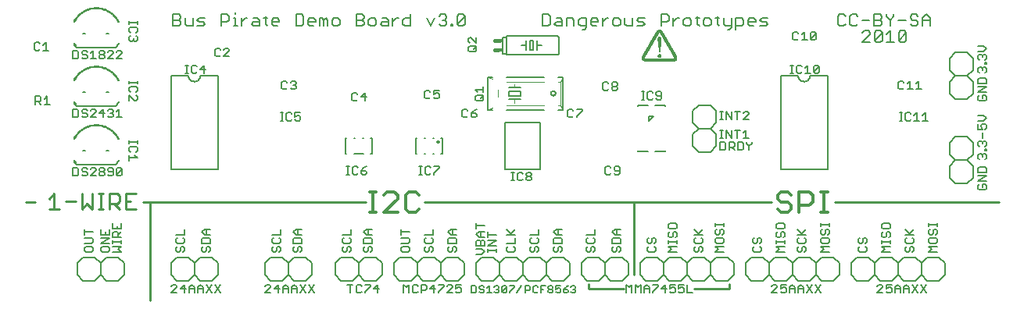
<source format=gto>
G75*
G70*
%OFA0B0*%
%FSLAX24Y24*%
%IPPOS*%
%LPD*%
%AMOC8*
5,1,8,0,0,1.08239X$1,22.5*
%
%ADD10C,0.0100*%
%ADD11C,0.0050*%
%ADD12C,0.0070*%
%ADD13C,0.0090*%
%ADD14C,0.0120*%
%ADD15C,0.0060*%
%ADD16C,0.0010*%
%ADD17C,0.0020*%
%ADD18R,0.0006X0.0006*%
%ADD19R,0.0006X0.0006*%
%ADD20R,0.0006X0.0006*%
%ADD21R,0.0006X0.0006*%
%ADD22R,0.0230X0.0160*%
%ADD23C,0.0160*%
D10*
X005461Y000161D02*
X005461Y004361D01*
X005161Y004361D02*
X014661Y004361D01*
X017161Y004361D02*
X031961Y004361D01*
X034661Y004361D02*
X041661Y004361D01*
X030161Y000861D02*
X030161Y000661D01*
X028661Y000661D01*
X026111Y001261D02*
X026111Y004361D01*
X024161Y000861D02*
X024161Y000661D01*
X025661Y000661D01*
X000561Y004361D02*
X000161Y004361D01*
D11*
X002186Y005486D02*
X002361Y005486D01*
X002420Y005545D01*
X002420Y005778D01*
X002361Y005837D01*
X002186Y005837D01*
X002186Y005486D01*
X002555Y005545D02*
X002613Y005486D01*
X002730Y005486D01*
X002788Y005545D01*
X002788Y005603D01*
X002730Y005661D01*
X002613Y005661D01*
X002555Y005720D01*
X002555Y005778D01*
X002613Y005837D01*
X002730Y005837D01*
X002788Y005778D01*
X002923Y005778D02*
X002981Y005837D01*
X003098Y005837D01*
X003156Y005778D01*
X003156Y005720D01*
X002923Y005486D01*
X003156Y005486D01*
X003291Y005545D02*
X003291Y005603D01*
X003350Y005661D01*
X003466Y005661D01*
X003525Y005603D01*
X003525Y005545D01*
X003466Y005486D01*
X003350Y005486D01*
X003291Y005545D01*
X003350Y005661D02*
X003291Y005720D01*
X003291Y005778D01*
X003350Y005837D01*
X003466Y005837D01*
X003525Y005778D01*
X003525Y005720D01*
X003466Y005661D01*
X003659Y005720D02*
X003718Y005661D01*
X003893Y005661D01*
X003893Y005545D02*
X003893Y005778D01*
X003835Y005837D01*
X003718Y005837D01*
X003659Y005778D01*
X003659Y005720D01*
X003659Y005545D02*
X003718Y005486D01*
X003835Y005486D01*
X003893Y005545D01*
X004028Y005545D02*
X004261Y005778D01*
X004261Y005545D01*
X004203Y005486D01*
X004086Y005486D01*
X004028Y005545D01*
X004028Y005778D01*
X004086Y005837D01*
X004203Y005837D01*
X004261Y005778D01*
X004586Y006139D02*
X004586Y006372D01*
X004586Y006256D02*
X004937Y006256D01*
X004820Y006372D01*
X004878Y006507D02*
X004937Y006566D01*
X004937Y006682D01*
X004878Y006741D01*
X004645Y006741D01*
X004586Y006682D01*
X004586Y006566D01*
X004645Y006507D01*
X004586Y006870D02*
X004586Y006986D01*
X004586Y006928D02*
X004937Y006928D01*
X004937Y006986D02*
X004937Y006870D01*
X004261Y007986D02*
X004028Y007986D01*
X004145Y007986D02*
X004145Y008337D01*
X004028Y008220D01*
X003893Y008220D02*
X003835Y008161D01*
X003893Y008103D01*
X003893Y008045D01*
X003835Y007986D01*
X003718Y007986D01*
X003659Y008045D01*
X003776Y008161D02*
X003835Y008161D01*
X003893Y008220D02*
X003893Y008278D01*
X003835Y008337D01*
X003718Y008337D01*
X003659Y008278D01*
X003525Y008161D02*
X003291Y008161D01*
X003466Y008337D01*
X003466Y007986D01*
X003156Y007986D02*
X002923Y007986D01*
X003156Y008220D01*
X003156Y008278D01*
X003098Y008337D01*
X002981Y008337D01*
X002923Y008278D01*
X002788Y008278D02*
X002730Y008337D01*
X002613Y008337D01*
X002555Y008278D01*
X002555Y008220D01*
X002613Y008161D01*
X002730Y008161D01*
X002788Y008103D01*
X002788Y008045D01*
X002730Y007986D01*
X002613Y007986D01*
X002555Y008045D01*
X002420Y008045D02*
X002420Y008278D01*
X002361Y008337D01*
X002186Y008337D01*
X002186Y007986D01*
X002361Y007986D01*
X002420Y008045D01*
X001188Y008536D02*
X000955Y008536D01*
X001071Y008536D02*
X001071Y008887D01*
X000955Y008770D01*
X000820Y008828D02*
X000820Y008711D01*
X000761Y008653D01*
X000586Y008653D01*
X000586Y008536D02*
X000586Y008887D01*
X000761Y008887D01*
X000820Y008828D01*
X000703Y008653D02*
X000820Y008536D01*
X004586Y008689D02*
X004586Y008922D01*
X004820Y008689D01*
X004878Y008689D01*
X004937Y008747D01*
X004937Y008864D01*
X004878Y008922D01*
X004878Y009057D02*
X004937Y009116D01*
X004937Y009232D01*
X004878Y009291D01*
X004645Y009291D01*
X004586Y009232D01*
X004586Y009116D01*
X004645Y009057D01*
X004586Y009420D02*
X004586Y009536D01*
X004586Y009478D02*
X004937Y009478D01*
X004937Y009536D02*
X004937Y009420D01*
X006986Y009856D02*
X007103Y009856D01*
X007045Y009856D02*
X007045Y010207D01*
X007103Y010207D02*
X006986Y010207D01*
X007232Y010148D02*
X007232Y009915D01*
X007290Y009856D01*
X007407Y009856D01*
X007465Y009915D01*
X007600Y010031D02*
X007834Y010031D01*
X007775Y009856D02*
X007775Y010207D01*
X007600Y010031D01*
X007465Y010148D02*
X007407Y010207D01*
X007290Y010207D01*
X007232Y010148D01*
X008250Y010645D02*
X008308Y010586D01*
X008425Y010586D01*
X008483Y010645D01*
X008618Y010586D02*
X008851Y010820D01*
X008851Y010878D01*
X008793Y010937D01*
X008676Y010937D01*
X008618Y010878D01*
X008483Y010878D02*
X008425Y010937D01*
X008308Y010937D01*
X008250Y010878D01*
X008250Y010645D01*
X008618Y010586D02*
X008851Y010586D01*
X011086Y009478D02*
X011145Y009537D01*
X011261Y009537D01*
X011320Y009478D01*
X011455Y009478D02*
X011513Y009537D01*
X011630Y009537D01*
X011688Y009478D01*
X011688Y009420D01*
X011630Y009361D01*
X011688Y009303D01*
X011688Y009245D01*
X011630Y009186D01*
X011513Y009186D01*
X011455Y009245D01*
X011320Y009245D02*
X011261Y009186D01*
X011145Y009186D01*
X011086Y009245D01*
X011086Y009478D01*
X011571Y009361D02*
X011630Y009361D01*
X014086Y008978D02*
X014086Y008745D01*
X014145Y008686D01*
X014261Y008686D01*
X014320Y008745D01*
X014455Y008861D02*
X014688Y008861D01*
X014630Y008686D02*
X014630Y009037D01*
X014455Y008861D01*
X014320Y008978D02*
X014261Y009037D01*
X014145Y009037D01*
X014086Y008978D01*
X011884Y008187D02*
X011650Y008187D01*
X011650Y008011D01*
X011767Y008070D01*
X011825Y008070D01*
X011884Y008011D01*
X011884Y007895D01*
X011825Y007836D01*
X011708Y007836D01*
X011650Y007895D01*
X011515Y007895D02*
X011457Y007836D01*
X011340Y007836D01*
X011282Y007895D01*
X011282Y008128D01*
X011340Y008187D01*
X011457Y008187D01*
X011515Y008128D01*
X011153Y008187D02*
X011036Y008187D01*
X011095Y008187D02*
X011095Y007836D01*
X011153Y007836D02*
X011036Y007836D01*
X013854Y005887D02*
X013971Y005887D01*
X013912Y005887D02*
X013912Y005536D01*
X013854Y005536D02*
X013971Y005536D01*
X014100Y005595D02*
X014158Y005536D01*
X014275Y005536D01*
X014333Y005595D01*
X014468Y005595D02*
X014526Y005536D01*
X014643Y005536D01*
X014701Y005595D01*
X014701Y005653D01*
X014643Y005711D01*
X014468Y005711D01*
X014468Y005595D01*
X014468Y005711D02*
X014585Y005828D01*
X014701Y005887D01*
X014333Y005828D02*
X014275Y005887D01*
X014158Y005887D01*
X014100Y005828D01*
X014100Y005595D01*
X016954Y005536D02*
X017071Y005536D01*
X017012Y005536D02*
X017012Y005887D01*
X016954Y005887D02*
X017071Y005887D01*
X017200Y005828D02*
X017200Y005595D01*
X017258Y005536D01*
X017375Y005536D01*
X017433Y005595D01*
X017568Y005595D02*
X017568Y005536D01*
X017568Y005595D02*
X017801Y005828D01*
X017801Y005887D01*
X017568Y005887D01*
X017433Y005828D02*
X017375Y005887D01*
X017258Y005887D01*
X017200Y005828D01*
X020611Y005761D02*
X020611Y007761D01*
X022111Y007761D01*
X022111Y005761D01*
X020611Y005761D01*
X020886Y005637D02*
X021003Y005637D01*
X020945Y005637D02*
X020945Y005286D01*
X021003Y005286D02*
X020886Y005286D01*
X021132Y005345D02*
X021190Y005286D01*
X021307Y005286D01*
X021365Y005345D01*
X021500Y005345D02*
X021500Y005403D01*
X021558Y005461D01*
X021675Y005461D01*
X021734Y005403D01*
X021734Y005345D01*
X021675Y005286D01*
X021558Y005286D01*
X021500Y005345D01*
X021558Y005461D02*
X021500Y005520D01*
X021500Y005578D01*
X021558Y005637D01*
X021675Y005637D01*
X021734Y005578D01*
X021734Y005520D01*
X021675Y005461D01*
X021365Y005578D02*
X021307Y005637D01*
X021190Y005637D01*
X021132Y005578D01*
X021132Y005345D01*
X024886Y005595D02*
X024945Y005536D01*
X025061Y005536D01*
X025120Y005595D01*
X025255Y005595D02*
X025313Y005536D01*
X025430Y005536D01*
X025488Y005595D01*
X025488Y005828D01*
X025430Y005887D01*
X025313Y005887D01*
X025255Y005828D01*
X025255Y005770D01*
X025313Y005711D01*
X025488Y005711D01*
X025120Y005828D02*
X025061Y005887D01*
X024945Y005887D01*
X024886Y005828D01*
X024886Y005595D01*
X026271Y006527D02*
X026271Y006566D01*
X026271Y006527D02*
X026704Y006527D01*
X027019Y006527D02*
X027452Y006527D01*
X027452Y006566D01*
X029786Y006586D02*
X029961Y006586D01*
X030020Y006645D01*
X030020Y006878D01*
X029961Y006937D01*
X029786Y006937D01*
X029786Y006586D01*
X030155Y006586D02*
X030155Y006937D01*
X030330Y006937D01*
X030388Y006878D01*
X030388Y006761D01*
X030330Y006703D01*
X030155Y006703D01*
X030271Y006703D02*
X030388Y006586D01*
X030523Y006586D02*
X030698Y006586D01*
X030756Y006645D01*
X030756Y006878D01*
X030698Y006937D01*
X030523Y006937D01*
X030523Y006586D01*
X030891Y006878D02*
X031008Y006761D01*
X031008Y006586D01*
X031008Y006761D02*
X031125Y006878D01*
X031125Y006937D01*
X031002Y007086D02*
X030768Y007086D01*
X030885Y007086D02*
X030885Y007437D01*
X030768Y007320D01*
X030634Y007437D02*
X030400Y007437D01*
X030517Y007437D02*
X030517Y007086D01*
X030265Y007086D02*
X030265Y007437D01*
X030032Y007437D02*
X030265Y007086D01*
X030032Y007086D02*
X030032Y007437D01*
X029903Y007437D02*
X029786Y007437D01*
X029845Y007437D02*
X029845Y007086D01*
X029903Y007086D02*
X029786Y007086D01*
X030891Y006937D02*
X030891Y006878D01*
X031002Y007886D02*
X030768Y007886D01*
X031002Y008120D01*
X031002Y008178D01*
X030944Y008237D01*
X030827Y008237D01*
X030768Y008178D01*
X030634Y008237D02*
X030400Y008237D01*
X030517Y008237D02*
X030517Y007886D01*
X030265Y007886D02*
X030265Y008237D01*
X030032Y008237D02*
X030265Y007886D01*
X030032Y007886D02*
X030032Y008237D01*
X029903Y008237D02*
X029786Y008237D01*
X029845Y008237D02*
X029845Y007886D01*
X029903Y007886D02*
X029786Y007886D01*
X027452Y008456D02*
X027452Y008496D01*
X027019Y008496D01*
X026704Y008496D02*
X026271Y008496D01*
X026271Y008456D01*
X026436Y008736D02*
X026553Y008736D01*
X026495Y008736D02*
X026495Y009087D01*
X026553Y009087D02*
X026436Y009087D01*
X026682Y009028D02*
X026682Y008795D01*
X026740Y008736D01*
X026857Y008736D01*
X026915Y008795D01*
X027050Y008795D02*
X027108Y008736D01*
X027225Y008736D01*
X027284Y008795D01*
X027284Y009028D01*
X027225Y009087D01*
X027108Y009087D01*
X027050Y009028D01*
X027050Y008970D01*
X027108Y008911D01*
X027284Y008911D01*
X026915Y009028D02*
X026857Y009087D01*
X026740Y009087D01*
X026682Y009028D01*
X025388Y009195D02*
X025330Y009136D01*
X025213Y009136D01*
X025155Y009195D01*
X025155Y009253D01*
X025213Y009311D01*
X025330Y009311D01*
X025388Y009253D01*
X025388Y009195D01*
X025330Y009311D02*
X025388Y009370D01*
X025388Y009428D01*
X025330Y009487D01*
X025213Y009487D01*
X025155Y009428D01*
X025155Y009370D01*
X025213Y009311D01*
X025020Y009195D02*
X024961Y009136D01*
X024845Y009136D01*
X024786Y009195D01*
X024786Y009428D01*
X024845Y009487D01*
X024961Y009487D01*
X025020Y009428D01*
X023888Y008337D02*
X023655Y008337D01*
X023520Y008278D02*
X023461Y008337D01*
X023345Y008337D01*
X023286Y008278D01*
X023286Y008045D01*
X023345Y007986D01*
X023461Y007986D01*
X023520Y008045D01*
X023655Y008045D02*
X023655Y007986D01*
X023655Y008045D02*
X023888Y008278D01*
X023888Y008337D01*
X026743Y008023D02*
X026743Y007826D01*
X026940Y008023D01*
X026743Y008023D01*
X032786Y009856D02*
X032903Y009856D01*
X032845Y009856D02*
X032845Y010207D01*
X032903Y010207D02*
X032786Y010207D01*
X033032Y010148D02*
X033032Y009915D01*
X033090Y009856D01*
X033207Y009856D01*
X033265Y009915D01*
X033400Y009856D02*
X033634Y009856D01*
X033517Y009856D02*
X033517Y010207D01*
X033400Y010090D01*
X033265Y010148D02*
X033207Y010207D01*
X033090Y010207D01*
X033032Y010148D01*
X033768Y010148D02*
X033768Y009915D01*
X034002Y010148D01*
X034002Y009915D01*
X033944Y009856D01*
X033827Y009856D01*
X033768Y009915D01*
X033768Y010148D02*
X033827Y010207D01*
X033944Y010207D01*
X034002Y010148D01*
X037386Y009478D02*
X037386Y009245D01*
X037445Y009186D01*
X037561Y009186D01*
X037620Y009245D01*
X037755Y009186D02*
X037988Y009186D01*
X037871Y009186D02*
X037871Y009537D01*
X037755Y009420D01*
X037620Y009478D02*
X037561Y009537D01*
X037445Y009537D01*
X037386Y009478D01*
X038123Y009420D02*
X038240Y009537D01*
X038240Y009186D01*
X038356Y009186D02*
X038123Y009186D01*
X040786Y009288D02*
X041136Y009288D01*
X040786Y009055D01*
X041136Y009055D01*
X041078Y008920D02*
X040961Y008920D01*
X040961Y008803D01*
X040844Y008686D02*
X040786Y008745D01*
X040786Y008861D01*
X040844Y008920D01*
X041078Y008920D02*
X041136Y008861D01*
X041136Y008745D01*
X041078Y008686D01*
X040844Y008686D01*
X040786Y008077D02*
X041020Y008077D01*
X041136Y007960D01*
X041020Y007844D01*
X040786Y007844D01*
X040786Y007709D02*
X040786Y007475D01*
X040961Y007475D01*
X040903Y007592D01*
X040903Y007650D01*
X040961Y007709D01*
X041078Y007709D01*
X041136Y007650D01*
X041136Y007534D01*
X041078Y007475D01*
X040961Y007341D02*
X040961Y007107D01*
X040903Y006972D02*
X040961Y006914D01*
X041020Y006972D01*
X041078Y006972D01*
X041136Y006914D01*
X041136Y006797D01*
X041078Y006739D01*
X041078Y006613D02*
X041136Y006613D01*
X041136Y006555D01*
X041078Y006555D01*
X041078Y006613D01*
X041078Y006420D02*
X041136Y006361D01*
X041136Y006245D01*
X041078Y006186D01*
X040961Y006303D02*
X040961Y006361D01*
X041020Y006420D01*
X041078Y006420D01*
X040961Y006361D02*
X040903Y006420D01*
X040844Y006420D01*
X040786Y006361D01*
X040786Y006245D01*
X040844Y006186D01*
X040844Y005856D02*
X040786Y005798D01*
X040786Y005623D01*
X041136Y005623D01*
X041136Y005798D01*
X041078Y005856D01*
X040844Y005856D01*
X040786Y005488D02*
X041136Y005488D01*
X040786Y005255D01*
X041136Y005255D01*
X041078Y005120D02*
X040961Y005120D01*
X040961Y005003D01*
X040844Y005120D02*
X040786Y005061D01*
X040786Y004945D01*
X040844Y004886D01*
X041078Y004886D01*
X041136Y004945D01*
X041136Y005061D01*
X041078Y005120D01*
X040844Y006739D02*
X040786Y006797D01*
X040786Y006914D01*
X040844Y006972D01*
X040903Y006972D01*
X040961Y006914D02*
X040961Y006855D01*
X038652Y007836D02*
X038418Y007836D01*
X038535Y007836D02*
X038535Y008187D01*
X038418Y008070D01*
X038284Y007836D02*
X038050Y007836D01*
X038167Y007836D02*
X038167Y008187D01*
X038050Y008070D01*
X037915Y008128D02*
X037857Y008187D01*
X037740Y008187D01*
X037682Y008128D01*
X037682Y007895D01*
X037740Y007836D01*
X037857Y007836D01*
X037915Y007895D01*
X037553Y007836D02*
X037436Y007836D01*
X037495Y007836D02*
X037495Y008187D01*
X037553Y008187D02*
X037436Y008187D01*
X040786Y009423D02*
X040786Y009598D01*
X040844Y009656D01*
X041078Y009656D01*
X041136Y009598D01*
X041136Y009423D01*
X040786Y009423D01*
X040844Y009886D02*
X040786Y009945D01*
X040786Y010061D01*
X040844Y010120D01*
X040903Y010120D01*
X040961Y010061D01*
X041020Y010120D01*
X041078Y010120D01*
X041136Y010061D01*
X041136Y009945D01*
X041078Y009886D01*
X040961Y010003D02*
X040961Y010061D01*
X041078Y010255D02*
X041078Y010313D01*
X041136Y010313D01*
X041136Y010255D01*
X041078Y010255D01*
X041078Y010439D02*
X041136Y010497D01*
X041136Y010614D01*
X041078Y010672D01*
X041020Y010672D01*
X040961Y010614D01*
X040961Y010555D01*
X040961Y010614D02*
X040903Y010672D01*
X040844Y010672D01*
X040786Y010614D01*
X040786Y010497D01*
X040844Y010439D01*
X040786Y010807D02*
X041020Y010807D01*
X041136Y010924D01*
X041020Y011041D01*
X040786Y011041D01*
X033856Y011345D02*
X033798Y011286D01*
X033681Y011286D01*
X033623Y011345D01*
X033856Y011578D01*
X033856Y011345D01*
X033623Y011345D02*
X033623Y011578D01*
X033681Y011637D01*
X033798Y011637D01*
X033856Y011578D01*
X033371Y011637D02*
X033371Y011286D01*
X033255Y011286D02*
X033488Y011286D01*
X033120Y011345D02*
X033061Y011286D01*
X032945Y011286D01*
X032886Y011345D01*
X032886Y011578D01*
X032945Y011637D01*
X033061Y011637D01*
X033120Y011578D01*
X033255Y011520D02*
X033371Y011637D01*
X019686Y009288D02*
X019686Y009055D01*
X019686Y009171D02*
X019336Y009171D01*
X019453Y009055D01*
X019394Y008920D02*
X019628Y008920D01*
X019686Y008861D01*
X019686Y008745D01*
X019628Y008686D01*
X019394Y008686D01*
X019336Y008745D01*
X019336Y008861D01*
X019394Y008920D01*
X019570Y008803D02*
X019686Y008920D01*
X019388Y008337D02*
X019271Y008278D01*
X019155Y008161D01*
X019330Y008161D01*
X019388Y008103D01*
X019388Y008045D01*
X019330Y007986D01*
X019213Y007986D01*
X019155Y008045D01*
X019155Y008161D01*
X019020Y008045D02*
X018961Y007986D01*
X018845Y007986D01*
X018786Y008045D01*
X018786Y008278D01*
X018845Y008337D01*
X018961Y008337D01*
X019020Y008278D01*
X017788Y008845D02*
X017730Y008786D01*
X017613Y008786D01*
X017555Y008845D01*
X017555Y008961D02*
X017671Y009020D01*
X017730Y009020D01*
X017788Y008961D01*
X017788Y008845D01*
X017555Y008961D02*
X017555Y009137D01*
X017788Y009137D01*
X017420Y009078D02*
X017361Y009137D01*
X017245Y009137D01*
X017186Y009078D01*
X017186Y008845D01*
X017245Y008786D01*
X017361Y008786D01*
X017420Y008845D01*
X019094Y010786D02*
X019036Y010845D01*
X019036Y010961D01*
X019094Y011020D01*
X019328Y011020D01*
X019386Y010961D01*
X019386Y010845D01*
X019328Y010786D01*
X019094Y010786D01*
X019270Y010903D02*
X019386Y011020D01*
X019386Y011155D02*
X019153Y011388D01*
X019094Y011388D01*
X019036Y011330D01*
X019036Y011213D01*
X019094Y011155D01*
X019386Y011155D02*
X019386Y011388D01*
X004937Y011414D02*
X004937Y011297D01*
X004878Y011239D01*
X004820Y011239D01*
X004761Y011297D01*
X004703Y011239D01*
X004645Y011239D01*
X004586Y011297D01*
X004586Y011414D01*
X004645Y011472D01*
X004645Y011607D02*
X004586Y011666D01*
X004586Y011782D01*
X004645Y011841D01*
X004878Y011841D01*
X004937Y011782D01*
X004937Y011666D01*
X004878Y011607D01*
X004878Y011472D02*
X004937Y011414D01*
X004761Y011356D02*
X004761Y011297D01*
X004261Y010778D02*
X004203Y010837D01*
X004086Y010837D01*
X004028Y010778D01*
X003893Y010778D02*
X003835Y010837D01*
X003718Y010837D01*
X003659Y010778D01*
X003525Y010778D02*
X003525Y010720D01*
X003466Y010661D01*
X003350Y010661D01*
X003291Y010720D01*
X003291Y010778D01*
X003350Y010837D01*
X003466Y010837D01*
X003525Y010778D01*
X003466Y010661D02*
X003525Y010603D01*
X003525Y010545D01*
X003466Y010486D01*
X003350Y010486D01*
X003291Y010545D01*
X003291Y010603D01*
X003350Y010661D01*
X003156Y010486D02*
X002923Y010486D01*
X003040Y010486D02*
X003040Y010837D01*
X002923Y010720D01*
X002788Y010778D02*
X002730Y010837D01*
X002613Y010837D01*
X002555Y010778D01*
X002555Y010720D01*
X002613Y010661D01*
X002730Y010661D01*
X002788Y010603D01*
X002788Y010545D01*
X002730Y010486D01*
X002613Y010486D01*
X002555Y010545D01*
X002420Y010545D02*
X002420Y010778D01*
X002361Y010837D01*
X002186Y010837D01*
X002186Y010486D01*
X002361Y010486D01*
X002420Y010545D01*
X003659Y010486D02*
X003893Y010720D01*
X003893Y010778D01*
X004028Y010486D02*
X004261Y010720D01*
X004261Y010778D01*
X004261Y010486D02*
X004028Y010486D01*
X003893Y010486D02*
X003659Y010486D01*
X001138Y010836D02*
X000905Y010836D01*
X001021Y010836D02*
X001021Y011187D01*
X000905Y011070D01*
X000770Y011128D02*
X000711Y011187D01*
X000595Y011187D01*
X000536Y011128D01*
X000536Y010895D01*
X000595Y010836D01*
X000711Y010836D01*
X000770Y010895D01*
X004586Y011970D02*
X004586Y012086D01*
X004586Y012028D02*
X004937Y012028D01*
X004937Y012086D02*
X004937Y011970D01*
X004236Y003452D02*
X004236Y003218D01*
X003886Y003218D01*
X003886Y003452D01*
X004061Y003335D02*
X004061Y003218D01*
X004061Y003084D02*
X004120Y003025D01*
X004120Y002850D01*
X004236Y002850D02*
X003886Y002850D01*
X003886Y003025D01*
X003944Y003084D01*
X004061Y003084D01*
X004120Y002967D02*
X004236Y003084D01*
X003736Y002973D02*
X003736Y003206D01*
X003561Y003090D02*
X003561Y002973D01*
X003386Y002973D02*
X003736Y002973D01*
X003736Y002838D02*
X003386Y002838D01*
X003386Y002973D02*
X003386Y003206D01*
X003036Y003090D02*
X002686Y003090D01*
X002686Y003206D02*
X002686Y002973D01*
X002686Y002838D02*
X002978Y002838D01*
X003036Y002780D01*
X003036Y002663D01*
X002978Y002605D01*
X002686Y002605D01*
X002744Y002470D02*
X002686Y002411D01*
X002686Y002295D01*
X002744Y002236D01*
X002978Y002236D01*
X003036Y002295D01*
X003036Y002411D01*
X002978Y002470D01*
X002744Y002470D01*
X003386Y002411D02*
X003386Y002295D01*
X003444Y002236D01*
X003678Y002236D01*
X003736Y002295D01*
X003736Y002411D01*
X003678Y002470D01*
X003444Y002470D01*
X003386Y002411D01*
X003386Y002605D02*
X003736Y002838D01*
X003886Y002721D02*
X003886Y002605D01*
X003886Y002663D02*
X004236Y002663D01*
X004236Y002605D02*
X004236Y002721D01*
X004236Y002470D02*
X003886Y002470D01*
X003736Y002605D02*
X003386Y002605D01*
X004120Y002353D02*
X004236Y002470D01*
X004120Y002353D02*
X004236Y002236D01*
X003886Y002236D01*
X006586Y002295D02*
X006644Y002236D01*
X006703Y002236D01*
X006761Y002295D01*
X006761Y002411D01*
X006820Y002470D01*
X006878Y002470D01*
X006936Y002411D01*
X006936Y002295D01*
X006878Y002236D01*
X006586Y002295D02*
X006586Y002411D01*
X006644Y002470D01*
X006644Y002605D02*
X006878Y002605D01*
X006936Y002663D01*
X006936Y002780D01*
X006878Y002838D01*
X006936Y002973D02*
X006586Y002973D01*
X006644Y002838D02*
X006586Y002780D01*
X006586Y002663D01*
X006644Y002605D01*
X006936Y002973D02*
X006936Y003206D01*
X007686Y003090D02*
X007803Y002973D01*
X008036Y002973D01*
X007978Y002838D02*
X007744Y002838D01*
X007686Y002780D01*
X007686Y002605D01*
X008036Y002605D01*
X008036Y002780D01*
X007978Y002838D01*
X007861Y002973D02*
X007861Y003206D01*
X007803Y003206D02*
X008036Y003206D01*
X007803Y003206D02*
X007686Y003090D01*
X007744Y002470D02*
X007686Y002411D01*
X007686Y002295D01*
X007744Y002236D01*
X007803Y002236D01*
X007861Y002295D01*
X007861Y002411D01*
X007920Y002470D01*
X007978Y002470D01*
X008036Y002411D01*
X008036Y002295D01*
X007978Y002236D01*
X010686Y002295D02*
X010744Y002236D01*
X010803Y002236D01*
X010861Y002295D01*
X010861Y002411D01*
X010920Y002470D01*
X010978Y002470D01*
X011036Y002411D01*
X011036Y002295D01*
X010978Y002236D01*
X010686Y002295D02*
X010686Y002411D01*
X010744Y002470D01*
X010744Y002605D02*
X010978Y002605D01*
X011036Y002663D01*
X011036Y002780D01*
X010978Y002838D01*
X011036Y002973D02*
X010686Y002973D01*
X010744Y002838D02*
X010686Y002780D01*
X010686Y002663D01*
X010744Y002605D01*
X011586Y002605D02*
X011586Y002780D01*
X011644Y002838D01*
X011878Y002838D01*
X011936Y002780D01*
X011936Y002605D01*
X011586Y002605D01*
X011644Y002470D02*
X011586Y002411D01*
X011586Y002295D01*
X011644Y002236D01*
X011703Y002236D01*
X011761Y002295D01*
X011761Y002411D01*
X011820Y002470D01*
X011878Y002470D01*
X011936Y002411D01*
X011936Y002295D01*
X011878Y002236D01*
X013686Y002295D02*
X013744Y002236D01*
X013803Y002236D01*
X013861Y002295D01*
X013861Y002411D01*
X013920Y002470D01*
X013978Y002470D01*
X014036Y002411D01*
X014036Y002295D01*
X013978Y002236D01*
X013686Y002295D02*
X013686Y002411D01*
X013744Y002470D01*
X013744Y002605D02*
X013978Y002605D01*
X014036Y002663D01*
X014036Y002780D01*
X013978Y002838D01*
X014036Y002973D02*
X013686Y002973D01*
X013744Y002838D02*
X013686Y002780D01*
X013686Y002663D01*
X013744Y002605D01*
X014586Y002605D02*
X014586Y002780D01*
X014644Y002838D01*
X014878Y002838D01*
X014936Y002780D01*
X014936Y002605D01*
X014586Y002605D01*
X014644Y002470D02*
X014586Y002411D01*
X014586Y002295D01*
X014644Y002236D01*
X014703Y002236D01*
X014761Y002295D01*
X014761Y002411D01*
X014820Y002470D01*
X014878Y002470D01*
X014936Y002411D01*
X014936Y002295D01*
X014878Y002236D01*
X016186Y002295D02*
X016244Y002236D01*
X016478Y002236D01*
X016536Y002295D01*
X016536Y002411D01*
X016478Y002470D01*
X016244Y002470D01*
X016186Y002411D01*
X016186Y002295D01*
X016186Y002605D02*
X016478Y002605D01*
X016536Y002663D01*
X016536Y002780D01*
X016478Y002838D01*
X016186Y002838D01*
X016186Y002973D02*
X016186Y003206D01*
X016186Y003090D02*
X016536Y003090D01*
X017186Y002973D02*
X017536Y002973D01*
X017536Y003206D01*
X018186Y003090D02*
X018303Y002973D01*
X018536Y002973D01*
X018478Y002838D02*
X018244Y002838D01*
X018186Y002780D01*
X018186Y002605D01*
X018536Y002605D01*
X018536Y002780D01*
X018478Y002838D01*
X018361Y002973D02*
X018361Y003206D01*
X018303Y003206D02*
X018536Y003206D01*
X018303Y003206D02*
X018186Y003090D01*
X017536Y002780D02*
X017478Y002838D01*
X017536Y002780D02*
X017536Y002663D01*
X017478Y002605D01*
X017244Y002605D01*
X017186Y002663D01*
X017186Y002780D01*
X017244Y002838D01*
X017244Y002470D02*
X017186Y002411D01*
X017186Y002295D01*
X017244Y002236D01*
X017303Y002236D01*
X017361Y002295D01*
X017361Y002411D01*
X017420Y002470D01*
X017478Y002470D01*
X017536Y002411D01*
X017536Y002295D01*
X017478Y002236D01*
X018186Y002295D02*
X018244Y002236D01*
X018303Y002236D01*
X018361Y002295D01*
X018361Y002411D01*
X018420Y002470D01*
X018478Y002470D01*
X018536Y002411D01*
X018536Y002295D01*
X018478Y002236D01*
X018186Y002295D02*
X018186Y002411D01*
X018244Y002470D01*
X019386Y002505D02*
X019386Y002680D01*
X019444Y002738D01*
X019503Y002738D01*
X019561Y002680D01*
X019561Y002505D01*
X019620Y002370D02*
X019386Y002370D01*
X019386Y002505D02*
X019736Y002505D01*
X019736Y002680D01*
X019678Y002738D01*
X019620Y002738D01*
X019561Y002680D01*
X019886Y002715D02*
X020236Y002715D01*
X019886Y002482D01*
X020236Y002482D01*
X020236Y002353D02*
X020236Y002236D01*
X020236Y002295D02*
X019886Y002295D01*
X019886Y002353D02*
X019886Y002236D01*
X019736Y002253D02*
X019620Y002370D01*
X019736Y002253D02*
X019620Y002136D01*
X019386Y002136D01*
X020686Y002295D02*
X020744Y002236D01*
X020978Y002236D01*
X021036Y002295D01*
X021036Y002411D01*
X020978Y002470D01*
X021036Y002605D02*
X020686Y002605D01*
X020744Y002470D02*
X020686Y002411D01*
X020686Y002295D01*
X021036Y002605D02*
X021036Y002838D01*
X021036Y002973D02*
X020686Y002973D01*
X020861Y003031D02*
X021036Y003206D01*
X020920Y002973D02*
X020686Y003206D01*
X020236Y002967D02*
X019886Y002967D01*
X019886Y002850D02*
X019886Y003084D01*
X019736Y003106D02*
X019503Y003106D01*
X019386Y002990D01*
X019503Y002873D01*
X019736Y002873D01*
X019561Y002873D02*
X019561Y003106D01*
X019386Y003241D02*
X019386Y003475D01*
X019386Y003358D02*
X019736Y003358D01*
X021686Y002973D02*
X022036Y002973D01*
X022036Y003206D01*
X022686Y003090D02*
X022803Y002973D01*
X023036Y002973D01*
X022978Y002838D02*
X022744Y002838D01*
X022686Y002780D01*
X022686Y002605D01*
X023036Y002605D01*
X023036Y002780D01*
X022978Y002838D01*
X022861Y002973D02*
X022861Y003206D01*
X022803Y003206D02*
X023036Y003206D01*
X022803Y003206D02*
X022686Y003090D01*
X022036Y002780D02*
X021978Y002838D01*
X022036Y002780D02*
X022036Y002663D01*
X021978Y002605D01*
X021744Y002605D01*
X021686Y002663D01*
X021686Y002780D01*
X021744Y002838D01*
X021744Y002470D02*
X021686Y002411D01*
X021686Y002295D01*
X021744Y002236D01*
X021803Y002236D01*
X021861Y002295D01*
X021861Y002411D01*
X021920Y002470D01*
X021978Y002470D01*
X022036Y002411D01*
X022036Y002295D01*
X021978Y002236D01*
X022686Y002295D02*
X022744Y002236D01*
X022803Y002236D01*
X022861Y002295D01*
X022861Y002411D01*
X022920Y002470D01*
X022978Y002470D01*
X023036Y002411D01*
X023036Y002295D01*
X022978Y002236D01*
X022686Y002295D02*
X022686Y002411D01*
X022744Y002470D01*
X024086Y002411D02*
X024086Y002295D01*
X024144Y002236D01*
X024203Y002236D01*
X024261Y002295D01*
X024261Y002411D01*
X024320Y002470D01*
X024378Y002470D01*
X024436Y002411D01*
X024436Y002295D01*
X024378Y002236D01*
X024144Y002470D02*
X024086Y002411D01*
X024144Y002605D02*
X024378Y002605D01*
X024436Y002663D01*
X024436Y002780D01*
X024378Y002838D01*
X024436Y002973D02*
X024086Y002973D01*
X024144Y002838D02*
X024086Y002780D01*
X024086Y002663D01*
X024144Y002605D01*
X024436Y002973D02*
X024436Y003206D01*
X025186Y003090D02*
X025303Y002973D01*
X025536Y002973D01*
X025478Y002838D02*
X025244Y002838D01*
X025186Y002780D01*
X025186Y002605D01*
X025536Y002605D01*
X025536Y002780D01*
X025478Y002838D01*
X025361Y002973D02*
X025361Y003206D01*
X025303Y003206D02*
X025536Y003206D01*
X025303Y003206D02*
X025186Y003090D01*
X026686Y002780D02*
X026686Y002663D01*
X026744Y002605D01*
X026803Y002605D01*
X026861Y002663D01*
X026861Y002780D01*
X026920Y002838D01*
X026978Y002838D01*
X027036Y002780D01*
X027036Y002663D01*
X026978Y002605D01*
X026978Y002470D02*
X027036Y002411D01*
X027036Y002295D01*
X026978Y002236D01*
X026744Y002236D01*
X026686Y002295D01*
X026686Y002411D01*
X026744Y002470D01*
X027586Y002470D02*
X027936Y002470D01*
X027936Y002605D02*
X027936Y002721D01*
X027936Y002663D02*
X027586Y002663D01*
X027586Y002605D02*
X027586Y002721D01*
X027644Y002850D02*
X027703Y002850D01*
X027761Y002908D01*
X027761Y003025D01*
X027820Y003084D01*
X027878Y003084D01*
X027936Y003025D01*
X027936Y002908D01*
X027878Y002850D01*
X027644Y002850D02*
X027586Y002908D01*
X027586Y003025D01*
X027644Y003084D01*
X027644Y003218D02*
X027878Y003218D01*
X027936Y003277D01*
X027936Y003394D01*
X027878Y003452D01*
X027644Y003452D01*
X027586Y003394D01*
X027586Y003277D01*
X027644Y003218D01*
X028686Y003206D02*
X028920Y002973D01*
X028861Y003031D02*
X029036Y003206D01*
X029586Y003148D02*
X029586Y003031D01*
X029644Y002973D01*
X029703Y002973D01*
X029761Y003031D01*
X029761Y003148D01*
X029820Y003206D01*
X029878Y003206D01*
X029936Y003148D01*
X029936Y003031D01*
X029878Y002973D01*
X029878Y002838D02*
X029644Y002838D01*
X029586Y002780D01*
X029586Y002663D01*
X029644Y002605D01*
X029878Y002605D01*
X029936Y002663D01*
X029936Y002780D01*
X029878Y002838D01*
X029036Y002780D02*
X029036Y002663D01*
X028978Y002605D01*
X028744Y002605D01*
X028686Y002663D01*
X028686Y002780D01*
X028744Y002838D01*
X028686Y002973D02*
X029036Y002973D01*
X028978Y002838D02*
X029036Y002780D01*
X028978Y002470D02*
X029036Y002411D01*
X029036Y002295D01*
X028978Y002236D01*
X028861Y002295D02*
X028861Y002411D01*
X028920Y002470D01*
X028978Y002470D01*
X028861Y002295D02*
X028803Y002236D01*
X028744Y002236D01*
X028686Y002295D01*
X028686Y002411D01*
X028744Y002470D01*
X027936Y002236D02*
X027586Y002236D01*
X027703Y002353D01*
X027586Y002470D01*
X026744Y002838D02*
X026686Y002780D01*
X025536Y002411D02*
X025478Y002470D01*
X025420Y002470D01*
X025361Y002411D01*
X025361Y002295D01*
X025303Y002236D01*
X025244Y002236D01*
X025186Y002295D01*
X025186Y002411D01*
X025244Y002470D01*
X025536Y002411D02*
X025536Y002295D01*
X025478Y002236D01*
X029586Y002236D02*
X029703Y002353D01*
X029586Y002470D01*
X029936Y002470D01*
X029936Y002236D02*
X029586Y002236D01*
X031186Y002295D02*
X031244Y002236D01*
X031478Y002236D01*
X031536Y002295D01*
X031536Y002411D01*
X031478Y002470D01*
X031478Y002605D02*
X031536Y002663D01*
X031536Y002780D01*
X031478Y002838D01*
X031420Y002838D01*
X031361Y002780D01*
X031361Y002663D01*
X031303Y002605D01*
X031244Y002605D01*
X031186Y002663D01*
X031186Y002780D01*
X031244Y002838D01*
X032186Y002908D02*
X032186Y003025D01*
X032244Y003084D01*
X032361Y003025D02*
X032420Y003084D01*
X032478Y003084D01*
X032536Y003025D01*
X032536Y002908D01*
X032478Y002850D01*
X032361Y002908D02*
X032303Y002850D01*
X032244Y002850D01*
X032186Y002908D01*
X032361Y002908D02*
X032361Y003025D01*
X032244Y003218D02*
X032478Y003218D01*
X032536Y003277D01*
X032536Y003394D01*
X032478Y003452D01*
X032244Y003452D01*
X032186Y003394D01*
X032186Y003277D01*
X032244Y003218D01*
X033086Y003206D02*
X033320Y002973D01*
X033261Y003031D02*
X033436Y003206D01*
X033436Y002973D02*
X033086Y002973D01*
X033144Y002838D02*
X033086Y002780D01*
X033086Y002663D01*
X033144Y002605D01*
X033378Y002605D01*
X033436Y002663D01*
X033436Y002780D01*
X033378Y002838D01*
X034086Y002780D02*
X034086Y002663D01*
X034144Y002605D01*
X034378Y002605D01*
X034436Y002663D01*
X034436Y002780D01*
X034378Y002838D01*
X034144Y002838D01*
X034086Y002780D01*
X034144Y002973D02*
X034203Y002973D01*
X034261Y003031D01*
X034261Y003148D01*
X034320Y003206D01*
X034378Y003206D01*
X034436Y003148D01*
X034436Y003031D01*
X034378Y002973D01*
X034144Y002973D02*
X034086Y003031D01*
X034086Y003148D01*
X034144Y003206D01*
X034086Y003341D02*
X034086Y003458D01*
X034086Y003400D02*
X034436Y003400D01*
X034436Y003458D02*
X034436Y003341D01*
X035686Y002780D02*
X035686Y002663D01*
X035744Y002605D01*
X035803Y002605D01*
X035861Y002663D01*
X035861Y002780D01*
X035920Y002838D01*
X035978Y002838D01*
X036036Y002780D01*
X036036Y002663D01*
X035978Y002605D01*
X035978Y002470D02*
X036036Y002411D01*
X036036Y002295D01*
X035978Y002236D01*
X035744Y002236D01*
X035686Y002295D01*
X035686Y002411D01*
X035744Y002470D01*
X036686Y002470D02*
X037036Y002470D01*
X037036Y002605D02*
X037036Y002721D01*
X037036Y002663D02*
X036686Y002663D01*
X036686Y002605D02*
X036686Y002721D01*
X036744Y002850D02*
X036803Y002850D01*
X036861Y002908D01*
X036861Y003025D01*
X036920Y003084D01*
X036978Y003084D01*
X037036Y003025D01*
X037036Y002908D01*
X036978Y002850D01*
X036744Y002850D02*
X036686Y002908D01*
X036686Y003025D01*
X036744Y003084D01*
X036744Y003218D02*
X036978Y003218D01*
X037036Y003277D01*
X037036Y003394D01*
X036978Y003452D01*
X036744Y003452D01*
X036686Y003394D01*
X036686Y003277D01*
X036744Y003218D01*
X037686Y003206D02*
X037920Y002973D01*
X037861Y003031D02*
X038036Y003206D01*
X038036Y002973D02*
X037686Y002973D01*
X037744Y002838D02*
X037686Y002780D01*
X037686Y002663D01*
X037744Y002605D01*
X037978Y002605D01*
X038036Y002663D01*
X038036Y002780D01*
X037978Y002838D01*
X038686Y002780D02*
X038686Y002663D01*
X038744Y002605D01*
X038978Y002605D01*
X039036Y002663D01*
X039036Y002780D01*
X038978Y002838D01*
X038744Y002838D01*
X038686Y002780D01*
X038744Y002973D02*
X038803Y002973D01*
X038861Y003031D01*
X038861Y003148D01*
X038920Y003206D01*
X038978Y003206D01*
X039036Y003148D01*
X039036Y003031D01*
X038978Y002973D01*
X038744Y002973D02*
X038686Y003031D01*
X038686Y003148D01*
X038744Y003206D01*
X038686Y003341D02*
X038686Y003458D01*
X038686Y003400D02*
X039036Y003400D01*
X039036Y003458D02*
X039036Y003341D01*
X039036Y002470D02*
X038686Y002470D01*
X038803Y002353D01*
X038686Y002236D01*
X039036Y002236D01*
X038036Y002295D02*
X037978Y002236D01*
X038036Y002295D02*
X038036Y002411D01*
X037978Y002470D01*
X037920Y002470D01*
X037861Y002411D01*
X037861Y002295D01*
X037803Y002236D01*
X037744Y002236D01*
X037686Y002295D01*
X037686Y002411D01*
X037744Y002470D01*
X037036Y002236D02*
X036686Y002236D01*
X036803Y002353D01*
X036686Y002470D01*
X035744Y002838D02*
X035686Y002780D01*
X034436Y002470D02*
X034086Y002470D01*
X034203Y002353D01*
X034086Y002236D01*
X034436Y002236D01*
X033436Y002295D02*
X033378Y002236D01*
X033436Y002295D02*
X033436Y002411D01*
X033378Y002470D01*
X033320Y002470D01*
X033261Y002411D01*
X033261Y002295D01*
X033203Y002236D01*
X033144Y002236D01*
X033086Y002295D01*
X033086Y002411D01*
X033144Y002470D01*
X032536Y002470D02*
X032186Y002470D01*
X032303Y002353D01*
X032186Y002236D01*
X032536Y002236D01*
X032536Y002605D02*
X032536Y002721D01*
X032536Y002663D02*
X032186Y002663D01*
X032186Y002605D02*
X032186Y002721D01*
X031244Y002470D02*
X031186Y002411D01*
X031186Y002295D01*
X029644Y003206D02*
X029586Y003148D01*
X029586Y003341D02*
X029586Y003458D01*
X029586Y003400D02*
X029936Y003400D01*
X029936Y003458D02*
X029936Y003341D01*
X028364Y000837D02*
X028364Y000486D01*
X028598Y000486D01*
X028230Y000545D02*
X028171Y000486D01*
X028054Y000486D01*
X027996Y000545D01*
X027996Y000661D02*
X028113Y000720D01*
X028171Y000720D01*
X028230Y000661D01*
X028230Y000545D01*
X027996Y000661D02*
X027996Y000837D01*
X028230Y000837D01*
X027861Y000837D02*
X027628Y000837D01*
X027628Y000661D01*
X027745Y000720D01*
X027803Y000720D01*
X027861Y000661D01*
X027861Y000545D01*
X027803Y000486D01*
X027686Y000486D01*
X027628Y000545D01*
X027493Y000661D02*
X027259Y000661D01*
X027435Y000837D01*
X027435Y000486D01*
X027125Y000778D02*
X026891Y000545D01*
X026891Y000486D01*
X026756Y000486D02*
X026756Y000720D01*
X026640Y000837D01*
X026523Y000720D01*
X026523Y000486D01*
X026388Y000486D02*
X026388Y000837D01*
X026271Y000720D01*
X026155Y000837D01*
X026155Y000486D01*
X026020Y000486D02*
X026020Y000837D01*
X025903Y000720D01*
X025786Y000837D01*
X025786Y000486D01*
X026523Y000661D02*
X026756Y000661D01*
X026891Y000837D02*
X027125Y000837D01*
X027125Y000778D01*
X023620Y000736D02*
X023620Y000686D01*
X023570Y000636D01*
X023620Y000586D01*
X023620Y000536D01*
X023570Y000486D01*
X023470Y000486D01*
X023420Y000536D01*
X023298Y000536D02*
X023298Y000586D01*
X023248Y000636D01*
X023097Y000636D01*
X023097Y000536D01*
X023148Y000486D01*
X023248Y000486D01*
X023298Y000536D01*
X023198Y000736D02*
X023097Y000636D01*
X022975Y000636D02*
X022925Y000686D01*
X022875Y000686D01*
X022775Y000636D01*
X022775Y000786D01*
X022975Y000786D01*
X023198Y000736D02*
X023298Y000786D01*
X023420Y000736D02*
X023470Y000786D01*
X023570Y000786D01*
X023620Y000736D01*
X023570Y000636D02*
X023520Y000636D01*
X022975Y000636D02*
X022975Y000536D01*
X022925Y000486D01*
X022825Y000486D01*
X022775Y000536D01*
X022653Y000536D02*
X022603Y000486D01*
X022503Y000486D01*
X022453Y000536D01*
X022453Y000586D01*
X022503Y000636D01*
X022603Y000636D01*
X022653Y000586D01*
X022653Y000536D01*
X022603Y000636D02*
X022653Y000686D01*
X022653Y000736D01*
X022603Y000786D01*
X022503Y000786D01*
X022453Y000736D01*
X022453Y000686D01*
X022503Y000636D01*
X022231Y000636D02*
X022131Y000636D01*
X022131Y000486D02*
X022131Y000786D01*
X022331Y000786D01*
X022009Y000736D02*
X021959Y000786D01*
X021859Y000786D01*
X021809Y000736D01*
X021809Y000536D01*
X021859Y000486D01*
X021959Y000486D01*
X022009Y000536D01*
X021686Y000636D02*
X021686Y000736D01*
X021636Y000786D01*
X021486Y000786D01*
X021486Y000486D01*
X021486Y000586D02*
X021636Y000586D01*
X021686Y000636D01*
X021320Y000786D02*
X021120Y000486D01*
X020998Y000736D02*
X020797Y000536D01*
X020797Y000486D01*
X020675Y000536D02*
X020625Y000486D01*
X020525Y000486D01*
X020475Y000536D01*
X020675Y000736D01*
X020675Y000536D01*
X020475Y000536D02*
X020475Y000736D01*
X020525Y000786D01*
X020625Y000786D01*
X020675Y000736D01*
X020797Y000786D02*
X020998Y000786D01*
X020998Y000736D01*
X020353Y000736D02*
X020353Y000686D01*
X020303Y000636D01*
X020353Y000586D01*
X020353Y000536D01*
X020303Y000486D01*
X020203Y000486D01*
X020153Y000536D01*
X020031Y000486D02*
X019831Y000486D01*
X019931Y000486D02*
X019931Y000786D01*
X019831Y000686D01*
X019709Y000736D02*
X019659Y000786D01*
X019559Y000786D01*
X019509Y000736D01*
X019509Y000686D01*
X019559Y000636D01*
X019659Y000636D01*
X019709Y000586D01*
X019709Y000536D01*
X019659Y000486D01*
X019559Y000486D01*
X019509Y000536D01*
X019386Y000536D02*
X019386Y000736D01*
X019336Y000786D01*
X019186Y000786D01*
X019186Y000486D01*
X019336Y000486D01*
X019386Y000536D01*
X018730Y000545D02*
X018671Y000486D01*
X018554Y000486D01*
X018496Y000545D01*
X018496Y000661D02*
X018613Y000720D01*
X018671Y000720D01*
X018730Y000661D01*
X018730Y000545D01*
X018496Y000661D02*
X018496Y000837D01*
X018730Y000837D01*
X018361Y000778D02*
X018303Y000837D01*
X018186Y000837D01*
X018128Y000778D01*
X017993Y000778D02*
X017759Y000545D01*
X017759Y000486D01*
X017566Y000486D02*
X017566Y000837D01*
X017391Y000661D01*
X017625Y000661D01*
X017759Y000837D02*
X017993Y000837D01*
X017993Y000778D01*
X018128Y000486D02*
X018361Y000720D01*
X018361Y000778D01*
X018361Y000486D02*
X018128Y000486D01*
X017256Y000661D02*
X017198Y000603D01*
X017023Y000603D01*
X017023Y000486D02*
X017023Y000837D01*
X017198Y000837D01*
X017256Y000778D01*
X017256Y000661D01*
X016888Y000545D02*
X016830Y000486D01*
X016713Y000486D01*
X016655Y000545D01*
X016655Y000778D01*
X016713Y000837D01*
X016830Y000837D01*
X016888Y000778D01*
X016520Y000837D02*
X016520Y000486D01*
X016286Y000486D02*
X016286Y000837D01*
X016403Y000720D01*
X016520Y000837D01*
X015225Y000661D02*
X014991Y000661D01*
X015166Y000837D01*
X015166Y000486D01*
X014856Y000778D02*
X014623Y000545D01*
X014623Y000486D01*
X014488Y000545D02*
X014430Y000486D01*
X014313Y000486D01*
X014255Y000545D01*
X014255Y000778D01*
X014313Y000837D01*
X014430Y000837D01*
X014488Y000778D01*
X014623Y000837D02*
X014856Y000837D01*
X014856Y000778D01*
X014120Y000837D02*
X013886Y000837D01*
X014003Y000837D02*
X014003Y000486D01*
X012461Y000486D02*
X012228Y000837D01*
X012093Y000837D02*
X011859Y000486D01*
X011725Y000486D02*
X011725Y000720D01*
X011608Y000837D01*
X011491Y000720D01*
X011491Y000486D01*
X011356Y000486D02*
X011356Y000720D01*
X011240Y000837D01*
X011123Y000720D01*
X011123Y000486D01*
X010930Y000486D02*
X010930Y000837D01*
X010755Y000661D01*
X010988Y000661D01*
X011123Y000661D02*
X011356Y000661D01*
X011491Y000661D02*
X011725Y000661D01*
X011859Y000837D02*
X012093Y000486D01*
X012228Y000486D02*
X012461Y000837D01*
X010620Y000778D02*
X010561Y000837D01*
X010445Y000837D01*
X010386Y000778D01*
X010620Y000778D02*
X010620Y000720D01*
X010386Y000486D01*
X010620Y000486D01*
X008461Y000486D02*
X008228Y000837D01*
X008093Y000837D02*
X007859Y000486D01*
X007725Y000486D02*
X007725Y000720D01*
X007608Y000837D01*
X007491Y000720D01*
X007491Y000486D01*
X007356Y000486D02*
X007356Y000720D01*
X007240Y000837D01*
X007123Y000720D01*
X007123Y000486D01*
X006930Y000486D02*
X006930Y000837D01*
X006755Y000661D01*
X006988Y000661D01*
X007123Y000661D02*
X007356Y000661D01*
X007491Y000661D02*
X007725Y000661D01*
X007859Y000837D02*
X008093Y000486D01*
X008228Y000486D02*
X008461Y000837D01*
X006620Y000778D02*
X006561Y000837D01*
X006445Y000837D01*
X006386Y000778D01*
X006620Y000778D02*
X006620Y000720D01*
X006386Y000486D01*
X006620Y000486D01*
X011036Y002973D02*
X011036Y003206D01*
X011586Y003090D02*
X011703Y003206D01*
X011936Y003206D01*
X011761Y003206D02*
X011761Y002973D01*
X011703Y002973D02*
X011936Y002973D01*
X011703Y002973D02*
X011586Y003090D01*
X014036Y002973D02*
X014036Y003206D01*
X014586Y003090D02*
X014703Y003206D01*
X014936Y003206D01*
X014761Y003206D02*
X014761Y002973D01*
X014703Y002973D02*
X014586Y003090D01*
X014703Y002973D02*
X014936Y002973D01*
X020153Y000736D02*
X020203Y000786D01*
X020303Y000786D01*
X020353Y000736D01*
X020303Y000636D02*
X020253Y000636D01*
X031986Y000778D02*
X032045Y000837D01*
X032161Y000837D01*
X032220Y000778D01*
X032220Y000720D01*
X031986Y000486D01*
X032220Y000486D01*
X032355Y000545D02*
X032413Y000486D01*
X032530Y000486D01*
X032588Y000545D01*
X032588Y000661D01*
X032530Y000720D01*
X032471Y000720D01*
X032355Y000661D01*
X032355Y000837D01*
X032588Y000837D01*
X032723Y000720D02*
X032840Y000837D01*
X032956Y000720D01*
X032956Y000486D01*
X033091Y000486D02*
X033091Y000720D01*
X033208Y000837D01*
X033325Y000720D01*
X033325Y000486D01*
X033459Y000486D02*
X033693Y000837D01*
X033828Y000837D02*
X034061Y000486D01*
X033828Y000486D02*
X034061Y000837D01*
X033693Y000486D02*
X033459Y000837D01*
X033325Y000661D02*
X033091Y000661D01*
X032956Y000661D02*
X032723Y000661D01*
X032723Y000720D02*
X032723Y000486D01*
X036486Y000486D02*
X036720Y000720D01*
X036720Y000778D01*
X036661Y000837D01*
X036545Y000837D01*
X036486Y000778D01*
X036855Y000837D02*
X036855Y000661D01*
X036971Y000720D01*
X037030Y000720D01*
X037088Y000661D01*
X037088Y000545D01*
X037030Y000486D01*
X036913Y000486D01*
X036855Y000545D01*
X036720Y000486D02*
X036486Y000486D01*
X037223Y000486D02*
X037223Y000720D01*
X037340Y000837D01*
X037456Y000720D01*
X037456Y000486D01*
X037591Y000486D02*
X037591Y000720D01*
X037708Y000837D01*
X037825Y000720D01*
X037825Y000486D01*
X037959Y000486D02*
X038193Y000837D01*
X038328Y000837D02*
X038561Y000486D01*
X038328Y000486D02*
X038561Y000837D01*
X038193Y000486D02*
X037959Y000837D01*
X037825Y000661D02*
X037591Y000661D01*
X037456Y000661D02*
X037223Y000661D01*
X037088Y000837D02*
X036855Y000837D01*
D12*
X036878Y011196D02*
X037204Y011196D01*
X037041Y011196D02*
X037041Y011687D01*
X036878Y011523D01*
X036689Y011605D02*
X036362Y011278D01*
X036444Y011196D01*
X036607Y011196D01*
X036689Y011278D01*
X036689Y011605D01*
X036607Y011687D01*
X036444Y011687D01*
X036362Y011605D01*
X036362Y011278D01*
X036173Y011196D02*
X035846Y011196D01*
X036173Y011523D01*
X036173Y011605D01*
X036091Y011687D01*
X035928Y011687D01*
X035846Y011605D01*
X035557Y011896D02*
X035394Y011896D01*
X035312Y011978D01*
X035312Y012305D01*
X035394Y012387D01*
X035557Y012387D01*
X035639Y012305D01*
X035828Y012141D02*
X036154Y012141D01*
X036343Y012141D02*
X036588Y012141D01*
X036670Y012060D01*
X036670Y011978D01*
X036588Y011896D01*
X036343Y011896D01*
X036343Y012387D01*
X036588Y012387D01*
X036670Y012305D01*
X036670Y012223D01*
X036588Y012141D01*
X036859Y012305D02*
X037022Y012141D01*
X037022Y011896D01*
X037022Y012141D02*
X037186Y012305D01*
X037186Y012387D01*
X036859Y012387D02*
X036859Y012305D01*
X037374Y012141D02*
X037701Y012141D01*
X037890Y012223D02*
X037972Y012141D01*
X038135Y012141D01*
X038217Y012060D01*
X038217Y011978D01*
X038135Y011896D01*
X037972Y011896D01*
X037890Y011978D01*
X038406Y011896D02*
X038406Y012223D01*
X038569Y012387D01*
X038733Y012223D01*
X038733Y011896D01*
X038733Y012141D02*
X038406Y012141D01*
X038217Y012305D02*
X038135Y012387D01*
X037972Y012387D01*
X037890Y012305D01*
X037890Y012223D01*
X037638Y011687D02*
X037720Y011605D01*
X037393Y011278D01*
X037475Y011196D01*
X037638Y011196D01*
X037720Y011278D01*
X037720Y011605D01*
X037638Y011687D02*
X037475Y011687D01*
X037393Y011605D01*
X037393Y011278D01*
X035639Y011978D02*
X035557Y011896D01*
X035123Y011978D02*
X035041Y011896D01*
X034878Y011896D01*
X034796Y011978D01*
X034796Y012305D01*
X034878Y012387D01*
X035041Y012387D01*
X035123Y012305D01*
X031804Y012223D02*
X031559Y012223D01*
X031478Y012141D01*
X031559Y012060D01*
X031723Y012060D01*
X031804Y011978D01*
X031723Y011896D01*
X031478Y011896D01*
X031289Y012060D02*
X030962Y012060D01*
X030962Y012141D02*
X030962Y011978D01*
X031044Y011896D01*
X031207Y011896D01*
X031289Y012060D02*
X031289Y012141D01*
X031207Y012223D01*
X031044Y012223D01*
X030962Y012141D01*
X030773Y012141D02*
X030773Y011978D01*
X030691Y011896D01*
X030446Y011896D01*
X030446Y011733D02*
X030446Y012223D01*
X030691Y012223D01*
X030773Y012141D01*
X030258Y012223D02*
X030258Y011815D01*
X030176Y011733D01*
X030094Y011733D01*
X030012Y011896D02*
X030258Y011896D01*
X030012Y011896D02*
X029931Y011978D01*
X029931Y012223D01*
X029750Y012223D02*
X029587Y012223D01*
X029669Y012305D02*
X029669Y011978D01*
X029750Y011896D01*
X029398Y011978D02*
X029398Y012141D01*
X029316Y012223D01*
X029153Y012223D01*
X029071Y012141D01*
X029071Y011978D01*
X029153Y011896D01*
X029316Y011896D01*
X029398Y011978D01*
X028891Y011896D02*
X028809Y011978D01*
X028809Y012305D01*
X028728Y012223D02*
X028891Y012223D01*
X028539Y012141D02*
X028457Y012223D01*
X028294Y012223D01*
X028212Y012141D01*
X028212Y011978D01*
X028294Y011896D01*
X028457Y011896D01*
X028539Y011978D01*
X028539Y012141D01*
X028027Y012223D02*
X027946Y012223D01*
X027782Y012060D01*
X027782Y012223D02*
X027782Y011896D01*
X027594Y012141D02*
X027512Y012060D01*
X027267Y012060D01*
X027267Y011896D02*
X027267Y012387D01*
X027512Y012387D01*
X027594Y012305D01*
X027594Y012141D01*
X026562Y012223D02*
X026317Y012223D01*
X026235Y012141D01*
X026317Y012060D01*
X026481Y012060D01*
X026562Y011978D01*
X026481Y011896D01*
X026235Y011896D01*
X026047Y011896D02*
X026047Y012223D01*
X025720Y012223D02*
X025720Y011978D01*
X025801Y011896D01*
X026047Y011896D01*
X025531Y011978D02*
X025531Y012141D01*
X025449Y012223D01*
X025286Y012223D01*
X025204Y012141D01*
X025204Y011978D01*
X025286Y011896D01*
X025449Y011896D01*
X025531Y011978D01*
X025020Y012223D02*
X024938Y012223D01*
X024774Y012060D01*
X024774Y012223D02*
X024774Y011896D01*
X024586Y012060D02*
X024259Y012060D01*
X024259Y012141D02*
X024259Y011978D01*
X024341Y011896D01*
X024504Y011896D01*
X024586Y012060D02*
X024586Y012141D01*
X024504Y012223D01*
X024341Y012223D01*
X024259Y012141D01*
X024070Y012223D02*
X023825Y012223D01*
X023743Y012141D01*
X023743Y011978D01*
X023825Y011896D01*
X024070Y011896D01*
X024070Y011815D02*
X024070Y012223D01*
X023554Y012141D02*
X023554Y011896D01*
X023228Y011896D02*
X023228Y012223D01*
X023473Y012223D01*
X023554Y012141D01*
X023039Y012141D02*
X023039Y011896D01*
X022794Y011896D01*
X022712Y011978D01*
X022794Y012060D01*
X023039Y012060D01*
X023039Y012141D02*
X022957Y012223D01*
X022794Y012223D01*
X022523Y012305D02*
X022441Y012387D01*
X022196Y012387D01*
X022196Y011896D01*
X022441Y011896D01*
X022523Y011978D01*
X022523Y012305D01*
X023907Y011733D02*
X023988Y011733D01*
X024070Y011815D01*
X018890Y011978D02*
X018809Y011896D01*
X018645Y011896D01*
X018564Y011978D01*
X018890Y012305D01*
X018890Y011978D01*
X018564Y011978D02*
X018564Y012305D01*
X018645Y012387D01*
X018809Y012387D01*
X018890Y012305D01*
X018117Y012305D02*
X018117Y012223D01*
X018035Y012141D01*
X018117Y012060D01*
X018117Y011978D01*
X018035Y011896D01*
X017872Y011896D01*
X017790Y011978D01*
X017601Y012223D02*
X017438Y011896D01*
X017274Y012223D01*
X017790Y012305D02*
X017872Y012387D01*
X018035Y012387D01*
X018117Y012305D01*
X018035Y012141D02*
X017954Y012141D01*
X018306Y011978D02*
X018387Y011978D01*
X018387Y011896D01*
X018306Y011896D01*
X018306Y011978D01*
X016570Y011896D02*
X016570Y012387D01*
X016570Y012223D02*
X016325Y012223D01*
X016243Y012141D01*
X016243Y011978D01*
X016325Y011896D01*
X016570Y011896D01*
X016059Y012223D02*
X015977Y012223D01*
X015814Y012060D01*
X015814Y012223D02*
X015814Y011896D01*
X015625Y011896D02*
X015380Y011896D01*
X015298Y011978D01*
X015380Y012060D01*
X015625Y012060D01*
X015625Y012141D02*
X015625Y011896D01*
X015109Y011978D02*
X015109Y012141D01*
X015027Y012223D01*
X014864Y012223D01*
X014782Y012141D01*
X014782Y011978D01*
X014864Y011896D01*
X015027Y011896D01*
X015109Y011978D01*
X015380Y012223D02*
X015543Y012223D01*
X015625Y012141D01*
X014594Y012060D02*
X014594Y011978D01*
X014512Y011896D01*
X014267Y011896D01*
X014267Y012387D01*
X014512Y012387D01*
X014594Y012305D01*
X014594Y012223D01*
X014512Y012141D01*
X014267Y012141D01*
X014512Y012141D02*
X014594Y012060D01*
X013562Y011978D02*
X013562Y012141D01*
X013481Y012223D01*
X013317Y012223D01*
X013235Y012141D01*
X013235Y011978D01*
X013317Y011896D01*
X013481Y011896D01*
X013562Y011978D01*
X013047Y011896D02*
X013047Y012141D01*
X012965Y012223D01*
X012883Y012141D01*
X012883Y011896D01*
X012720Y011896D02*
X012720Y012223D01*
X012801Y012223D01*
X012883Y012141D01*
X012531Y012141D02*
X012531Y012060D01*
X012204Y012060D01*
X012204Y012141D02*
X012204Y011978D01*
X012286Y011896D01*
X012449Y011896D01*
X012015Y011978D02*
X012015Y012305D01*
X011934Y012387D01*
X011688Y012387D01*
X011688Y011896D01*
X011934Y011896D01*
X012015Y011978D01*
X012204Y012141D02*
X012286Y012223D01*
X012449Y012223D01*
X012531Y012141D01*
X010984Y012141D02*
X010984Y012060D01*
X010657Y012060D01*
X010657Y012141D02*
X010657Y011978D01*
X010739Y011896D01*
X010902Y011896D01*
X010477Y011896D02*
X010395Y011978D01*
X010395Y012305D01*
X010313Y012223D02*
X010477Y012223D01*
X010657Y012141D02*
X010739Y012223D01*
X010902Y012223D01*
X010984Y012141D01*
X010125Y012141D02*
X010125Y011896D01*
X009880Y011896D01*
X009798Y011978D01*
X009880Y012060D01*
X010125Y012060D01*
X010125Y012141D02*
X010043Y012223D01*
X009880Y012223D01*
X009613Y012223D02*
X009532Y012223D01*
X009368Y012060D01*
X009368Y012223D02*
X009368Y011896D01*
X009188Y011896D02*
X009024Y011896D01*
X009106Y011896D02*
X009106Y012223D01*
X009024Y012223D01*
X008836Y012141D02*
X008754Y012060D01*
X008509Y012060D01*
X008509Y011896D02*
X008509Y012387D01*
X008754Y012387D01*
X008836Y012305D01*
X008836Y012141D01*
X009106Y012387D02*
X009106Y012468D01*
X007804Y012223D02*
X007559Y012223D01*
X007478Y012141D01*
X007559Y012060D01*
X007723Y012060D01*
X007804Y011978D01*
X007723Y011896D01*
X007478Y011896D01*
X007289Y011896D02*
X007289Y012223D01*
X006962Y012223D02*
X006962Y011978D01*
X007044Y011896D01*
X007289Y011896D01*
X006773Y011978D02*
X006773Y012060D01*
X006691Y012141D01*
X006446Y012141D01*
X006691Y012141D02*
X006773Y012223D01*
X006773Y012305D01*
X006691Y012387D01*
X006446Y012387D01*
X006446Y011896D01*
X006691Y011896D01*
X006773Y011978D01*
D13*
X004869Y004727D02*
X004422Y004727D01*
X004422Y004056D01*
X004869Y004056D01*
X004645Y004392D02*
X004422Y004392D01*
X004169Y004392D02*
X004057Y004280D01*
X003722Y004280D01*
X003946Y004280D02*
X004169Y004056D01*
X003722Y004056D02*
X003722Y004727D01*
X004057Y004727D01*
X004169Y004615D01*
X004169Y004392D01*
X003479Y004056D02*
X003256Y004056D01*
X003367Y004056D02*
X003367Y004727D01*
X003256Y004727D02*
X003479Y004727D01*
X003003Y004727D02*
X003003Y004056D01*
X002779Y004280D01*
X002556Y004056D01*
X002556Y004727D01*
X002303Y004392D02*
X001856Y004392D01*
X001603Y004056D02*
X001156Y004056D01*
X001380Y004056D02*
X001380Y004727D01*
X001156Y004503D01*
D14*
X014821Y004802D02*
X015115Y004802D01*
X014968Y004802D02*
X014968Y003921D01*
X014821Y003921D02*
X015115Y003921D01*
X015435Y003921D02*
X016022Y004508D01*
X016022Y004655D01*
X015875Y004802D01*
X015582Y004802D01*
X015435Y004655D01*
X016356Y004655D02*
X016356Y004068D01*
X016503Y003921D01*
X016796Y003921D01*
X016943Y004068D01*
X016022Y003921D02*
X015435Y003921D01*
X016356Y004655D02*
X016503Y004802D01*
X016796Y004802D01*
X016943Y004655D01*
X032221Y004655D02*
X032221Y004508D01*
X032368Y004362D01*
X032662Y004362D01*
X032808Y004215D01*
X032808Y004068D01*
X032662Y003921D01*
X032368Y003921D01*
X032221Y004068D01*
X033142Y003921D02*
X033142Y004802D01*
X033582Y004802D01*
X033729Y004655D01*
X033729Y004362D01*
X033582Y004215D01*
X033142Y004215D01*
X034063Y003921D02*
X034356Y003921D01*
X034210Y003921D02*
X034210Y004802D01*
X034356Y004802D02*
X034063Y004802D01*
X032808Y004655D02*
X032662Y004802D01*
X032368Y004802D01*
X032221Y004655D01*
D15*
X002611Y001011D02*
X002361Y001261D01*
X002361Y001761D01*
X002611Y002011D01*
X003111Y002011D01*
X003361Y001761D01*
X003611Y002011D01*
X004111Y002011D01*
X004361Y001761D01*
X004361Y001261D01*
X004111Y001011D01*
X003611Y001011D01*
X003361Y001261D01*
X003361Y001761D01*
X003361Y001261D01*
X003111Y001011D01*
X002611Y001011D01*
X006361Y001261D02*
X006611Y001011D01*
X007111Y001011D01*
X007361Y001261D01*
X007361Y001761D01*
X007111Y002011D01*
X006611Y002011D01*
X006361Y001761D01*
X006361Y001261D01*
X007361Y001261D02*
X007611Y001011D01*
X008111Y001011D01*
X008361Y001261D01*
X008361Y001761D01*
X008111Y002011D01*
X007611Y002011D01*
X007361Y001761D01*
X010361Y001761D02*
X010361Y001261D01*
X010611Y001011D01*
X011111Y001011D01*
X011361Y001261D01*
X011361Y001761D01*
X011111Y002011D01*
X010611Y002011D01*
X010361Y001761D01*
X011361Y001761D02*
X011611Y002011D01*
X012111Y002011D01*
X012361Y001761D01*
X012361Y001261D01*
X012111Y001011D01*
X011611Y001011D01*
X011361Y001261D01*
X013361Y001261D02*
X013361Y001761D01*
X013611Y002011D01*
X014111Y002011D01*
X014361Y001761D01*
X014611Y002011D01*
X015111Y002011D01*
X015361Y001761D01*
X015361Y001261D01*
X015111Y001011D01*
X014611Y001011D01*
X014361Y001261D01*
X014111Y001011D01*
X013611Y001011D01*
X013361Y001261D01*
X014361Y001261D02*
X014361Y001761D01*
X015861Y001761D02*
X016111Y002011D01*
X016611Y002011D01*
X016861Y001761D01*
X017111Y002011D01*
X017611Y002011D01*
X017861Y001761D01*
X018111Y002011D01*
X018611Y002011D01*
X018861Y001761D01*
X018861Y001261D01*
X018611Y001011D01*
X018111Y001011D01*
X017861Y001261D01*
X017611Y001011D01*
X017111Y001011D01*
X016861Y001261D01*
X016611Y001011D01*
X016111Y001011D01*
X015861Y001261D01*
X015861Y001761D01*
X016861Y001761D02*
X016861Y001261D01*
X017861Y001261D02*
X017861Y001761D01*
X019361Y001761D02*
X019361Y001261D01*
X019611Y001011D01*
X020111Y001011D01*
X020361Y001261D01*
X020361Y001761D01*
X020111Y002011D01*
X019611Y002011D01*
X019361Y001761D01*
X020361Y001761D02*
X020611Y002011D01*
X021111Y002011D01*
X021361Y001761D01*
X021611Y002011D01*
X022111Y002011D01*
X022361Y001761D01*
X022611Y002011D01*
X023111Y002011D01*
X023361Y001761D01*
X023361Y001261D01*
X023111Y001011D01*
X022611Y001011D01*
X022361Y001261D01*
X022111Y001011D01*
X021611Y001011D01*
X021361Y001261D01*
X021361Y001761D01*
X022361Y001761D02*
X022361Y001261D01*
X021361Y001261D02*
X021111Y001011D01*
X020611Y001011D01*
X020361Y001261D01*
X023861Y001261D02*
X024111Y001011D01*
X024611Y001011D01*
X024861Y001261D01*
X024861Y001761D01*
X024611Y002011D01*
X024111Y002011D01*
X023861Y001761D01*
X023861Y001261D01*
X024861Y001261D02*
X025111Y001011D01*
X025611Y001011D01*
X025861Y001261D01*
X025861Y001761D01*
X025611Y002011D01*
X025111Y002011D01*
X024861Y001761D01*
X026361Y001761D02*
X026361Y001261D01*
X026611Y001011D01*
X027111Y001011D01*
X027361Y001261D01*
X027361Y001761D01*
X027111Y002011D01*
X026611Y002011D01*
X026361Y001761D01*
X027361Y001761D02*
X027611Y002011D01*
X028111Y002011D01*
X028361Y001761D01*
X028611Y002011D01*
X029111Y002011D01*
X029361Y001761D01*
X029611Y002011D01*
X030111Y002011D01*
X030361Y001761D01*
X030361Y001261D01*
X030111Y001011D01*
X029611Y001011D01*
X029361Y001261D01*
X029111Y001011D01*
X028611Y001011D01*
X028361Y001261D01*
X028361Y001761D01*
X029361Y001761D02*
X029361Y001261D01*
X028361Y001261D02*
X028111Y001011D01*
X027611Y001011D01*
X027361Y001261D01*
X030861Y001261D02*
X030861Y001761D01*
X031111Y002011D01*
X031611Y002011D01*
X031861Y001761D01*
X032111Y002011D01*
X032611Y002011D01*
X032861Y001761D01*
X033111Y002011D01*
X033611Y002011D01*
X033861Y001761D01*
X034111Y002011D01*
X034611Y002011D01*
X034861Y001761D01*
X034861Y001261D01*
X034611Y001011D01*
X034111Y001011D01*
X033861Y001261D01*
X033611Y001011D01*
X033111Y001011D01*
X032861Y001261D01*
X032861Y001761D01*
X031861Y001761D02*
X031861Y001261D01*
X031611Y001011D01*
X031111Y001011D01*
X030861Y001261D01*
X031861Y001261D02*
X032111Y001011D01*
X032611Y001011D01*
X032861Y001261D01*
X033861Y001261D02*
X033861Y001761D01*
X035361Y001761D02*
X035361Y001261D01*
X035611Y001011D01*
X036111Y001011D01*
X036361Y001261D01*
X036361Y001761D01*
X036111Y002011D01*
X035611Y002011D01*
X035361Y001761D01*
X036361Y001761D02*
X036611Y002011D01*
X037111Y002011D01*
X037361Y001761D01*
X037611Y002011D01*
X038111Y002011D01*
X038361Y001761D01*
X038611Y002011D01*
X039111Y002011D01*
X039361Y001761D01*
X039361Y001261D01*
X039111Y001011D01*
X038611Y001011D01*
X038361Y001261D01*
X038111Y001011D01*
X037611Y001011D01*
X037361Y001261D01*
X037361Y001761D01*
X038361Y001761D02*
X038361Y001261D01*
X037361Y001261D02*
X037111Y001011D01*
X036611Y001011D01*
X036361Y001261D01*
X039811Y005161D02*
X039561Y005411D01*
X039561Y005911D01*
X039811Y006161D01*
X039561Y006411D01*
X039561Y006911D01*
X039811Y007161D01*
X040311Y007161D01*
X040561Y006911D01*
X040561Y006411D01*
X040311Y006161D01*
X040561Y005911D01*
X040561Y005411D01*
X040311Y005161D01*
X039811Y005161D01*
X039811Y006161D02*
X040311Y006161D01*
X034361Y005761D02*
X034361Y009761D01*
X033611Y009761D01*
X033609Y009731D01*
X033604Y009701D01*
X033595Y009672D01*
X033582Y009645D01*
X033567Y009619D01*
X033548Y009595D01*
X033527Y009574D01*
X033503Y009555D01*
X033477Y009540D01*
X033450Y009527D01*
X033421Y009518D01*
X033391Y009513D01*
X033361Y009511D01*
X033331Y009513D01*
X033301Y009518D01*
X033272Y009527D01*
X033245Y009540D01*
X033219Y009555D01*
X033195Y009574D01*
X033174Y009595D01*
X033155Y009619D01*
X033140Y009645D01*
X033127Y009672D01*
X033118Y009701D01*
X033113Y009731D01*
X033111Y009761D01*
X032361Y009761D01*
X032361Y005761D01*
X034361Y005761D01*
X029611Y006761D02*
X029361Y006511D01*
X028861Y006511D01*
X028611Y006761D01*
X028611Y007261D01*
X028861Y007511D01*
X028611Y007761D01*
X028611Y008261D01*
X028861Y008511D01*
X029361Y008511D01*
X029611Y008261D01*
X029611Y007761D01*
X029361Y007511D01*
X029611Y007261D01*
X029611Y006761D01*
X029361Y007511D02*
X028861Y007511D01*
X023061Y008311D02*
X022861Y008311D01*
X023061Y008311D02*
X023061Y009711D01*
X022861Y009711D01*
X022261Y009711D02*
X020661Y009711D01*
X020061Y009711D02*
X019861Y009711D01*
X019861Y008311D01*
X020061Y008311D01*
X020661Y008311D02*
X022261Y008311D01*
X021261Y008761D02*
X021011Y008761D01*
X020761Y008761D01*
X020761Y008911D02*
X020761Y009111D01*
X021261Y009111D01*
X021261Y008911D01*
X020761Y008911D01*
X020761Y009261D02*
X021011Y009261D01*
X021261Y009261D01*
X022561Y009011D02*
X022563Y009031D01*
X022569Y009049D01*
X022578Y009067D01*
X022590Y009082D01*
X022605Y009094D01*
X022623Y009103D01*
X022641Y009109D01*
X022661Y009111D01*
X022681Y009109D01*
X022699Y009103D01*
X022717Y009094D01*
X022732Y009082D01*
X022744Y009067D01*
X022753Y009049D01*
X022759Y009031D01*
X022761Y009011D01*
X022759Y008991D01*
X022753Y008973D01*
X022744Y008955D01*
X022732Y008940D01*
X022717Y008928D01*
X022699Y008919D01*
X022681Y008913D01*
X022661Y008911D01*
X022641Y008913D01*
X022623Y008919D01*
X022605Y008928D01*
X022590Y008940D01*
X022578Y008955D01*
X022569Y008973D01*
X022563Y008991D01*
X022561Y009011D01*
X022811Y010661D02*
X020661Y010661D01*
X020661Y010711D01*
X020661Y011411D01*
X020661Y011461D01*
X022811Y011461D01*
X022828Y011459D01*
X022845Y011455D01*
X022861Y011448D01*
X022875Y011438D01*
X022888Y011425D01*
X022898Y011411D01*
X022905Y011395D01*
X022909Y011378D01*
X022911Y011361D01*
X022911Y010761D01*
X022909Y010744D01*
X022905Y010727D01*
X022898Y010711D01*
X022888Y010697D01*
X022875Y010684D01*
X022861Y010674D01*
X022845Y010667D01*
X022828Y010663D01*
X022811Y010661D01*
X021961Y010861D02*
X021961Y011061D01*
X022161Y011061D01*
X021961Y011061D02*
X021961Y011261D01*
X021811Y011261D02*
X021811Y010861D01*
X021661Y010861D01*
X021661Y011261D01*
X021811Y011261D01*
X021511Y011261D02*
X021511Y011061D01*
X021511Y010861D01*
X021511Y011061D02*
X021311Y011061D01*
X020661Y010711D02*
X020511Y010711D01*
X020511Y011411D01*
X020661Y011411D01*
X008361Y009761D02*
X007611Y009761D01*
X007609Y009731D01*
X007604Y009701D01*
X007595Y009672D01*
X007582Y009645D01*
X007567Y009619D01*
X007548Y009595D01*
X007527Y009574D01*
X007503Y009555D01*
X007477Y009540D01*
X007450Y009527D01*
X007421Y009518D01*
X007391Y009513D01*
X007361Y009511D01*
X007331Y009513D01*
X007301Y009518D01*
X007272Y009527D01*
X007245Y009540D01*
X007219Y009555D01*
X007195Y009574D01*
X007174Y009595D01*
X007155Y009619D01*
X007140Y009645D01*
X007127Y009672D01*
X007118Y009701D01*
X007113Y009731D01*
X007111Y009761D01*
X006361Y009761D01*
X006361Y005761D01*
X008361Y005761D01*
X008361Y009761D01*
X003986Y010961D02*
X002336Y010961D01*
X002609Y011561D02*
X002714Y011561D01*
X003609Y011561D02*
X003714Y011561D01*
X003714Y009061D02*
X003609Y009061D01*
X002714Y009061D02*
X002609Y009061D01*
X002336Y008461D02*
X003986Y008461D01*
X003714Y006561D02*
X003609Y006561D01*
X002714Y006561D02*
X002609Y006561D01*
X002336Y005961D02*
X003986Y005961D01*
X013801Y006442D02*
X013838Y006442D01*
X013801Y006442D02*
X013801Y007080D01*
X013838Y007080D01*
X014156Y007080D02*
X014193Y007080D01*
X014530Y007080D02*
X014567Y007080D01*
X014884Y007080D02*
X014921Y007080D01*
X014921Y006442D01*
X014884Y006442D01*
X014567Y006442D02*
X014156Y006442D01*
X016801Y006442D02*
X016838Y006442D01*
X016801Y006442D02*
X016801Y007080D01*
X016838Y007080D01*
X017156Y007080D02*
X017193Y007080D01*
X017530Y007080D02*
X017567Y007080D01*
X017716Y006938D02*
X017718Y006950D01*
X017723Y006961D01*
X017732Y006970D01*
X017743Y006975D01*
X017755Y006977D01*
X017767Y006975D01*
X017778Y006970D01*
X017787Y006961D01*
X017792Y006950D01*
X017794Y006938D01*
X017792Y006926D01*
X017787Y006915D01*
X017778Y006906D01*
X017767Y006901D01*
X017755Y006899D01*
X017743Y006901D01*
X017732Y006906D01*
X017723Y006915D01*
X017718Y006926D01*
X017716Y006938D01*
X017884Y007080D02*
X017921Y007080D01*
X017921Y006442D01*
X017884Y006442D01*
X017567Y006442D02*
X017530Y006442D01*
X017193Y006442D02*
X017156Y006442D01*
X039561Y009011D02*
X039561Y009511D01*
X039811Y009761D01*
X039561Y010011D01*
X039561Y010511D01*
X039811Y010761D01*
X040311Y010761D01*
X040561Y010511D01*
X040561Y010011D01*
X040311Y009761D01*
X040561Y009511D01*
X040561Y009011D01*
X040311Y008761D01*
X039811Y008761D01*
X039561Y009011D01*
X039811Y009761D02*
X040311Y009761D01*
D16*
X004008Y008450D02*
X003969Y008481D01*
X003969Y008480D02*
X004004Y008527D01*
X004035Y008576D01*
X004064Y008627D01*
X004091Y008679D01*
X004136Y008659D01*
X004136Y008658D01*
X004109Y008603D01*
X004078Y008550D01*
X004045Y008499D01*
X004008Y008449D01*
X004001Y008455D01*
X004037Y008504D01*
X004070Y008555D01*
X004101Y008608D01*
X004128Y008662D01*
X004120Y008666D01*
X004093Y008612D01*
X004063Y008560D01*
X004030Y008509D01*
X003994Y008461D01*
X003987Y008466D01*
X004023Y008514D01*
X004055Y008564D01*
X004085Y008616D01*
X004111Y008670D01*
X004103Y008673D01*
X004077Y008620D01*
X004047Y008569D01*
X004015Y008519D01*
X003980Y008472D01*
X003973Y008477D01*
X004008Y008525D01*
X004040Y008574D01*
X004069Y008625D01*
X004095Y008677D01*
X004131Y009573D02*
X004086Y009552D01*
X004058Y009608D01*
X004026Y009661D01*
X003991Y009713D01*
X003953Y009762D01*
X003912Y009809D01*
X003868Y009853D01*
X003821Y009895D01*
X003772Y009934D01*
X003721Y009969D01*
X003668Y010002D01*
X003613Y010031D01*
X003556Y010057D01*
X003498Y010079D01*
X003438Y010098D01*
X003378Y010113D01*
X003316Y010124D01*
X003254Y010132D01*
X003192Y010136D01*
X003130Y010136D01*
X003068Y010132D01*
X003006Y010124D01*
X002944Y010113D01*
X002884Y010098D01*
X002824Y010079D01*
X002766Y010057D01*
X002709Y010031D01*
X002654Y010002D01*
X002601Y009969D01*
X002550Y009934D01*
X002501Y009895D01*
X002454Y009853D01*
X002410Y009809D01*
X002369Y009762D01*
X002331Y009713D01*
X002296Y009661D01*
X002264Y009608D01*
X002236Y009552D01*
X002191Y009573D01*
X002220Y009630D01*
X002252Y009685D01*
X002288Y009738D01*
X002326Y009788D01*
X002368Y009837D01*
X002412Y009882D01*
X002459Y009925D01*
X002509Y009965D01*
X002560Y010003D01*
X002614Y010037D01*
X002670Y010067D01*
X002728Y010095D01*
X002787Y010119D01*
X002847Y010139D01*
X002909Y010156D01*
X002971Y010169D01*
X003034Y010178D01*
X003097Y010184D01*
X003161Y010186D01*
X003225Y010184D01*
X003288Y010178D01*
X003351Y010169D01*
X003413Y010156D01*
X003475Y010139D01*
X003535Y010119D01*
X003594Y010095D01*
X003652Y010067D01*
X003708Y010037D01*
X003762Y010003D01*
X003813Y009965D01*
X003863Y009925D01*
X003910Y009882D01*
X003954Y009837D01*
X003996Y009788D01*
X004034Y009738D01*
X004070Y009685D01*
X004102Y009630D01*
X004131Y009573D01*
X004123Y009570D01*
X004094Y009627D01*
X004061Y009683D01*
X004024Y009737D01*
X003984Y009788D01*
X003942Y009837D01*
X003896Y009883D01*
X003848Y009926D01*
X003797Y009967D01*
X003744Y010004D01*
X003688Y010037D01*
X003631Y010068D01*
X003572Y010095D01*
X003511Y010118D01*
X003449Y010137D01*
X003386Y010153D01*
X003323Y010165D01*
X003258Y010173D01*
X003193Y010177D01*
X003129Y010177D01*
X003064Y010173D01*
X002999Y010165D01*
X002936Y010153D01*
X002873Y010137D01*
X002811Y010118D01*
X002750Y010095D01*
X002691Y010068D01*
X002634Y010037D01*
X002578Y010004D01*
X002525Y009967D01*
X002474Y009926D01*
X002426Y009883D01*
X002380Y009837D01*
X002338Y009788D01*
X002298Y009737D01*
X002261Y009683D01*
X002228Y009627D01*
X002199Y009570D01*
X002207Y009566D01*
X002236Y009623D01*
X002269Y009678D01*
X002305Y009731D01*
X002345Y009782D01*
X002387Y009831D01*
X002432Y009877D01*
X002480Y009919D01*
X002530Y009959D01*
X002583Y009996D01*
X002638Y010030D01*
X002695Y010060D01*
X002754Y010086D01*
X002814Y010109D01*
X002875Y010129D01*
X002938Y010144D01*
X003001Y010156D01*
X003065Y010164D01*
X003129Y010168D01*
X003193Y010168D01*
X003257Y010164D01*
X003321Y010156D01*
X003384Y010144D01*
X003447Y010129D01*
X003508Y010109D01*
X003568Y010086D01*
X003627Y010060D01*
X003684Y010030D01*
X003739Y009996D01*
X003792Y009959D01*
X003842Y009919D01*
X003890Y009877D01*
X003935Y009831D01*
X003977Y009782D01*
X004017Y009731D01*
X004053Y009678D01*
X004086Y009623D01*
X004115Y009566D01*
X004107Y009562D01*
X004078Y009619D01*
X004045Y009673D01*
X004009Y009726D01*
X003970Y009777D01*
X003928Y009825D01*
X003884Y009870D01*
X003836Y009913D01*
X003786Y009952D01*
X003734Y009989D01*
X003679Y010022D01*
X003623Y010052D01*
X003565Y010078D01*
X003505Y010101D01*
X003444Y010120D01*
X003383Y010135D01*
X003320Y010147D01*
X003257Y010155D01*
X003193Y010159D01*
X003129Y010159D01*
X003065Y010155D01*
X003002Y010147D01*
X002939Y010135D01*
X002878Y010120D01*
X002817Y010101D01*
X002757Y010078D01*
X002699Y010052D01*
X002643Y010022D01*
X002588Y009989D01*
X002536Y009952D01*
X002486Y009913D01*
X002438Y009870D01*
X002394Y009825D01*
X002352Y009777D01*
X002313Y009726D01*
X002277Y009673D01*
X002244Y009619D01*
X002215Y009562D01*
X002223Y009558D01*
X002252Y009614D01*
X002284Y009669D01*
X002320Y009721D01*
X002359Y009771D01*
X002400Y009819D01*
X002445Y009864D01*
X002492Y009906D01*
X002541Y009945D01*
X002593Y009981D01*
X002647Y010014D01*
X002703Y010044D01*
X002761Y010070D01*
X002820Y010092D01*
X002880Y010111D01*
X002941Y010127D01*
X003004Y010138D01*
X003066Y010146D01*
X003129Y010150D01*
X003193Y010150D01*
X003256Y010146D01*
X003318Y010138D01*
X003381Y010127D01*
X003442Y010111D01*
X003502Y010092D01*
X003561Y010070D01*
X003619Y010044D01*
X003675Y010014D01*
X003729Y009981D01*
X003781Y009945D01*
X003830Y009906D01*
X003877Y009864D01*
X003922Y009819D01*
X003963Y009771D01*
X004002Y009721D01*
X004038Y009669D01*
X004070Y009614D01*
X004099Y009558D01*
X004091Y009554D01*
X004062Y009610D01*
X004030Y009664D01*
X003995Y009716D01*
X003957Y009765D01*
X003915Y009812D01*
X003871Y009857D01*
X003824Y009899D01*
X003775Y009938D01*
X003724Y009974D01*
X003670Y010006D01*
X003615Y010036D01*
X003558Y010061D01*
X003499Y010084D01*
X003440Y010103D01*
X003379Y010118D01*
X003317Y010129D01*
X003255Y010137D01*
X003192Y010141D01*
X003130Y010141D01*
X003067Y010137D01*
X003005Y010129D01*
X002943Y010118D01*
X002882Y010103D01*
X002823Y010084D01*
X002764Y010061D01*
X002707Y010036D01*
X002652Y010006D01*
X002598Y009974D01*
X002547Y009938D01*
X002498Y009899D01*
X002451Y009857D01*
X002407Y009812D01*
X002365Y009765D01*
X002327Y009716D01*
X002292Y009664D01*
X002260Y009610D01*
X002231Y009554D01*
X002191Y008649D02*
X002236Y008670D01*
X002261Y008620D01*
X002289Y008572D01*
X002320Y008525D01*
X002353Y008480D01*
X002314Y008450D01*
X002314Y008449D01*
X002279Y008497D01*
X002247Y008546D01*
X002217Y008596D01*
X002191Y008649D01*
X002199Y008652D01*
X002225Y008601D01*
X002254Y008550D01*
X002286Y008502D01*
X002321Y008455D01*
X002328Y008461D01*
X002294Y008507D01*
X002262Y008555D01*
X002233Y008605D01*
X002207Y008656D01*
X002215Y008660D01*
X002241Y008609D01*
X002270Y008560D01*
X002301Y008512D01*
X002335Y008466D01*
X002342Y008472D01*
X002308Y008517D01*
X002277Y008565D01*
X002249Y008614D01*
X002223Y008664D01*
X002231Y008668D01*
X002257Y008618D01*
X002285Y008569D01*
X002316Y008522D01*
X002349Y008477D01*
X002191Y006149D02*
X002236Y006170D01*
X002261Y006120D01*
X002289Y006072D01*
X002320Y006025D01*
X002353Y005980D01*
X002314Y005950D01*
X002314Y005949D01*
X002279Y005997D01*
X002247Y006046D01*
X002217Y006096D01*
X002191Y006149D01*
X002199Y006152D01*
X002225Y006101D01*
X002254Y006050D01*
X002286Y006002D01*
X002321Y005955D01*
X002328Y005961D01*
X002294Y006007D01*
X002262Y006055D01*
X002233Y006105D01*
X002207Y006156D01*
X002215Y006160D01*
X002241Y006109D01*
X002270Y006060D01*
X002301Y006012D01*
X002335Y005966D01*
X002342Y005972D01*
X002308Y006017D01*
X002277Y006065D01*
X002249Y006114D01*
X002223Y006164D01*
X002231Y006168D01*
X002257Y006118D01*
X002285Y006069D01*
X002316Y006022D01*
X002349Y005977D01*
X004131Y007073D02*
X004086Y007052D01*
X004058Y007108D01*
X004026Y007161D01*
X003991Y007213D01*
X003953Y007262D01*
X003912Y007309D01*
X003868Y007353D01*
X003821Y007395D01*
X003772Y007434D01*
X003721Y007469D01*
X003668Y007502D01*
X003613Y007531D01*
X003556Y007557D01*
X003498Y007579D01*
X003438Y007598D01*
X003378Y007613D01*
X003316Y007624D01*
X003254Y007632D01*
X003192Y007636D01*
X003130Y007636D01*
X003068Y007632D01*
X003006Y007624D01*
X002944Y007613D01*
X002884Y007598D01*
X002824Y007579D01*
X002766Y007557D01*
X002709Y007531D01*
X002654Y007502D01*
X002601Y007469D01*
X002550Y007434D01*
X002501Y007395D01*
X002454Y007353D01*
X002410Y007309D01*
X002369Y007262D01*
X002331Y007213D01*
X002296Y007161D01*
X002264Y007108D01*
X002236Y007052D01*
X002191Y007073D01*
X002220Y007130D01*
X002252Y007185D01*
X002288Y007238D01*
X002326Y007288D01*
X002368Y007337D01*
X002412Y007382D01*
X002459Y007425D01*
X002509Y007465D01*
X002560Y007503D01*
X002614Y007537D01*
X002670Y007567D01*
X002728Y007595D01*
X002787Y007619D01*
X002847Y007639D01*
X002909Y007656D01*
X002971Y007669D01*
X003034Y007678D01*
X003097Y007684D01*
X003161Y007686D01*
X003225Y007684D01*
X003288Y007678D01*
X003351Y007669D01*
X003413Y007656D01*
X003475Y007639D01*
X003535Y007619D01*
X003594Y007595D01*
X003652Y007567D01*
X003708Y007537D01*
X003762Y007503D01*
X003813Y007465D01*
X003863Y007425D01*
X003910Y007382D01*
X003954Y007337D01*
X003996Y007288D01*
X004034Y007238D01*
X004070Y007185D01*
X004102Y007130D01*
X004131Y007073D01*
X004123Y007070D01*
X004094Y007127D01*
X004061Y007183D01*
X004024Y007237D01*
X003984Y007288D01*
X003942Y007337D01*
X003896Y007383D01*
X003848Y007426D01*
X003797Y007467D01*
X003744Y007504D01*
X003688Y007537D01*
X003631Y007568D01*
X003572Y007595D01*
X003511Y007618D01*
X003449Y007637D01*
X003386Y007653D01*
X003323Y007665D01*
X003258Y007673D01*
X003193Y007677D01*
X003129Y007677D01*
X003064Y007673D01*
X002999Y007665D01*
X002936Y007653D01*
X002873Y007637D01*
X002811Y007618D01*
X002750Y007595D01*
X002691Y007568D01*
X002634Y007537D01*
X002578Y007504D01*
X002525Y007467D01*
X002474Y007426D01*
X002426Y007383D01*
X002380Y007337D01*
X002338Y007288D01*
X002298Y007237D01*
X002261Y007183D01*
X002228Y007127D01*
X002199Y007070D01*
X002207Y007066D01*
X002236Y007123D01*
X002269Y007178D01*
X002305Y007231D01*
X002345Y007282D01*
X002387Y007331D01*
X002432Y007377D01*
X002480Y007419D01*
X002530Y007459D01*
X002583Y007496D01*
X002638Y007530D01*
X002695Y007560D01*
X002754Y007586D01*
X002814Y007609D01*
X002875Y007629D01*
X002938Y007644D01*
X003001Y007656D01*
X003065Y007664D01*
X003129Y007668D01*
X003193Y007668D01*
X003257Y007664D01*
X003321Y007656D01*
X003384Y007644D01*
X003447Y007629D01*
X003508Y007609D01*
X003568Y007586D01*
X003627Y007560D01*
X003684Y007530D01*
X003739Y007496D01*
X003792Y007459D01*
X003842Y007419D01*
X003890Y007377D01*
X003935Y007331D01*
X003977Y007282D01*
X004017Y007231D01*
X004053Y007178D01*
X004086Y007123D01*
X004115Y007066D01*
X004107Y007062D01*
X004078Y007119D01*
X004045Y007173D01*
X004009Y007226D01*
X003970Y007277D01*
X003928Y007325D01*
X003884Y007370D01*
X003836Y007413D01*
X003786Y007452D01*
X003734Y007489D01*
X003679Y007522D01*
X003623Y007552D01*
X003565Y007578D01*
X003505Y007601D01*
X003444Y007620D01*
X003383Y007635D01*
X003320Y007647D01*
X003257Y007655D01*
X003193Y007659D01*
X003129Y007659D01*
X003065Y007655D01*
X003002Y007647D01*
X002939Y007635D01*
X002878Y007620D01*
X002817Y007601D01*
X002757Y007578D01*
X002699Y007552D01*
X002643Y007522D01*
X002588Y007489D01*
X002536Y007452D01*
X002486Y007413D01*
X002438Y007370D01*
X002394Y007325D01*
X002352Y007277D01*
X002313Y007226D01*
X002277Y007173D01*
X002244Y007119D01*
X002215Y007062D01*
X002223Y007058D01*
X002252Y007114D01*
X002284Y007169D01*
X002320Y007221D01*
X002359Y007271D01*
X002400Y007319D01*
X002445Y007364D01*
X002492Y007406D01*
X002541Y007445D01*
X002593Y007481D01*
X002647Y007514D01*
X002703Y007544D01*
X002761Y007570D01*
X002820Y007592D01*
X002880Y007611D01*
X002941Y007627D01*
X003004Y007638D01*
X003066Y007646D01*
X003129Y007650D01*
X003193Y007650D01*
X003256Y007646D01*
X003318Y007638D01*
X003381Y007627D01*
X003442Y007611D01*
X003502Y007592D01*
X003561Y007570D01*
X003619Y007544D01*
X003675Y007514D01*
X003729Y007481D01*
X003781Y007445D01*
X003830Y007406D01*
X003877Y007364D01*
X003922Y007319D01*
X003963Y007271D01*
X004002Y007221D01*
X004038Y007169D01*
X004070Y007114D01*
X004099Y007058D01*
X004091Y007054D01*
X004062Y007110D01*
X004030Y007164D01*
X003995Y007216D01*
X003957Y007265D01*
X003915Y007312D01*
X003871Y007357D01*
X003824Y007399D01*
X003775Y007438D01*
X003724Y007474D01*
X003670Y007506D01*
X003615Y007536D01*
X003558Y007561D01*
X003499Y007584D01*
X003440Y007603D01*
X003379Y007618D01*
X003317Y007629D01*
X003255Y007637D01*
X003192Y007641D01*
X003130Y007641D01*
X003067Y007637D01*
X003005Y007629D01*
X002943Y007618D01*
X002882Y007603D01*
X002823Y007584D01*
X002764Y007561D01*
X002707Y007536D01*
X002652Y007506D01*
X002598Y007474D01*
X002547Y007438D01*
X002498Y007399D01*
X002451Y007357D01*
X002407Y007312D01*
X002365Y007265D01*
X002327Y007216D01*
X002292Y007164D01*
X002260Y007110D01*
X002231Y007054D01*
X004008Y005950D02*
X003969Y005981D01*
X003969Y005980D02*
X004004Y006027D01*
X004035Y006076D01*
X004064Y006127D01*
X004091Y006179D01*
X004136Y006159D01*
X004136Y006158D01*
X004109Y006103D01*
X004078Y006050D01*
X004045Y005999D01*
X004008Y005949D01*
X004001Y005955D01*
X004037Y006004D01*
X004070Y006055D01*
X004101Y006108D01*
X004128Y006162D01*
X004120Y006166D01*
X004093Y006112D01*
X004063Y006060D01*
X004030Y006009D01*
X003994Y005961D01*
X003987Y005966D01*
X004023Y006014D01*
X004055Y006064D01*
X004085Y006116D01*
X004111Y006170D01*
X004103Y006173D01*
X004077Y006120D01*
X004047Y006069D01*
X004015Y006019D01*
X003980Y005972D01*
X003973Y005977D01*
X004008Y006025D01*
X004040Y006074D01*
X004069Y006125D01*
X004095Y006177D01*
X004008Y010950D02*
X003969Y010981D01*
X003969Y010980D02*
X004004Y011027D01*
X004035Y011076D01*
X004064Y011127D01*
X004091Y011179D01*
X004136Y011159D01*
X004136Y011158D01*
X004109Y011103D01*
X004078Y011050D01*
X004045Y010999D01*
X004008Y010949D01*
X004001Y010955D01*
X004037Y011004D01*
X004070Y011055D01*
X004101Y011108D01*
X004128Y011162D01*
X004120Y011166D01*
X004093Y011112D01*
X004063Y011060D01*
X004030Y011009D01*
X003994Y010961D01*
X003987Y010966D01*
X004023Y011014D01*
X004055Y011064D01*
X004085Y011116D01*
X004111Y011170D01*
X004103Y011173D01*
X004077Y011120D01*
X004047Y011069D01*
X004015Y011019D01*
X003980Y010972D01*
X003973Y010977D01*
X004008Y011025D01*
X004040Y011074D01*
X004069Y011125D01*
X004095Y011177D01*
X004131Y012073D02*
X004086Y012052D01*
X004058Y012108D01*
X004026Y012161D01*
X003991Y012213D01*
X003953Y012262D01*
X003912Y012309D01*
X003868Y012353D01*
X003821Y012395D01*
X003772Y012434D01*
X003721Y012469D01*
X003668Y012502D01*
X003613Y012531D01*
X003556Y012557D01*
X003498Y012579D01*
X003438Y012598D01*
X003378Y012613D01*
X003316Y012624D01*
X003254Y012632D01*
X003192Y012636D01*
X003130Y012636D01*
X003068Y012632D01*
X003006Y012624D01*
X002944Y012613D01*
X002884Y012598D01*
X002824Y012579D01*
X002766Y012557D01*
X002709Y012531D01*
X002654Y012502D01*
X002601Y012469D01*
X002550Y012434D01*
X002501Y012395D01*
X002454Y012353D01*
X002410Y012309D01*
X002369Y012262D01*
X002331Y012213D01*
X002296Y012161D01*
X002264Y012108D01*
X002236Y012052D01*
X002191Y012073D01*
X002220Y012130D01*
X002252Y012185D01*
X002288Y012238D01*
X002326Y012288D01*
X002368Y012337D01*
X002412Y012382D01*
X002459Y012425D01*
X002509Y012465D01*
X002560Y012503D01*
X002614Y012537D01*
X002670Y012567D01*
X002728Y012595D01*
X002787Y012619D01*
X002847Y012639D01*
X002909Y012656D01*
X002971Y012669D01*
X003034Y012678D01*
X003097Y012684D01*
X003161Y012686D01*
X003225Y012684D01*
X003288Y012678D01*
X003351Y012669D01*
X003413Y012656D01*
X003475Y012639D01*
X003535Y012619D01*
X003594Y012595D01*
X003652Y012567D01*
X003708Y012537D01*
X003762Y012503D01*
X003813Y012465D01*
X003863Y012425D01*
X003910Y012382D01*
X003954Y012337D01*
X003996Y012288D01*
X004034Y012238D01*
X004070Y012185D01*
X004102Y012130D01*
X004131Y012073D01*
X004123Y012070D01*
X004094Y012127D01*
X004061Y012183D01*
X004024Y012237D01*
X003984Y012288D01*
X003942Y012337D01*
X003896Y012383D01*
X003848Y012426D01*
X003797Y012467D01*
X003744Y012504D01*
X003688Y012537D01*
X003631Y012568D01*
X003572Y012595D01*
X003511Y012618D01*
X003449Y012637D01*
X003386Y012653D01*
X003323Y012665D01*
X003258Y012673D01*
X003193Y012677D01*
X003129Y012677D01*
X003064Y012673D01*
X002999Y012665D01*
X002936Y012653D01*
X002873Y012637D01*
X002811Y012618D01*
X002750Y012595D01*
X002691Y012568D01*
X002634Y012537D01*
X002578Y012504D01*
X002525Y012467D01*
X002474Y012426D01*
X002426Y012383D01*
X002380Y012337D01*
X002338Y012288D01*
X002298Y012237D01*
X002261Y012183D01*
X002228Y012127D01*
X002199Y012070D01*
X002207Y012066D01*
X002236Y012123D01*
X002269Y012178D01*
X002305Y012231D01*
X002345Y012282D01*
X002387Y012331D01*
X002432Y012377D01*
X002480Y012419D01*
X002530Y012459D01*
X002583Y012496D01*
X002638Y012530D01*
X002695Y012560D01*
X002754Y012586D01*
X002814Y012609D01*
X002875Y012629D01*
X002938Y012644D01*
X003001Y012656D01*
X003065Y012664D01*
X003129Y012668D01*
X003193Y012668D01*
X003257Y012664D01*
X003321Y012656D01*
X003384Y012644D01*
X003447Y012629D01*
X003508Y012609D01*
X003568Y012586D01*
X003627Y012560D01*
X003684Y012530D01*
X003739Y012496D01*
X003792Y012459D01*
X003842Y012419D01*
X003890Y012377D01*
X003935Y012331D01*
X003977Y012282D01*
X004017Y012231D01*
X004053Y012178D01*
X004086Y012123D01*
X004115Y012066D01*
X004107Y012062D01*
X004078Y012119D01*
X004045Y012173D01*
X004009Y012226D01*
X003970Y012277D01*
X003928Y012325D01*
X003884Y012370D01*
X003836Y012413D01*
X003786Y012452D01*
X003734Y012489D01*
X003679Y012522D01*
X003623Y012552D01*
X003565Y012578D01*
X003505Y012601D01*
X003444Y012620D01*
X003383Y012635D01*
X003320Y012647D01*
X003257Y012655D01*
X003193Y012659D01*
X003129Y012659D01*
X003065Y012655D01*
X003002Y012647D01*
X002939Y012635D01*
X002878Y012620D01*
X002817Y012601D01*
X002757Y012578D01*
X002699Y012552D01*
X002643Y012522D01*
X002588Y012489D01*
X002536Y012452D01*
X002486Y012413D01*
X002438Y012370D01*
X002394Y012325D01*
X002352Y012277D01*
X002313Y012226D01*
X002277Y012173D01*
X002244Y012119D01*
X002215Y012062D01*
X002223Y012058D01*
X002252Y012114D01*
X002284Y012169D01*
X002320Y012221D01*
X002359Y012271D01*
X002400Y012319D01*
X002445Y012364D01*
X002492Y012406D01*
X002541Y012445D01*
X002593Y012481D01*
X002647Y012514D01*
X002703Y012544D01*
X002761Y012570D01*
X002820Y012592D01*
X002880Y012611D01*
X002941Y012627D01*
X003004Y012638D01*
X003066Y012646D01*
X003129Y012650D01*
X003193Y012650D01*
X003256Y012646D01*
X003318Y012638D01*
X003381Y012627D01*
X003442Y012611D01*
X003502Y012592D01*
X003561Y012570D01*
X003619Y012544D01*
X003675Y012514D01*
X003729Y012481D01*
X003781Y012445D01*
X003830Y012406D01*
X003877Y012364D01*
X003922Y012319D01*
X003963Y012271D01*
X004002Y012221D01*
X004038Y012169D01*
X004070Y012114D01*
X004099Y012058D01*
X004091Y012054D01*
X004062Y012110D01*
X004030Y012164D01*
X003995Y012216D01*
X003957Y012265D01*
X003915Y012312D01*
X003871Y012357D01*
X003824Y012399D01*
X003775Y012438D01*
X003724Y012474D01*
X003670Y012506D01*
X003615Y012536D01*
X003558Y012561D01*
X003499Y012584D01*
X003440Y012603D01*
X003379Y012618D01*
X003317Y012629D01*
X003255Y012637D01*
X003192Y012641D01*
X003130Y012641D01*
X003067Y012637D01*
X003005Y012629D01*
X002943Y012618D01*
X002882Y012603D01*
X002823Y012584D01*
X002764Y012561D01*
X002707Y012536D01*
X002652Y012506D01*
X002598Y012474D01*
X002547Y012438D01*
X002498Y012399D01*
X002451Y012357D01*
X002407Y012312D01*
X002365Y012265D01*
X002327Y012216D01*
X002292Y012164D01*
X002260Y012110D01*
X002231Y012054D01*
X002191Y011149D02*
X002236Y011170D01*
X002261Y011120D01*
X002289Y011072D01*
X002320Y011025D01*
X002353Y010980D01*
X002314Y010950D01*
X002314Y010949D01*
X002279Y010997D01*
X002247Y011046D01*
X002217Y011096D01*
X002191Y011149D01*
X002199Y011152D01*
X002225Y011101D01*
X002254Y011050D01*
X002286Y011002D01*
X002321Y010955D01*
X002328Y010961D01*
X002294Y011007D01*
X002262Y011055D01*
X002233Y011105D01*
X002207Y011156D01*
X002215Y011160D01*
X002241Y011109D01*
X002270Y011060D01*
X002301Y011012D01*
X002335Y010966D01*
X002342Y010972D01*
X002308Y011017D01*
X002277Y011065D01*
X002249Y011114D01*
X002223Y011164D01*
X002231Y011168D01*
X002257Y011118D01*
X002285Y011069D01*
X002316Y011022D01*
X002349Y010977D01*
D17*
X019861Y009711D02*
X020061Y009622D01*
X020661Y009511D02*
X022261Y009511D01*
X022861Y009511D02*
X022961Y009511D01*
X023061Y009711D01*
X022961Y009511D02*
X022961Y008511D01*
X022861Y008511D01*
X022961Y008511D02*
X023061Y008311D01*
X022261Y008511D02*
X020661Y008511D01*
X021011Y008611D02*
X021011Y008761D01*
X020311Y008861D02*
X020311Y009161D01*
X021011Y009261D02*
X021011Y009411D01*
X020061Y008400D02*
X019861Y008311D01*
D18*
X026500Y010418D03*
X026500Y010424D03*
X026512Y010424D03*
X026512Y010418D03*
X026512Y010406D03*
X026530Y010406D03*
X026530Y010394D03*
X026530Y010388D03*
X026542Y010388D03*
X026542Y010394D03*
X026542Y010406D03*
X026542Y010418D03*
X026542Y010424D03*
X026530Y010424D03*
X026530Y010418D03*
X026530Y010436D03*
X026542Y010436D03*
X026542Y010448D03*
X026542Y010454D03*
X026530Y010454D03*
X026530Y010448D03*
X026512Y010448D03*
X026512Y010454D03*
X026500Y010454D03*
X026500Y010448D03*
X026500Y010436D03*
X026512Y010436D03*
X026512Y010466D03*
X026500Y010466D03*
X026500Y010478D03*
X026500Y010484D03*
X026500Y010496D03*
X026512Y010496D03*
X026512Y010484D03*
X026512Y010478D03*
X026530Y010478D03*
X026530Y010484D03*
X026530Y010496D03*
X026542Y010496D03*
X026542Y010484D03*
X026542Y010478D03*
X026542Y010466D03*
X026530Y010466D03*
X026560Y010466D03*
X026560Y010454D03*
X026560Y010448D03*
X026560Y010436D03*
X026560Y010424D03*
X026560Y010418D03*
X026560Y010406D03*
X026560Y010394D03*
X026560Y010388D03*
X026560Y010376D03*
X026572Y010376D03*
X026572Y010388D03*
X026572Y010394D03*
X026572Y010406D03*
X026572Y010418D03*
X026572Y010424D03*
X026572Y010436D03*
X026572Y010448D03*
X026572Y010454D03*
X026572Y010466D03*
X026572Y010478D03*
X026572Y010484D03*
X026560Y010484D03*
X026560Y010478D03*
X026560Y010496D03*
X026560Y010508D03*
X026560Y010514D03*
X026560Y010526D03*
X026572Y010526D03*
X026572Y010514D03*
X026572Y010508D03*
X026542Y010508D03*
X026542Y010514D03*
X026530Y010514D03*
X026530Y010508D03*
X026512Y010508D03*
X026512Y010514D03*
X026500Y010514D03*
X026500Y010508D03*
X026482Y010508D03*
X026482Y010514D03*
X026470Y010514D03*
X026470Y010508D03*
X026470Y010496D03*
X026470Y010484D03*
X026470Y010478D03*
X026482Y010478D03*
X026482Y010484D03*
X026482Y010496D03*
X026482Y010466D03*
X026482Y010454D03*
X026482Y010448D03*
X026482Y010526D03*
X026470Y010526D03*
X026482Y010538D03*
X026482Y010544D03*
X026482Y010556D03*
X026500Y010556D03*
X026500Y010544D03*
X026500Y010538D03*
X026500Y010526D03*
X026512Y010526D03*
X026512Y010538D03*
X026512Y010544D03*
X026512Y010556D03*
X026512Y010568D03*
X026512Y010574D03*
X026500Y010574D03*
X026500Y010568D03*
X026500Y010586D03*
X026512Y010586D03*
X026512Y010598D03*
X026512Y010604D03*
X026512Y010616D03*
X026530Y010616D03*
X026530Y010604D03*
X026530Y010598D03*
X026530Y010586D03*
X026530Y010574D03*
X026530Y010568D03*
X026530Y010556D03*
X026530Y010544D03*
X026530Y010538D03*
X026530Y010526D03*
X026542Y010526D03*
X026542Y010538D03*
X026542Y010544D03*
X026542Y010556D03*
X026542Y010568D03*
X026542Y010574D03*
X026542Y010586D03*
X026542Y010598D03*
X026542Y010604D03*
X026542Y010616D03*
X026542Y010628D03*
X026542Y010634D03*
X026530Y010634D03*
X026530Y010628D03*
X026530Y010646D03*
X026542Y010646D03*
X026542Y010658D03*
X026542Y010664D03*
X026560Y010664D03*
X026560Y010658D03*
X026560Y010646D03*
X026560Y010634D03*
X026560Y010628D03*
X026560Y010616D03*
X026560Y010604D03*
X026560Y010598D03*
X026560Y010586D03*
X026560Y010574D03*
X026560Y010568D03*
X026560Y010556D03*
X026560Y010544D03*
X026560Y010538D03*
X026572Y010538D03*
X026572Y010544D03*
X026572Y010556D03*
X026572Y010568D03*
X026572Y010574D03*
X026572Y010586D03*
X026572Y010598D03*
X026572Y010604D03*
X026572Y010616D03*
X026572Y010628D03*
X026572Y010634D03*
X026572Y010646D03*
X026572Y010658D03*
X026572Y010664D03*
X026572Y010676D03*
X026560Y010676D03*
X026560Y010688D03*
X026560Y010694D03*
X026560Y010706D03*
X026572Y010706D03*
X026572Y010694D03*
X026572Y010688D03*
X026590Y010688D03*
X026590Y010694D03*
X026590Y010706D03*
X026602Y010706D03*
X026602Y010694D03*
X026602Y010688D03*
X026602Y010676D03*
X026602Y010664D03*
X026602Y010658D03*
X026602Y010646D03*
X026602Y010634D03*
X026602Y010628D03*
X026602Y010616D03*
X026602Y010604D03*
X026602Y010598D03*
X026602Y010586D03*
X026602Y010574D03*
X026590Y010574D03*
X026590Y010568D03*
X026590Y010556D03*
X026590Y010586D03*
X026590Y010598D03*
X026590Y010604D03*
X026590Y010616D03*
X026590Y010628D03*
X026590Y010634D03*
X026590Y010646D03*
X026590Y010658D03*
X026590Y010664D03*
X026590Y010676D03*
X026620Y010676D03*
X026620Y010664D03*
X026620Y010658D03*
X026620Y010646D03*
X026620Y010634D03*
X026620Y010628D03*
X026620Y010616D03*
X026620Y010604D03*
X026632Y010628D03*
X026632Y010634D03*
X026632Y010646D03*
X026632Y010658D03*
X026632Y010664D03*
X026632Y010676D03*
X026632Y010688D03*
X026632Y010694D03*
X026620Y010694D03*
X026620Y010688D03*
X026620Y010706D03*
X026632Y010706D03*
X026632Y010718D03*
X026632Y010724D03*
X026620Y010724D03*
X026620Y010718D03*
X026602Y010718D03*
X026602Y010724D03*
X026590Y010724D03*
X026590Y010718D03*
X026572Y010718D03*
X026572Y010724D03*
X026590Y010736D03*
X026602Y010736D03*
X026602Y010748D03*
X026602Y010754D03*
X026590Y010754D03*
X026590Y010748D03*
X026602Y010766D03*
X026602Y010778D03*
X026620Y010778D03*
X026620Y010784D03*
X026620Y010796D03*
X026632Y010796D03*
X026632Y010784D03*
X026632Y010778D03*
X026632Y010766D03*
X026632Y010754D03*
X026632Y010748D03*
X026632Y010736D03*
X026620Y010736D03*
X026620Y010748D03*
X026620Y010754D03*
X026620Y010766D03*
X026650Y010766D03*
X026650Y010754D03*
X026650Y010748D03*
X026650Y010736D03*
X026650Y010724D03*
X026650Y010718D03*
X026650Y010706D03*
X026650Y010694D03*
X026650Y010688D03*
X026650Y010676D03*
X026650Y010664D03*
X026650Y010658D03*
X026662Y010676D03*
X026662Y010688D03*
X026662Y010694D03*
X026662Y010706D03*
X026662Y010718D03*
X026662Y010724D03*
X026662Y010736D03*
X026662Y010748D03*
X026662Y010754D03*
X026662Y010766D03*
X026662Y010778D03*
X026662Y010784D03*
X026650Y010784D03*
X026650Y010778D03*
X026650Y010796D03*
X026662Y010796D03*
X026662Y010808D03*
X026662Y010814D03*
X026650Y010814D03*
X026650Y010808D03*
X026632Y010808D03*
X026632Y010814D03*
X026632Y010826D03*
X026650Y010826D03*
X026662Y010826D03*
X026662Y010838D03*
X026662Y010844D03*
X026650Y010844D03*
X026650Y010838D03*
X026650Y010856D03*
X026662Y010856D03*
X026662Y010868D03*
X026662Y010874D03*
X026662Y010886D03*
X026680Y010886D03*
X026680Y010874D03*
X026680Y010868D03*
X026680Y010856D03*
X026680Y010844D03*
X026680Y010838D03*
X026680Y010826D03*
X026680Y010814D03*
X026680Y010808D03*
X026680Y010796D03*
X026680Y010784D03*
X026680Y010778D03*
X026680Y010766D03*
X026680Y010754D03*
X026680Y010748D03*
X026680Y010736D03*
X026680Y010724D03*
X026680Y010718D03*
X026692Y010736D03*
X026692Y010748D03*
X026692Y010754D03*
X026692Y010766D03*
X026692Y010778D03*
X026692Y010784D03*
X026692Y010796D03*
X026692Y010808D03*
X026692Y010814D03*
X026692Y010826D03*
X026692Y010838D03*
X026692Y010844D03*
X026692Y010856D03*
X026692Y010868D03*
X026692Y010874D03*
X026692Y010886D03*
X026692Y010898D03*
X026692Y010904D03*
X026680Y010904D03*
X026680Y010898D03*
X026680Y010916D03*
X026692Y010916D03*
X026692Y010928D03*
X026692Y010934D03*
X026710Y010934D03*
X026710Y010928D03*
X026710Y010916D03*
X026710Y010904D03*
X026710Y010898D03*
X026710Y010886D03*
X026710Y010874D03*
X026710Y010868D03*
X026710Y010856D03*
X026710Y010844D03*
X026710Y010838D03*
X026710Y010826D03*
X026710Y010814D03*
X026710Y010808D03*
X026710Y010796D03*
X026710Y010784D03*
X026710Y010778D03*
X026710Y010766D03*
X026722Y010784D03*
X026722Y010796D03*
X026722Y010808D03*
X026722Y010814D03*
X026722Y010826D03*
X026722Y010838D03*
X026722Y010844D03*
X026722Y010856D03*
X026722Y010868D03*
X026722Y010874D03*
X026722Y010886D03*
X026722Y010898D03*
X026722Y010904D03*
X026722Y010916D03*
X026722Y010928D03*
X026722Y010934D03*
X026722Y010946D03*
X026710Y010946D03*
X026710Y010958D03*
X026710Y010964D03*
X026722Y010964D03*
X026722Y010958D03*
X026740Y010958D03*
X026740Y010964D03*
X026740Y010976D03*
X026752Y010976D03*
X026752Y010964D03*
X026752Y010958D03*
X026752Y010946D03*
X026752Y010934D03*
X026752Y010928D03*
X026752Y010916D03*
X026752Y010904D03*
X026752Y010898D03*
X026752Y010886D03*
X026752Y010874D03*
X026752Y010868D03*
X026752Y010856D03*
X026752Y010844D03*
X026752Y010838D03*
X026740Y010838D03*
X026740Y010844D03*
X026740Y010856D03*
X026740Y010868D03*
X026740Y010874D03*
X026740Y010886D03*
X026740Y010898D03*
X026740Y010904D03*
X026740Y010916D03*
X026740Y010928D03*
X026740Y010934D03*
X026740Y010946D03*
X026770Y010946D03*
X026770Y010934D03*
X026770Y010928D03*
X026770Y010916D03*
X026770Y010904D03*
X026770Y010898D03*
X026770Y010886D03*
X026770Y010874D03*
X026770Y010868D03*
X026782Y010886D03*
X026782Y010898D03*
X026782Y010904D03*
X026782Y010916D03*
X026782Y010928D03*
X026782Y010934D03*
X026782Y010946D03*
X026782Y010958D03*
X026782Y010964D03*
X026770Y010964D03*
X026770Y010958D03*
X026770Y010976D03*
X026782Y010976D03*
X026782Y010988D03*
X026782Y010994D03*
X026770Y010994D03*
X026770Y010988D03*
X026752Y010988D03*
X026752Y010994D03*
X026740Y010994D03*
X026740Y010988D03*
X026722Y010988D03*
X026722Y010976D03*
X026740Y011006D03*
X026752Y011006D03*
X026752Y011018D03*
X026752Y011024D03*
X026752Y011036D03*
X026770Y011036D03*
X026770Y011024D03*
X026770Y011018D03*
X026770Y011006D03*
X026782Y011006D03*
X026782Y011018D03*
X026782Y011024D03*
X026782Y011036D03*
X026782Y011048D03*
X026782Y011054D03*
X026770Y011054D03*
X026770Y011048D03*
X026770Y011066D03*
X026782Y011066D03*
X026782Y011078D03*
X026782Y011084D03*
X026800Y011084D03*
X026800Y011078D03*
X026800Y011066D03*
X026800Y011054D03*
X026800Y011048D03*
X026800Y011036D03*
X026800Y011024D03*
X026800Y011018D03*
X026800Y011006D03*
X026800Y010994D03*
X026800Y010988D03*
X026800Y010976D03*
X026800Y010964D03*
X026800Y010958D03*
X026800Y010946D03*
X026800Y010934D03*
X026800Y010928D03*
X026800Y010916D03*
X026812Y010934D03*
X026812Y010946D03*
X026812Y010958D03*
X026812Y010964D03*
X026812Y010976D03*
X026812Y010988D03*
X026812Y010994D03*
X026812Y011006D03*
X026812Y011018D03*
X026812Y011024D03*
X026812Y011036D03*
X026812Y011048D03*
X026812Y011054D03*
X026812Y011066D03*
X026812Y011078D03*
X026812Y011084D03*
X026812Y011096D03*
X026800Y011096D03*
X026800Y011108D03*
X026800Y011114D03*
X026812Y011114D03*
X026812Y011108D03*
X026830Y011108D03*
X026830Y011114D03*
X026830Y011126D03*
X026842Y011126D03*
X026842Y011114D03*
X026842Y011108D03*
X026842Y011096D03*
X026842Y011084D03*
X026842Y011078D03*
X026842Y011066D03*
X026842Y011054D03*
X026842Y011048D03*
X026842Y011036D03*
X026842Y011024D03*
X026842Y011018D03*
X026842Y011006D03*
X026842Y010994D03*
X026842Y010988D03*
X026830Y010988D03*
X026830Y010994D03*
X026830Y011006D03*
X026830Y011018D03*
X026830Y011024D03*
X026830Y011036D03*
X026830Y011048D03*
X026830Y011054D03*
X026830Y011066D03*
X026830Y011078D03*
X026830Y011084D03*
X026830Y011096D03*
X026860Y011096D03*
X026860Y011084D03*
X026860Y011078D03*
X026860Y011066D03*
X026860Y011054D03*
X026860Y011048D03*
X026860Y011036D03*
X026860Y011024D03*
X026860Y011018D03*
X026872Y011048D03*
X026872Y011054D03*
X026872Y011066D03*
X026872Y011078D03*
X026872Y011084D03*
X026872Y011096D03*
X026872Y011108D03*
X026872Y011114D03*
X026860Y011114D03*
X026860Y011108D03*
X026860Y011126D03*
X026872Y011126D03*
X026872Y011138D03*
X026872Y011144D03*
X026860Y011144D03*
X026860Y011138D03*
X026842Y011138D03*
X026842Y011144D03*
X026830Y011144D03*
X026830Y011138D03*
X026812Y011138D03*
X026812Y011126D03*
X026830Y011156D03*
X026842Y011156D03*
X026842Y011168D03*
X026842Y011174D03*
X026830Y011174D03*
X026830Y011168D03*
X026842Y011186D03*
X026860Y011186D03*
X026860Y011174D03*
X026860Y011168D03*
X026860Y011156D03*
X026872Y011156D03*
X026872Y011168D03*
X026872Y011174D03*
X026872Y011186D03*
X026872Y011198D03*
X026872Y011204D03*
X026860Y011204D03*
X026860Y011198D03*
X026860Y011216D03*
X026872Y011216D03*
X026872Y011228D03*
X026872Y011234D03*
X026872Y011246D03*
X026890Y011246D03*
X026890Y011234D03*
X026890Y011228D03*
X026890Y011216D03*
X026890Y011204D03*
X026890Y011198D03*
X026890Y011186D03*
X026890Y011174D03*
X026890Y011168D03*
X026890Y011156D03*
X026890Y011144D03*
X026890Y011138D03*
X026890Y011126D03*
X026890Y011114D03*
X026890Y011108D03*
X026890Y011096D03*
X026890Y011084D03*
X026890Y011078D03*
X026902Y011096D03*
X026902Y011108D03*
X026902Y011114D03*
X026902Y011126D03*
X026902Y011138D03*
X026902Y011144D03*
X026902Y011156D03*
X026902Y011168D03*
X026902Y011174D03*
X026902Y011186D03*
X026902Y011198D03*
X026902Y011204D03*
X026902Y011216D03*
X026902Y011228D03*
X026902Y011234D03*
X026902Y011246D03*
X026902Y011258D03*
X026902Y011264D03*
X026890Y011264D03*
X026890Y011258D03*
X026890Y011276D03*
X026902Y011276D03*
X026902Y011288D03*
X026902Y011294D03*
X026920Y011294D03*
X026920Y011288D03*
X026920Y011276D03*
X026920Y011264D03*
X026920Y011258D03*
X026920Y011246D03*
X026920Y011234D03*
X026920Y011228D03*
X026920Y011216D03*
X026920Y011204D03*
X026920Y011198D03*
X026920Y011186D03*
X026920Y011174D03*
X026920Y011168D03*
X026920Y011156D03*
X026920Y011144D03*
X026920Y011138D03*
X026920Y011126D03*
X026932Y011144D03*
X026932Y011156D03*
X026932Y011168D03*
X026932Y011174D03*
X026932Y011186D03*
X026932Y011198D03*
X026932Y011204D03*
X026932Y011216D03*
X026932Y011228D03*
X026932Y011234D03*
X026932Y011246D03*
X026932Y011258D03*
X026932Y011264D03*
X026932Y011276D03*
X026932Y011288D03*
X026932Y011294D03*
X026932Y011306D03*
X026920Y011306D03*
X026920Y011318D03*
X026920Y011324D03*
X026932Y011324D03*
X026932Y011318D03*
X026950Y011318D03*
X026950Y011324D03*
X026950Y011336D03*
X026962Y011336D03*
X026962Y011324D03*
X026962Y011318D03*
X026962Y011306D03*
X026962Y011294D03*
X026962Y011288D03*
X026962Y011276D03*
X026962Y011264D03*
X026962Y011258D03*
X026962Y011246D03*
X026962Y011234D03*
X026962Y011228D03*
X026962Y011216D03*
X026962Y011204D03*
X026962Y011198D03*
X026950Y011198D03*
X026950Y011204D03*
X026950Y011216D03*
X026950Y011228D03*
X026950Y011234D03*
X026950Y011246D03*
X026950Y011258D03*
X026950Y011264D03*
X026950Y011276D03*
X026950Y011288D03*
X026950Y011294D03*
X026950Y011306D03*
X026980Y011306D03*
X026980Y011294D03*
X026980Y011288D03*
X026980Y011276D03*
X026980Y011264D03*
X026980Y011258D03*
X026980Y011246D03*
X026980Y011234D03*
X026980Y011228D03*
X026992Y011258D03*
X026992Y011264D03*
X026992Y011276D03*
X026992Y011288D03*
X026992Y011294D03*
X026992Y011306D03*
X026992Y011318D03*
X026992Y011324D03*
X026980Y011324D03*
X026980Y011318D03*
X026980Y011336D03*
X026992Y011336D03*
X026992Y011348D03*
X026992Y011354D03*
X026980Y011354D03*
X026980Y011348D03*
X026962Y011348D03*
X026962Y011354D03*
X026950Y011354D03*
X026950Y011348D03*
X026932Y011348D03*
X026932Y011336D03*
X026950Y011366D03*
X026962Y011366D03*
X026962Y011378D03*
X026962Y011384D03*
X026950Y011384D03*
X026950Y011378D03*
X026962Y011396D03*
X026980Y011396D03*
X026980Y011384D03*
X026980Y011378D03*
X026980Y011366D03*
X026992Y011366D03*
X026992Y011378D03*
X026992Y011384D03*
X026992Y011396D03*
X026992Y011408D03*
X026992Y011414D03*
X026980Y011414D03*
X026980Y011408D03*
X026980Y011426D03*
X026992Y011426D03*
X026992Y011438D03*
X026992Y011444D03*
X026992Y011456D03*
X027010Y011456D03*
X027010Y011444D03*
X027010Y011438D03*
X027010Y011426D03*
X027010Y011414D03*
X027010Y011408D03*
X027010Y011396D03*
X027010Y011384D03*
X027010Y011378D03*
X027010Y011366D03*
X027010Y011354D03*
X027010Y011348D03*
X027010Y011336D03*
X027010Y011324D03*
X027010Y011318D03*
X027010Y011306D03*
X027010Y011294D03*
X027010Y011288D03*
X027022Y011306D03*
X027022Y011318D03*
X027022Y011324D03*
X027022Y011336D03*
X027022Y011348D03*
X027022Y011354D03*
X027022Y011366D03*
X027022Y011378D03*
X027022Y011384D03*
X027022Y011396D03*
X027022Y011408D03*
X027022Y011414D03*
X027022Y011426D03*
X027022Y011438D03*
X027022Y011444D03*
X027022Y011456D03*
X027022Y011468D03*
X027022Y011474D03*
X027010Y011474D03*
X027010Y011468D03*
X027010Y011486D03*
X027022Y011486D03*
X027022Y011498D03*
X027022Y011504D03*
X027040Y011504D03*
X027040Y011498D03*
X027040Y011486D03*
X027040Y011474D03*
X027040Y011468D03*
X027040Y011456D03*
X027040Y011444D03*
X027040Y011438D03*
X027040Y011426D03*
X027040Y011414D03*
X027040Y011408D03*
X027040Y011396D03*
X027040Y011384D03*
X027040Y011378D03*
X027040Y011366D03*
X027040Y011354D03*
X027040Y011348D03*
X027040Y011336D03*
X027052Y011354D03*
X027052Y011366D03*
X027052Y011378D03*
X027052Y011384D03*
X027052Y011396D03*
X027052Y011408D03*
X027052Y011414D03*
X027052Y011426D03*
X027052Y011438D03*
X027052Y011444D03*
X027052Y011456D03*
X027052Y011468D03*
X027052Y011474D03*
X027052Y011486D03*
X027052Y011498D03*
X027052Y011504D03*
X027052Y011516D03*
X027040Y011516D03*
X027040Y011528D03*
X027040Y011534D03*
X027052Y011534D03*
X027052Y011528D03*
X027070Y011528D03*
X027070Y011534D03*
X027070Y011546D03*
X027082Y011546D03*
X027082Y011534D03*
X027082Y011528D03*
X027082Y011516D03*
X027082Y011504D03*
X027082Y011498D03*
X027082Y011486D03*
X027082Y011474D03*
X027082Y011468D03*
X027082Y011456D03*
X027082Y011444D03*
X027082Y011438D03*
X027082Y011426D03*
X027082Y011414D03*
X027082Y011408D03*
X027070Y011408D03*
X027070Y011414D03*
X027070Y011426D03*
X027070Y011438D03*
X027070Y011444D03*
X027070Y011456D03*
X027070Y011468D03*
X027070Y011474D03*
X027070Y011486D03*
X027070Y011498D03*
X027070Y011504D03*
X027070Y011516D03*
X027100Y011516D03*
X027100Y011504D03*
X027100Y011498D03*
X027100Y011486D03*
X027100Y011474D03*
X027100Y011468D03*
X027100Y011456D03*
X027100Y011444D03*
X027100Y011438D03*
X027112Y011456D03*
X027112Y011468D03*
X027112Y011474D03*
X027112Y011486D03*
X027112Y011498D03*
X027112Y011504D03*
X027112Y011516D03*
X027112Y011528D03*
X027112Y011534D03*
X027100Y011534D03*
X027100Y011528D03*
X027100Y011546D03*
X027112Y011546D03*
X027112Y011558D03*
X027112Y011564D03*
X027100Y011564D03*
X027100Y011558D03*
X027082Y011558D03*
X027082Y011564D03*
X027070Y011564D03*
X027070Y011558D03*
X027052Y011558D03*
X027052Y011546D03*
X027070Y011576D03*
X027082Y011576D03*
X027082Y011588D03*
X027082Y011594D03*
X027082Y011606D03*
X027100Y011606D03*
X027100Y011594D03*
X027100Y011588D03*
X027100Y011576D03*
X027112Y011576D03*
X027112Y011588D03*
X027112Y011594D03*
X027112Y011606D03*
X027112Y011618D03*
X027112Y011624D03*
X027100Y011624D03*
X027100Y011618D03*
X027112Y011636D03*
X027130Y011636D03*
X027130Y011624D03*
X027130Y011618D03*
X027130Y011606D03*
X027130Y011594D03*
X027130Y011588D03*
X027130Y011576D03*
X027130Y011564D03*
X027130Y011558D03*
X027130Y011546D03*
X027130Y011534D03*
X027130Y011528D03*
X027130Y011516D03*
X027130Y011504D03*
X027130Y011498D03*
X027130Y011486D03*
X027142Y011516D03*
X027142Y011528D03*
X027142Y011534D03*
X027142Y011546D03*
X027142Y011558D03*
X027142Y011564D03*
X027142Y011576D03*
X027142Y011588D03*
X027142Y011594D03*
X027142Y011606D03*
X027142Y011618D03*
X027142Y011624D03*
X027142Y011636D03*
X027142Y011648D03*
X027142Y011654D03*
X027130Y011654D03*
X027130Y011648D03*
X027142Y011666D03*
X027160Y011666D03*
X027160Y011654D03*
X027160Y011648D03*
X027160Y011636D03*
X027160Y011624D03*
X027160Y011618D03*
X027160Y011606D03*
X027160Y011594D03*
X027160Y011588D03*
X027160Y011576D03*
X027160Y011564D03*
X027160Y011558D03*
X027160Y011546D03*
X027172Y011558D03*
X027172Y011564D03*
X027172Y011576D03*
X027172Y011588D03*
X027172Y011594D03*
X027172Y011606D03*
X027172Y011618D03*
X027172Y011624D03*
X027172Y011636D03*
X027172Y011648D03*
X027172Y011654D03*
X027172Y011666D03*
X027172Y011678D03*
X027172Y011684D03*
X027160Y011678D03*
X027190Y011678D03*
X027190Y011684D03*
X027202Y011684D03*
X027202Y011678D03*
X027202Y011666D03*
X027202Y011654D03*
X027202Y011648D03*
X027202Y011636D03*
X027202Y011624D03*
X027202Y011618D03*
X027202Y011606D03*
X027202Y011594D03*
X027202Y011588D03*
X027190Y011588D03*
X027190Y011594D03*
X027190Y011606D03*
X027190Y011618D03*
X027190Y011624D03*
X027190Y011636D03*
X027190Y011648D03*
X027190Y011654D03*
X027190Y011666D03*
X027220Y011666D03*
X027220Y011654D03*
X027220Y011648D03*
X027220Y011636D03*
X027220Y011624D03*
X027220Y011618D03*
X027220Y011606D03*
X027220Y011594D03*
X027220Y011588D03*
X027232Y011588D03*
X027232Y011594D03*
X027232Y011606D03*
X027232Y011618D03*
X027232Y011624D03*
X027232Y011636D03*
X027232Y011648D03*
X027232Y011654D03*
X027232Y011666D03*
X027232Y011678D03*
X027232Y011684D03*
X027220Y011684D03*
X027220Y011678D03*
X027250Y011678D03*
X027250Y011684D03*
X027262Y011678D03*
X027262Y011666D03*
X027262Y011654D03*
X027262Y011648D03*
X027262Y011636D03*
X027262Y011624D03*
X027262Y011618D03*
X027262Y011606D03*
X027262Y011594D03*
X027262Y011588D03*
X027262Y011576D03*
X027262Y011564D03*
X027262Y011558D03*
X027262Y011546D03*
X027280Y011546D03*
X027280Y011534D03*
X027280Y011528D03*
X027280Y011516D03*
X027292Y011516D03*
X027292Y011504D03*
X027292Y011498D03*
X027310Y011498D03*
X027310Y011504D03*
X027310Y011516D03*
X027322Y011516D03*
X027322Y011504D03*
X027322Y011498D03*
X027322Y011486D03*
X027322Y011474D03*
X027322Y011468D03*
X027322Y011456D03*
X027322Y011444D03*
X027322Y011438D03*
X027340Y011438D03*
X027340Y011444D03*
X027340Y011456D03*
X027352Y011456D03*
X027352Y011444D03*
X027352Y011438D03*
X027352Y011426D03*
X027352Y011414D03*
X027352Y011408D03*
X027352Y011396D03*
X027352Y011384D03*
X027370Y011384D03*
X027370Y011378D03*
X027370Y011366D03*
X027370Y011354D03*
X027382Y011354D03*
X027382Y011348D03*
X027382Y011336D03*
X027400Y011336D03*
X027400Y011324D03*
X027400Y011318D03*
X027400Y011306D03*
X027412Y011306D03*
X027412Y011294D03*
X027412Y011288D03*
X027430Y011288D03*
X027430Y011294D03*
X027430Y011306D03*
X027442Y011306D03*
X027442Y011294D03*
X027442Y011288D03*
X027442Y011276D03*
X027442Y011264D03*
X027442Y011258D03*
X027442Y011246D03*
X027442Y011234D03*
X027460Y011234D03*
X027460Y011228D03*
X027460Y011216D03*
X027460Y011204D03*
X027460Y011198D03*
X027472Y011198D03*
X027472Y011204D03*
X027472Y011216D03*
X027472Y011228D03*
X027472Y011234D03*
X027472Y011246D03*
X027460Y011246D03*
X027460Y011258D03*
X027460Y011264D03*
X027460Y011276D03*
X027472Y011276D03*
X027472Y011264D03*
X027472Y011258D03*
X027490Y011258D03*
X027490Y011264D03*
X027490Y011276D03*
X027502Y011276D03*
X027502Y011264D03*
X027502Y011258D03*
X027502Y011246D03*
X027502Y011234D03*
X027502Y011228D03*
X027502Y011216D03*
X027502Y011204D03*
X027502Y011198D03*
X027502Y011186D03*
X027502Y011174D03*
X027502Y011168D03*
X027502Y011156D03*
X027502Y011144D03*
X027502Y011138D03*
X027502Y011126D03*
X027520Y011126D03*
X027520Y011114D03*
X027520Y011108D03*
X027520Y011096D03*
X027532Y011096D03*
X027532Y011084D03*
X027532Y011078D03*
X027550Y011078D03*
X027550Y011084D03*
X027550Y011096D03*
X027562Y011096D03*
X027562Y011084D03*
X027562Y011078D03*
X027562Y011066D03*
X027562Y011054D03*
X027562Y011048D03*
X027562Y011036D03*
X027562Y011024D03*
X027562Y011018D03*
X027580Y011018D03*
X027580Y011024D03*
X027580Y011036D03*
X027592Y011036D03*
X027592Y011024D03*
X027592Y011018D03*
X027592Y011006D03*
X027592Y010994D03*
X027592Y010988D03*
X027592Y010976D03*
X027580Y010988D03*
X027580Y010994D03*
X027580Y011006D03*
X027610Y011006D03*
X027610Y010994D03*
X027610Y010988D03*
X027610Y010976D03*
X027610Y010964D03*
X027610Y010958D03*
X027610Y010946D03*
X027622Y010946D03*
X027622Y010934D03*
X027622Y010928D03*
X027622Y010916D03*
X027640Y010916D03*
X027640Y010904D03*
X027640Y010898D03*
X027640Y010886D03*
X027652Y010886D03*
X027652Y010874D03*
X027652Y010868D03*
X027670Y010868D03*
X027670Y010874D03*
X027670Y010886D03*
X027682Y010886D03*
X027682Y010874D03*
X027682Y010868D03*
X027682Y010856D03*
X027682Y010844D03*
X027682Y010838D03*
X027682Y010826D03*
X027670Y010838D03*
X027670Y010844D03*
X027670Y010856D03*
X027700Y010856D03*
X027700Y010844D03*
X027700Y010838D03*
X027700Y010826D03*
X027700Y010814D03*
X027700Y010808D03*
X027700Y010796D03*
X027712Y010796D03*
X027712Y010784D03*
X027712Y010778D03*
X027712Y010766D03*
X027730Y010766D03*
X027730Y010754D03*
X027730Y010748D03*
X027730Y010736D03*
X027742Y010736D03*
X027742Y010724D03*
X027742Y010718D03*
X027760Y010718D03*
X027760Y010724D03*
X027760Y010736D03*
X027772Y010736D03*
X027772Y010724D03*
X027772Y010718D03*
X027772Y010706D03*
X027772Y010694D03*
X027772Y010688D03*
X027772Y010676D03*
X027772Y010664D03*
X027772Y010658D03*
X027790Y010658D03*
X027790Y010664D03*
X027790Y010676D03*
X027802Y010676D03*
X027802Y010664D03*
X027802Y010658D03*
X027802Y010646D03*
X027802Y010634D03*
X027802Y010628D03*
X027802Y010616D03*
X027790Y010628D03*
X027790Y010634D03*
X027790Y010646D03*
X027820Y010646D03*
X027820Y010634D03*
X027820Y010628D03*
X027820Y010616D03*
X027820Y010604D03*
X027820Y010598D03*
X027820Y010586D03*
X027820Y010574D03*
X027832Y010574D03*
X027832Y010568D03*
X027832Y010556D03*
X027850Y010556D03*
X027850Y010544D03*
X027850Y010538D03*
X027850Y010526D03*
X027862Y010526D03*
X027862Y010514D03*
X027862Y010508D03*
X027862Y010496D03*
X027862Y010484D03*
X027862Y010478D03*
X027862Y010466D03*
X027862Y010454D03*
X027862Y010448D03*
X027862Y010436D03*
X027862Y010424D03*
X027862Y010418D03*
X027862Y010406D03*
X027862Y010394D03*
X027862Y010388D03*
X027862Y010376D03*
X027850Y010376D03*
X027850Y010388D03*
X027850Y010394D03*
X027850Y010406D03*
X027850Y010418D03*
X027850Y010424D03*
X027850Y010436D03*
X027850Y010448D03*
X027850Y010454D03*
X027850Y010466D03*
X027850Y010478D03*
X027850Y010484D03*
X027832Y010466D03*
X027832Y010454D03*
X027832Y010448D03*
X027832Y010436D03*
X027832Y010424D03*
X027832Y010418D03*
X027832Y010406D03*
X027832Y010394D03*
X027832Y010388D03*
X027832Y010376D03*
X027820Y010376D03*
X027820Y010388D03*
X027820Y010394D03*
X027820Y010406D03*
X027820Y010418D03*
X027820Y010424D03*
X027820Y010436D03*
X027820Y010448D03*
X027820Y010454D03*
X027820Y010466D03*
X027802Y010466D03*
X027802Y010454D03*
X027802Y010448D03*
X027802Y010436D03*
X027802Y010424D03*
X027802Y010418D03*
X027802Y010406D03*
X027802Y010394D03*
X027802Y010388D03*
X027802Y010376D03*
X027790Y010376D03*
X027790Y010388D03*
X027790Y010394D03*
X027790Y010406D03*
X027790Y010418D03*
X027790Y010424D03*
X027790Y010436D03*
X027790Y010448D03*
X027790Y010454D03*
X027790Y010466D03*
X027772Y010466D03*
X027772Y010454D03*
X027772Y010448D03*
X027772Y010436D03*
X027772Y010424D03*
X027772Y010418D03*
X027772Y010406D03*
X027772Y010394D03*
X027772Y010388D03*
X027772Y010376D03*
X027772Y010364D03*
X027760Y010364D03*
X027760Y010376D03*
X027760Y010388D03*
X027760Y010394D03*
X027760Y010406D03*
X027760Y010418D03*
X027760Y010424D03*
X027760Y010436D03*
X027760Y010448D03*
X027760Y010454D03*
X027760Y010466D03*
X027742Y010466D03*
X027742Y010454D03*
X027742Y010448D03*
X027742Y010436D03*
X027742Y010424D03*
X027742Y010418D03*
X027742Y010406D03*
X027742Y010394D03*
X027742Y010388D03*
X027742Y010376D03*
X027730Y010376D03*
X027730Y010388D03*
X027730Y010394D03*
X027730Y010406D03*
X027730Y010418D03*
X027730Y010424D03*
X027730Y010436D03*
X027730Y010448D03*
X027730Y010454D03*
X027730Y010466D03*
X027712Y010466D03*
X027712Y010454D03*
X027712Y010448D03*
X027712Y010436D03*
X027712Y010424D03*
X027712Y010418D03*
X027712Y010406D03*
X027712Y010394D03*
X027712Y010388D03*
X027712Y010376D03*
X027712Y010364D03*
X027700Y010364D03*
X027700Y010376D03*
X027700Y010388D03*
X027700Y010394D03*
X027700Y010406D03*
X027700Y010418D03*
X027700Y010424D03*
X027700Y010436D03*
X027700Y010448D03*
X027700Y010454D03*
X027700Y010466D03*
X027682Y010466D03*
X027682Y010454D03*
X027682Y010448D03*
X027682Y010436D03*
X027682Y010424D03*
X027682Y010418D03*
X027682Y010406D03*
X027682Y010394D03*
X027682Y010388D03*
X027682Y010376D03*
X027670Y010376D03*
X027670Y010388D03*
X027670Y010394D03*
X027670Y010406D03*
X027670Y010418D03*
X027670Y010424D03*
X027670Y010436D03*
X027670Y010448D03*
X027670Y010454D03*
X027670Y010466D03*
X027652Y010466D03*
X027652Y010454D03*
X027652Y010448D03*
X027652Y010436D03*
X027652Y010424D03*
X027652Y010418D03*
X027652Y010406D03*
X027652Y010394D03*
X027652Y010388D03*
X027652Y010376D03*
X027652Y010364D03*
X027640Y010364D03*
X027640Y010376D03*
X027640Y010388D03*
X027640Y010394D03*
X027640Y010406D03*
X027640Y010418D03*
X027640Y010424D03*
X027640Y010436D03*
X027640Y010448D03*
X027640Y010454D03*
X027640Y010466D03*
X027622Y010466D03*
X027622Y010454D03*
X027622Y010448D03*
X027622Y010436D03*
X027622Y010424D03*
X027622Y010418D03*
X027622Y010406D03*
X027622Y010394D03*
X027622Y010388D03*
X027622Y010376D03*
X027610Y010376D03*
X027610Y010388D03*
X027610Y010394D03*
X027610Y010406D03*
X027610Y010418D03*
X027610Y010424D03*
X027610Y010436D03*
X027610Y010448D03*
X027610Y010454D03*
X027610Y010466D03*
X027592Y010466D03*
X027592Y010454D03*
X027592Y010448D03*
X027592Y010436D03*
X027592Y010424D03*
X027592Y010418D03*
X027592Y010406D03*
X027592Y010394D03*
X027592Y010388D03*
X027592Y010376D03*
X027592Y010364D03*
X027580Y010364D03*
X027580Y010376D03*
X027580Y010388D03*
X027580Y010394D03*
X027580Y010406D03*
X027580Y010418D03*
X027580Y010424D03*
X027580Y010436D03*
X027580Y010448D03*
X027580Y010454D03*
X027580Y010466D03*
X027562Y010466D03*
X027562Y010454D03*
X027562Y010448D03*
X027562Y010436D03*
X027562Y010424D03*
X027562Y010418D03*
X027562Y010406D03*
X027562Y010394D03*
X027562Y010388D03*
X027562Y010376D03*
X027550Y010376D03*
X027550Y010388D03*
X027550Y010394D03*
X027550Y010406D03*
X027550Y010418D03*
X027550Y010424D03*
X027550Y010436D03*
X027550Y010448D03*
X027550Y010454D03*
X027550Y010466D03*
X027532Y010466D03*
X027532Y010454D03*
X027532Y010448D03*
X027532Y010436D03*
X027532Y010424D03*
X027532Y010418D03*
X027532Y010406D03*
X027532Y010394D03*
X027532Y010388D03*
X027532Y010376D03*
X027532Y010364D03*
X027520Y010364D03*
X027520Y010376D03*
X027520Y010388D03*
X027520Y010394D03*
X027520Y010406D03*
X027520Y010418D03*
X027520Y010424D03*
X027520Y010436D03*
X027520Y010448D03*
X027520Y010454D03*
X027520Y010466D03*
X027502Y010466D03*
X027502Y010454D03*
X027502Y010448D03*
X027502Y010436D03*
X027502Y010424D03*
X027502Y010418D03*
X027502Y010406D03*
X027502Y010394D03*
X027502Y010388D03*
X027502Y010376D03*
X027490Y010376D03*
X027490Y010388D03*
X027490Y010394D03*
X027490Y010406D03*
X027490Y010418D03*
X027490Y010424D03*
X027490Y010436D03*
X027490Y010448D03*
X027490Y010454D03*
X027490Y010466D03*
X027472Y010466D03*
X027472Y010454D03*
X027472Y010448D03*
X027472Y010436D03*
X027472Y010424D03*
X027472Y010418D03*
X027472Y010406D03*
X027472Y010394D03*
X027472Y010388D03*
X027472Y010376D03*
X027472Y010364D03*
X027460Y010364D03*
X027460Y010376D03*
X027460Y010388D03*
X027460Y010394D03*
X027460Y010406D03*
X027460Y010418D03*
X027460Y010424D03*
X027460Y010436D03*
X027460Y010448D03*
X027460Y010454D03*
X027460Y010466D03*
X027442Y010466D03*
X027442Y010454D03*
X027442Y010448D03*
X027442Y010436D03*
X027442Y010424D03*
X027442Y010418D03*
X027442Y010406D03*
X027442Y010394D03*
X027442Y010388D03*
X027442Y010376D03*
X027430Y010376D03*
X027430Y010388D03*
X027430Y010394D03*
X027430Y010406D03*
X027430Y010418D03*
X027430Y010424D03*
X027430Y010436D03*
X027430Y010448D03*
X027430Y010454D03*
X027430Y010466D03*
X027412Y010466D03*
X027412Y010454D03*
X027412Y010448D03*
X027412Y010436D03*
X027412Y010424D03*
X027412Y010418D03*
X027412Y010406D03*
X027412Y010394D03*
X027412Y010388D03*
X027412Y010376D03*
X027412Y010364D03*
X027400Y010364D03*
X027400Y010376D03*
X027400Y010388D03*
X027400Y010394D03*
X027400Y010406D03*
X027400Y010418D03*
X027400Y010424D03*
X027400Y010436D03*
X027400Y010448D03*
X027400Y010454D03*
X027400Y010466D03*
X027382Y010466D03*
X027382Y010454D03*
X027382Y010448D03*
X027382Y010436D03*
X027382Y010424D03*
X027382Y010418D03*
X027382Y010406D03*
X027382Y010394D03*
X027382Y010388D03*
X027382Y010376D03*
X027370Y010376D03*
X027370Y010388D03*
X027370Y010394D03*
X027370Y010406D03*
X027370Y010418D03*
X027370Y010424D03*
X027370Y010436D03*
X027370Y010448D03*
X027370Y010454D03*
X027370Y010466D03*
X027352Y010466D03*
X027352Y010454D03*
X027352Y010448D03*
X027352Y010436D03*
X027352Y010424D03*
X027352Y010418D03*
X027352Y010406D03*
X027352Y010394D03*
X027352Y010388D03*
X027352Y010376D03*
X027352Y010364D03*
X027340Y010364D03*
X027340Y010376D03*
X027340Y010388D03*
X027340Y010394D03*
X027340Y010406D03*
X027340Y010418D03*
X027340Y010424D03*
X027340Y010436D03*
X027340Y010448D03*
X027340Y010454D03*
X027340Y010466D03*
X027322Y010466D03*
X027322Y010454D03*
X027322Y010448D03*
X027322Y010436D03*
X027322Y010424D03*
X027322Y010418D03*
X027322Y010406D03*
X027322Y010394D03*
X027322Y010388D03*
X027322Y010376D03*
X027310Y010376D03*
X027310Y010388D03*
X027310Y010394D03*
X027310Y010406D03*
X027310Y010418D03*
X027310Y010424D03*
X027310Y010436D03*
X027310Y010448D03*
X027310Y010454D03*
X027310Y010466D03*
X027292Y010466D03*
X027292Y010454D03*
X027292Y010448D03*
X027292Y010436D03*
X027292Y010424D03*
X027292Y010418D03*
X027292Y010406D03*
X027292Y010394D03*
X027292Y010388D03*
X027292Y010376D03*
X027292Y010364D03*
X027280Y010364D03*
X027280Y010376D03*
X027280Y010388D03*
X027280Y010394D03*
X027280Y010406D03*
X027280Y010418D03*
X027280Y010424D03*
X027280Y010436D03*
X027280Y010448D03*
X027280Y010454D03*
X027280Y010466D03*
X027262Y010466D03*
X027262Y010454D03*
X027262Y010448D03*
X027262Y010436D03*
X027262Y010424D03*
X027262Y010418D03*
X027262Y010406D03*
X027262Y010394D03*
X027262Y010388D03*
X027262Y010376D03*
X027250Y010376D03*
X027250Y010388D03*
X027250Y010394D03*
X027250Y010406D03*
X027250Y010418D03*
X027250Y010424D03*
X027250Y010436D03*
X027250Y010448D03*
X027250Y010454D03*
X027250Y010466D03*
X027232Y010466D03*
X027232Y010454D03*
X027232Y010448D03*
X027232Y010436D03*
X027232Y010424D03*
X027232Y010418D03*
X027232Y010406D03*
X027232Y010394D03*
X027232Y010388D03*
X027232Y010376D03*
X027232Y010364D03*
X027220Y010364D03*
X027220Y010376D03*
X027220Y010388D03*
X027220Y010394D03*
X027220Y010406D03*
X027220Y010418D03*
X027220Y010424D03*
X027220Y010436D03*
X027220Y010448D03*
X027220Y010454D03*
X027220Y010466D03*
X027202Y010466D03*
X027202Y010454D03*
X027202Y010448D03*
X027202Y010436D03*
X027202Y010424D03*
X027202Y010418D03*
X027202Y010406D03*
X027202Y010394D03*
X027202Y010388D03*
X027202Y010376D03*
X027190Y010376D03*
X027190Y010388D03*
X027190Y010394D03*
X027190Y010406D03*
X027190Y010418D03*
X027190Y010424D03*
X027190Y010436D03*
X027190Y010448D03*
X027190Y010454D03*
X027190Y010466D03*
X027172Y010466D03*
X027172Y010454D03*
X027172Y010448D03*
X027172Y010436D03*
X027172Y010424D03*
X027172Y010418D03*
X027172Y010406D03*
X027172Y010394D03*
X027172Y010388D03*
X027172Y010376D03*
X027172Y010364D03*
X027160Y010364D03*
X027160Y010376D03*
X027160Y010388D03*
X027160Y010394D03*
X027160Y010406D03*
X027160Y010418D03*
X027160Y010424D03*
X027160Y010436D03*
X027160Y010448D03*
X027160Y010454D03*
X027160Y010466D03*
X027142Y010466D03*
X027142Y010454D03*
X027142Y010448D03*
X027142Y010436D03*
X027142Y010424D03*
X027142Y010418D03*
X027142Y010406D03*
X027142Y010394D03*
X027142Y010388D03*
X027142Y010376D03*
X027130Y010376D03*
X027130Y010388D03*
X027130Y010394D03*
X027130Y010406D03*
X027130Y010418D03*
X027130Y010424D03*
X027130Y010436D03*
X027130Y010448D03*
X027130Y010454D03*
X027130Y010466D03*
X027112Y010466D03*
X027112Y010454D03*
X027112Y010448D03*
X027112Y010436D03*
X027112Y010424D03*
X027112Y010418D03*
X027112Y010406D03*
X027112Y010394D03*
X027112Y010388D03*
X027112Y010376D03*
X027112Y010364D03*
X027100Y010364D03*
X027100Y010376D03*
X027100Y010388D03*
X027100Y010394D03*
X027100Y010406D03*
X027100Y010418D03*
X027100Y010424D03*
X027100Y010436D03*
X027100Y010448D03*
X027100Y010454D03*
X027100Y010466D03*
X027082Y010466D03*
X027082Y010454D03*
X027082Y010448D03*
X027082Y010436D03*
X027082Y010424D03*
X027082Y010418D03*
X027082Y010406D03*
X027082Y010394D03*
X027082Y010388D03*
X027082Y010376D03*
X027070Y010376D03*
X027070Y010388D03*
X027070Y010394D03*
X027070Y010406D03*
X027070Y010418D03*
X027070Y010424D03*
X027070Y010436D03*
X027070Y010448D03*
X027070Y010454D03*
X027070Y010466D03*
X027052Y010466D03*
X027052Y010454D03*
X027052Y010448D03*
X027052Y010436D03*
X027052Y010424D03*
X027052Y010418D03*
X027052Y010406D03*
X027052Y010394D03*
X027052Y010388D03*
X027052Y010376D03*
X027052Y010364D03*
X027040Y010364D03*
X027040Y010376D03*
X027040Y010388D03*
X027040Y010394D03*
X027040Y010406D03*
X027040Y010418D03*
X027040Y010424D03*
X027040Y010436D03*
X027040Y010448D03*
X027040Y010454D03*
X027040Y010466D03*
X027022Y010466D03*
X027022Y010454D03*
X027022Y010448D03*
X027022Y010436D03*
X027022Y010424D03*
X027022Y010418D03*
X027022Y010406D03*
X027022Y010394D03*
X027022Y010388D03*
X027022Y010376D03*
X027010Y010376D03*
X027010Y010388D03*
X027010Y010394D03*
X027010Y010406D03*
X027010Y010418D03*
X027010Y010424D03*
X027010Y010436D03*
X027010Y010448D03*
X027010Y010454D03*
X027010Y010466D03*
X026992Y010466D03*
X026992Y010454D03*
X026992Y010448D03*
X026992Y010436D03*
X026992Y010424D03*
X026992Y010418D03*
X026992Y010406D03*
X026992Y010394D03*
X026992Y010388D03*
X026992Y010376D03*
X026992Y010364D03*
X026980Y010364D03*
X026980Y010376D03*
X026980Y010388D03*
X026980Y010394D03*
X026980Y010406D03*
X026980Y010418D03*
X026980Y010424D03*
X026980Y010436D03*
X026980Y010448D03*
X026980Y010454D03*
X026980Y010466D03*
X026962Y010466D03*
X026962Y010454D03*
X026962Y010448D03*
X026962Y010436D03*
X026962Y010424D03*
X026962Y010418D03*
X026962Y010406D03*
X026962Y010394D03*
X026962Y010388D03*
X026962Y010376D03*
X026950Y010376D03*
X026950Y010388D03*
X026950Y010394D03*
X026950Y010406D03*
X026950Y010418D03*
X026950Y010424D03*
X026950Y010436D03*
X026950Y010448D03*
X026950Y010454D03*
X026950Y010466D03*
X026932Y010466D03*
X026932Y010454D03*
X026932Y010448D03*
X026932Y010436D03*
X026932Y010424D03*
X026932Y010418D03*
X026932Y010406D03*
X026932Y010394D03*
X026932Y010388D03*
X026932Y010376D03*
X026932Y010364D03*
X026920Y010364D03*
X026920Y010376D03*
X026920Y010388D03*
X026920Y010394D03*
X026920Y010406D03*
X026920Y010418D03*
X026920Y010424D03*
X026920Y010436D03*
X026920Y010448D03*
X026920Y010454D03*
X026920Y010466D03*
X026902Y010466D03*
X026902Y010454D03*
X026902Y010448D03*
X026902Y010436D03*
X026902Y010424D03*
X026902Y010418D03*
X026902Y010406D03*
X026902Y010394D03*
X026902Y010388D03*
X026902Y010376D03*
X026890Y010376D03*
X026890Y010388D03*
X026890Y010394D03*
X026890Y010406D03*
X026890Y010418D03*
X026890Y010424D03*
X026890Y010436D03*
X026890Y010448D03*
X026890Y010454D03*
X026890Y010466D03*
X026872Y010466D03*
X026872Y010454D03*
X026872Y010448D03*
X026872Y010436D03*
X026872Y010424D03*
X026872Y010418D03*
X026872Y010406D03*
X026872Y010394D03*
X026872Y010388D03*
X026872Y010376D03*
X026872Y010364D03*
X026860Y010364D03*
X026860Y010376D03*
X026860Y010388D03*
X026860Y010394D03*
X026860Y010406D03*
X026860Y010418D03*
X026860Y010424D03*
X026860Y010436D03*
X026860Y010448D03*
X026860Y010454D03*
X026860Y010466D03*
X026842Y010466D03*
X026842Y010454D03*
X026842Y010448D03*
X026842Y010436D03*
X026842Y010424D03*
X026842Y010418D03*
X026842Y010406D03*
X026842Y010394D03*
X026842Y010388D03*
X026842Y010376D03*
X026830Y010376D03*
X026830Y010388D03*
X026830Y010394D03*
X026830Y010406D03*
X026830Y010418D03*
X026830Y010424D03*
X026830Y010436D03*
X026830Y010448D03*
X026830Y010454D03*
X026830Y010466D03*
X026812Y010466D03*
X026812Y010454D03*
X026812Y010448D03*
X026812Y010436D03*
X026812Y010424D03*
X026812Y010418D03*
X026812Y010406D03*
X026812Y010394D03*
X026812Y010388D03*
X026812Y010376D03*
X026812Y010364D03*
X026800Y010364D03*
X026800Y010376D03*
X026800Y010388D03*
X026800Y010394D03*
X026800Y010406D03*
X026800Y010418D03*
X026800Y010424D03*
X026800Y010436D03*
X026800Y010448D03*
X026800Y010454D03*
X026800Y010466D03*
X026782Y010466D03*
X026782Y010454D03*
X026782Y010448D03*
X026782Y010436D03*
X026782Y010424D03*
X026782Y010418D03*
X026782Y010406D03*
X026782Y010394D03*
X026782Y010388D03*
X026782Y010376D03*
X026770Y010376D03*
X026770Y010388D03*
X026770Y010394D03*
X026770Y010406D03*
X026770Y010418D03*
X026770Y010424D03*
X026770Y010436D03*
X026770Y010448D03*
X026770Y010454D03*
X026770Y010466D03*
X026752Y010466D03*
X026752Y010454D03*
X026752Y010448D03*
X026752Y010436D03*
X026752Y010424D03*
X026752Y010418D03*
X026752Y010406D03*
X026752Y010394D03*
X026752Y010388D03*
X026752Y010376D03*
X026752Y010364D03*
X026740Y010364D03*
X026740Y010376D03*
X026740Y010388D03*
X026740Y010394D03*
X026740Y010406D03*
X026740Y010418D03*
X026740Y010424D03*
X026740Y010436D03*
X026740Y010448D03*
X026740Y010454D03*
X026740Y010466D03*
X026722Y010466D03*
X026722Y010454D03*
X026722Y010448D03*
X026722Y010436D03*
X026722Y010424D03*
X026722Y010418D03*
X026722Y010406D03*
X026722Y010394D03*
X026722Y010388D03*
X026722Y010376D03*
X026710Y010376D03*
X026710Y010388D03*
X026710Y010394D03*
X026710Y010406D03*
X026710Y010418D03*
X026710Y010424D03*
X026710Y010436D03*
X026710Y010448D03*
X026710Y010454D03*
X026710Y010466D03*
X026692Y010466D03*
X026692Y010454D03*
X026692Y010448D03*
X026692Y010436D03*
X026692Y010424D03*
X026692Y010418D03*
X026692Y010406D03*
X026692Y010394D03*
X026692Y010388D03*
X026692Y010376D03*
X026692Y010364D03*
X026680Y010364D03*
X026680Y010376D03*
X026680Y010388D03*
X026680Y010394D03*
X026680Y010406D03*
X026680Y010418D03*
X026680Y010424D03*
X026680Y010436D03*
X026680Y010448D03*
X026680Y010454D03*
X026680Y010466D03*
X026662Y010466D03*
X026662Y010454D03*
X026662Y010448D03*
X026662Y010436D03*
X026662Y010424D03*
X026662Y010418D03*
X026662Y010406D03*
X026662Y010394D03*
X026662Y010388D03*
X026662Y010376D03*
X026650Y010376D03*
X026650Y010388D03*
X026650Y010394D03*
X026650Y010406D03*
X026650Y010418D03*
X026650Y010424D03*
X026650Y010436D03*
X026650Y010448D03*
X026650Y010454D03*
X026650Y010466D03*
X026632Y010466D03*
X026632Y010454D03*
X026632Y010448D03*
X026632Y010436D03*
X026632Y010424D03*
X026632Y010418D03*
X026632Y010406D03*
X026632Y010394D03*
X026632Y010388D03*
X026632Y010376D03*
X026632Y010364D03*
X026620Y010364D03*
X026620Y010376D03*
X026620Y010388D03*
X026620Y010394D03*
X026620Y010406D03*
X026620Y010418D03*
X026620Y010424D03*
X026620Y010436D03*
X026620Y010448D03*
X026620Y010454D03*
X026620Y010466D03*
X026602Y010466D03*
X026602Y010454D03*
X026602Y010448D03*
X026602Y010436D03*
X026602Y010424D03*
X026602Y010418D03*
X026602Y010406D03*
X026602Y010394D03*
X026602Y010388D03*
X026602Y010376D03*
X026590Y010376D03*
X026590Y010388D03*
X026590Y010394D03*
X026590Y010406D03*
X026590Y010418D03*
X026590Y010424D03*
X026590Y010436D03*
X026590Y010448D03*
X026590Y010454D03*
X026590Y010466D03*
X026500Y010598D03*
X026620Y010808D03*
X026740Y010814D03*
X026740Y010826D03*
X026830Y010964D03*
X026830Y010976D03*
X026740Y011018D03*
X026950Y011174D03*
X026950Y011186D03*
X027160Y011186D03*
X027172Y011186D03*
X027172Y011174D03*
X027172Y011168D03*
X027172Y011156D03*
X027172Y011144D03*
X027172Y011138D03*
X027172Y011126D03*
X027172Y011114D03*
X027172Y011108D03*
X027172Y011096D03*
X027172Y011084D03*
X027172Y011078D03*
X027172Y011066D03*
X027190Y011066D03*
X027190Y011054D03*
X027190Y011048D03*
X027190Y011036D03*
X027190Y011024D03*
X027190Y011018D03*
X027190Y011006D03*
X027190Y010994D03*
X027190Y010988D03*
X027190Y010976D03*
X027190Y010964D03*
X027190Y010958D03*
X027190Y010946D03*
X027190Y010934D03*
X027190Y010928D03*
X027190Y010916D03*
X027190Y010904D03*
X027190Y010898D03*
X027202Y010898D03*
X027202Y010904D03*
X027202Y010916D03*
X027202Y010928D03*
X027202Y010934D03*
X027202Y010946D03*
X027202Y010958D03*
X027202Y010964D03*
X027202Y010976D03*
X027202Y010988D03*
X027202Y010994D03*
X027202Y011006D03*
X027202Y011018D03*
X027202Y011024D03*
X027202Y011036D03*
X027202Y011048D03*
X027202Y011054D03*
X027202Y011066D03*
X027202Y011078D03*
X027202Y011084D03*
X027190Y011084D03*
X027190Y011078D03*
X027190Y011096D03*
X027202Y011096D03*
X027202Y011108D03*
X027202Y011114D03*
X027190Y011114D03*
X027190Y011108D03*
X027190Y011126D03*
X027202Y011126D03*
X027202Y011138D03*
X027202Y011144D03*
X027190Y011144D03*
X027190Y011138D03*
X027190Y011156D03*
X027202Y011156D03*
X027202Y011168D03*
X027202Y011174D03*
X027190Y011174D03*
X027190Y011168D03*
X027190Y011186D03*
X027202Y011186D03*
X027202Y011198D03*
X027202Y011204D03*
X027190Y011204D03*
X027190Y011198D03*
X027172Y011198D03*
X027172Y011204D03*
X027160Y011204D03*
X027160Y011198D03*
X027160Y011216D03*
X027172Y011216D03*
X027172Y011228D03*
X027172Y011234D03*
X027160Y011234D03*
X027160Y011228D03*
X027160Y011246D03*
X027172Y011246D03*
X027172Y011258D03*
X027172Y011264D03*
X027160Y011264D03*
X027160Y011258D03*
X027160Y011276D03*
X027172Y011276D03*
X027172Y011288D03*
X027172Y011294D03*
X027160Y011294D03*
X027160Y011288D03*
X027160Y011306D03*
X027172Y011306D03*
X027172Y011318D03*
X027172Y011324D03*
X027160Y011324D03*
X027160Y011318D03*
X027160Y011336D03*
X027172Y011336D03*
X027172Y011348D03*
X027172Y011354D03*
X027160Y011354D03*
X027160Y011348D03*
X027172Y011366D03*
X027190Y011366D03*
X027190Y011354D03*
X027190Y011348D03*
X027190Y011336D03*
X027190Y011324D03*
X027190Y011318D03*
X027190Y011306D03*
X027190Y011294D03*
X027190Y011288D03*
X027190Y011276D03*
X027190Y011264D03*
X027190Y011258D03*
X027190Y011246D03*
X027190Y011234D03*
X027190Y011228D03*
X027190Y011216D03*
X027202Y011216D03*
X027202Y011228D03*
X027202Y011234D03*
X027202Y011246D03*
X027202Y011258D03*
X027202Y011264D03*
X027202Y011276D03*
X027202Y011288D03*
X027202Y011294D03*
X027202Y011306D03*
X027202Y011318D03*
X027202Y011324D03*
X027202Y011336D03*
X027202Y011348D03*
X027202Y011354D03*
X027202Y011366D03*
X027202Y011378D03*
X027202Y011384D03*
X027190Y011384D03*
X027190Y011378D03*
X027220Y011378D03*
X027220Y011384D03*
X027232Y011384D03*
X027232Y011378D03*
X027232Y011366D03*
X027232Y011354D03*
X027232Y011348D03*
X027232Y011336D03*
X027232Y011324D03*
X027232Y011318D03*
X027232Y011306D03*
X027232Y011294D03*
X027232Y011288D03*
X027232Y011276D03*
X027232Y011264D03*
X027232Y011258D03*
X027232Y011246D03*
X027232Y011234D03*
X027232Y011228D03*
X027232Y011216D03*
X027232Y011204D03*
X027232Y011198D03*
X027232Y011186D03*
X027232Y011174D03*
X027232Y011168D03*
X027232Y011156D03*
X027232Y011144D03*
X027232Y011138D03*
X027232Y011126D03*
X027232Y011114D03*
X027232Y011108D03*
X027232Y011096D03*
X027232Y011084D03*
X027232Y011078D03*
X027232Y011066D03*
X027232Y011054D03*
X027232Y011048D03*
X027232Y011036D03*
X027232Y011024D03*
X027232Y011018D03*
X027232Y011006D03*
X027232Y010994D03*
X027232Y010988D03*
X027232Y010976D03*
X027232Y010964D03*
X027232Y010958D03*
X027232Y010946D03*
X027232Y010934D03*
X027232Y010928D03*
X027232Y010916D03*
X027232Y010904D03*
X027232Y010898D03*
X027232Y010886D03*
X027232Y010874D03*
X027232Y010868D03*
X027232Y010856D03*
X027232Y010844D03*
X027232Y010838D03*
X027232Y010826D03*
X027232Y010814D03*
X027232Y010808D03*
X027232Y010796D03*
X027220Y010796D03*
X027220Y010784D03*
X027220Y010778D03*
X027220Y010766D03*
X027202Y010784D03*
X027202Y010796D03*
X027202Y010808D03*
X027202Y010814D03*
X027202Y010826D03*
X027202Y010838D03*
X027202Y010844D03*
X027202Y010856D03*
X027202Y010868D03*
X027202Y010874D03*
X027202Y010886D03*
X027220Y010886D03*
X027220Y010874D03*
X027220Y010868D03*
X027220Y010856D03*
X027220Y010844D03*
X027220Y010838D03*
X027220Y010826D03*
X027220Y010814D03*
X027220Y010808D03*
X027220Y010898D03*
X027220Y010904D03*
X027220Y010916D03*
X027220Y010928D03*
X027220Y010934D03*
X027220Y010946D03*
X027220Y010958D03*
X027220Y010964D03*
X027220Y010976D03*
X027220Y010988D03*
X027220Y010994D03*
X027220Y011006D03*
X027220Y011018D03*
X027220Y011024D03*
X027220Y011036D03*
X027220Y011048D03*
X027220Y011054D03*
X027220Y011066D03*
X027220Y011078D03*
X027220Y011084D03*
X027220Y011096D03*
X027220Y011108D03*
X027220Y011114D03*
X027220Y011126D03*
X027220Y011138D03*
X027220Y011144D03*
X027220Y011156D03*
X027220Y011168D03*
X027220Y011174D03*
X027220Y011186D03*
X027220Y011198D03*
X027220Y011204D03*
X027220Y011216D03*
X027220Y011228D03*
X027220Y011234D03*
X027220Y011246D03*
X027220Y011258D03*
X027220Y011264D03*
X027220Y011276D03*
X027220Y011288D03*
X027220Y011294D03*
X027220Y011306D03*
X027220Y011318D03*
X027220Y011324D03*
X027220Y011336D03*
X027220Y011348D03*
X027220Y011354D03*
X027220Y011366D03*
X027250Y011366D03*
X027250Y011354D03*
X027250Y011348D03*
X027250Y011336D03*
X027250Y011324D03*
X027250Y011318D03*
X027250Y011306D03*
X027250Y011294D03*
X027250Y011288D03*
X027250Y011276D03*
X027250Y011264D03*
X027250Y011258D03*
X027250Y011246D03*
X027250Y011234D03*
X027250Y011228D03*
X027250Y011216D03*
X027250Y011204D03*
X027250Y011198D03*
X027250Y011186D03*
X027250Y011174D03*
X027250Y011168D03*
X027250Y011156D03*
X027250Y011144D03*
X027250Y011138D03*
X027250Y011126D03*
X027250Y011114D03*
X027250Y011108D03*
X027250Y011096D03*
X027250Y011084D03*
X027250Y011078D03*
X027250Y011066D03*
X027250Y011054D03*
X027250Y011048D03*
X027250Y011036D03*
X027250Y011024D03*
X027250Y011018D03*
X027250Y011006D03*
X027250Y010994D03*
X027250Y010988D03*
X027250Y010976D03*
X027250Y010964D03*
X027250Y010958D03*
X027262Y011078D03*
X027262Y011084D03*
X027262Y011096D03*
X027262Y011108D03*
X027262Y011114D03*
X027262Y011126D03*
X027262Y011138D03*
X027262Y011144D03*
X027262Y011156D03*
X027262Y011168D03*
X027262Y011174D03*
X027262Y011186D03*
X027262Y011198D03*
X027262Y011204D03*
X027262Y011216D03*
X027262Y011228D03*
X027262Y011234D03*
X027262Y011246D03*
X027262Y011258D03*
X027262Y011264D03*
X027262Y011276D03*
X027262Y011288D03*
X027262Y011294D03*
X027262Y011306D03*
X027262Y011318D03*
X027262Y011324D03*
X027262Y011336D03*
X027262Y011348D03*
X027262Y011354D03*
X027262Y011366D03*
X027250Y011378D03*
X027250Y011384D03*
X027280Y011336D03*
X027280Y011324D03*
X027280Y011318D03*
X027280Y011306D03*
X027280Y011294D03*
X027280Y011288D03*
X027280Y011276D03*
X027280Y011264D03*
X027280Y011258D03*
X027280Y011246D03*
X027280Y011234D03*
X027280Y011228D03*
X027430Y011258D03*
X027430Y011264D03*
X027430Y011276D03*
X027460Y011288D03*
X027460Y011294D03*
X027460Y011306D03*
X027472Y011306D03*
X027472Y011294D03*
X027472Y011288D03*
X027490Y011288D03*
X027490Y011294D03*
X027490Y011306D03*
X027502Y011306D03*
X027502Y011294D03*
X027502Y011288D03*
X027520Y011288D03*
X027520Y011294D03*
X027520Y011276D03*
X027520Y011264D03*
X027520Y011258D03*
X027520Y011246D03*
X027520Y011234D03*
X027520Y011228D03*
X027520Y011216D03*
X027520Y011204D03*
X027520Y011198D03*
X027520Y011186D03*
X027520Y011174D03*
X027520Y011168D03*
X027520Y011156D03*
X027520Y011144D03*
X027520Y011138D03*
X027532Y011138D03*
X027532Y011144D03*
X027532Y011156D03*
X027532Y011168D03*
X027532Y011174D03*
X027532Y011186D03*
X027532Y011198D03*
X027532Y011204D03*
X027532Y011216D03*
X027532Y011228D03*
X027532Y011234D03*
X027532Y011246D03*
X027532Y011258D03*
X027532Y011264D03*
X027532Y011276D03*
X027550Y011246D03*
X027550Y011234D03*
X027550Y011228D03*
X027550Y011216D03*
X027550Y011204D03*
X027550Y011198D03*
X027550Y011186D03*
X027550Y011174D03*
X027550Y011168D03*
X027550Y011156D03*
X027550Y011144D03*
X027550Y011138D03*
X027550Y011126D03*
X027550Y011114D03*
X027550Y011108D03*
X027562Y011108D03*
X027562Y011114D03*
X027562Y011126D03*
X027562Y011138D03*
X027562Y011144D03*
X027562Y011156D03*
X027562Y011168D03*
X027562Y011174D03*
X027562Y011186D03*
X027562Y011198D03*
X027562Y011204D03*
X027562Y011216D03*
X027562Y011228D03*
X027580Y011198D03*
X027580Y011186D03*
X027580Y011174D03*
X027580Y011168D03*
X027580Y011156D03*
X027580Y011144D03*
X027580Y011138D03*
X027580Y011126D03*
X027580Y011114D03*
X027580Y011108D03*
X027580Y011096D03*
X027580Y011084D03*
X027580Y011078D03*
X027580Y011066D03*
X027580Y011054D03*
X027580Y011048D03*
X027592Y011048D03*
X027592Y011054D03*
X027592Y011066D03*
X027592Y011078D03*
X027592Y011084D03*
X027592Y011096D03*
X027592Y011108D03*
X027592Y011114D03*
X027592Y011126D03*
X027592Y011138D03*
X027592Y011144D03*
X027592Y011156D03*
X027592Y011168D03*
X027592Y011174D03*
X027610Y011144D03*
X027610Y011138D03*
X027610Y011126D03*
X027610Y011114D03*
X027610Y011108D03*
X027610Y011096D03*
X027610Y011084D03*
X027610Y011078D03*
X027610Y011066D03*
X027610Y011054D03*
X027610Y011048D03*
X027610Y011036D03*
X027610Y011024D03*
X027610Y011018D03*
X027622Y011018D03*
X027622Y011024D03*
X027622Y011036D03*
X027622Y011048D03*
X027622Y011054D03*
X027622Y011066D03*
X027622Y011078D03*
X027622Y011084D03*
X027622Y011096D03*
X027622Y011108D03*
X027622Y011114D03*
X027622Y011126D03*
X027640Y011084D03*
X027640Y011078D03*
X027640Y011066D03*
X027640Y011054D03*
X027640Y011048D03*
X027640Y011036D03*
X027640Y011024D03*
X027640Y011018D03*
X027640Y011006D03*
X027640Y010994D03*
X027640Y010988D03*
X027640Y010976D03*
X027640Y010964D03*
X027640Y010958D03*
X027640Y010946D03*
X027640Y010934D03*
X027640Y010928D03*
X027652Y010928D03*
X027652Y010934D03*
X027652Y010946D03*
X027652Y010958D03*
X027652Y010964D03*
X027652Y010976D03*
X027652Y010988D03*
X027652Y010994D03*
X027652Y011006D03*
X027652Y011018D03*
X027652Y011024D03*
X027652Y011036D03*
X027652Y011048D03*
X027652Y011054D03*
X027652Y011066D03*
X027670Y011048D03*
X027670Y011036D03*
X027670Y011024D03*
X027670Y011018D03*
X027670Y011006D03*
X027670Y010994D03*
X027670Y010988D03*
X027670Y010976D03*
X027670Y010964D03*
X027670Y010958D03*
X027670Y010946D03*
X027670Y010934D03*
X027670Y010928D03*
X027670Y010916D03*
X027670Y010904D03*
X027670Y010898D03*
X027682Y010898D03*
X027682Y010904D03*
X027682Y010916D03*
X027682Y010928D03*
X027682Y010934D03*
X027682Y010946D03*
X027682Y010958D03*
X027682Y010964D03*
X027682Y010976D03*
X027682Y010988D03*
X027682Y010994D03*
X027682Y011006D03*
X027682Y011018D03*
X027682Y011024D03*
X027700Y010988D03*
X027700Y010976D03*
X027700Y010964D03*
X027700Y010958D03*
X027700Y010946D03*
X027700Y010934D03*
X027700Y010928D03*
X027700Y010916D03*
X027700Y010904D03*
X027700Y010898D03*
X027700Y010886D03*
X027700Y010874D03*
X027700Y010868D03*
X027712Y010868D03*
X027712Y010874D03*
X027712Y010886D03*
X027712Y010898D03*
X027712Y010904D03*
X027712Y010916D03*
X027712Y010928D03*
X027712Y010934D03*
X027712Y010946D03*
X027712Y010958D03*
X027712Y010964D03*
X027730Y010934D03*
X027730Y010928D03*
X027730Y010916D03*
X027730Y010904D03*
X027730Y010898D03*
X027730Y010886D03*
X027730Y010874D03*
X027730Y010868D03*
X027730Y010856D03*
X027730Y010844D03*
X027730Y010838D03*
X027730Y010826D03*
X027730Y010814D03*
X027730Y010808D03*
X027730Y010796D03*
X027730Y010784D03*
X027730Y010778D03*
X027742Y010778D03*
X027742Y010784D03*
X027742Y010796D03*
X027742Y010808D03*
X027742Y010814D03*
X027742Y010826D03*
X027742Y010838D03*
X027742Y010844D03*
X027742Y010856D03*
X027742Y010868D03*
X027742Y010874D03*
X027742Y010886D03*
X027742Y010898D03*
X027742Y010904D03*
X027742Y010916D03*
X027760Y010886D03*
X027760Y010874D03*
X027760Y010868D03*
X027760Y010856D03*
X027760Y010844D03*
X027760Y010838D03*
X027760Y010826D03*
X027760Y010814D03*
X027760Y010808D03*
X027760Y010796D03*
X027760Y010784D03*
X027760Y010778D03*
X027760Y010766D03*
X027760Y010754D03*
X027760Y010748D03*
X027772Y010748D03*
X027772Y010754D03*
X027772Y010766D03*
X027772Y010778D03*
X027772Y010784D03*
X027772Y010796D03*
X027772Y010808D03*
X027772Y010814D03*
X027772Y010826D03*
X027772Y010838D03*
X027772Y010844D03*
X027772Y010856D03*
X027772Y010868D03*
X027790Y010826D03*
X027790Y010814D03*
X027790Y010808D03*
X027790Y010796D03*
X027790Y010784D03*
X027790Y010778D03*
X027790Y010766D03*
X027790Y010754D03*
X027790Y010748D03*
X027790Y010736D03*
X027790Y010724D03*
X027790Y010718D03*
X027790Y010706D03*
X027790Y010694D03*
X027790Y010688D03*
X027802Y010688D03*
X027802Y010694D03*
X027802Y010706D03*
X027802Y010718D03*
X027802Y010724D03*
X027802Y010736D03*
X027802Y010748D03*
X027802Y010754D03*
X027802Y010766D03*
X027802Y010778D03*
X027802Y010784D03*
X027802Y010796D03*
X027802Y010808D03*
X027802Y010814D03*
X027820Y010784D03*
X027820Y010778D03*
X027820Y010766D03*
X027820Y010754D03*
X027820Y010748D03*
X027820Y010736D03*
X027820Y010724D03*
X027820Y010718D03*
X027820Y010706D03*
X027820Y010694D03*
X027820Y010688D03*
X027820Y010676D03*
X027820Y010664D03*
X027820Y010658D03*
X027832Y010658D03*
X027832Y010664D03*
X027832Y010676D03*
X027832Y010688D03*
X027832Y010694D03*
X027832Y010706D03*
X027832Y010718D03*
X027832Y010724D03*
X027832Y010736D03*
X027832Y010748D03*
X027832Y010754D03*
X027850Y010724D03*
X027850Y010718D03*
X027850Y010706D03*
X027850Y010694D03*
X027850Y010688D03*
X027850Y010676D03*
X027850Y010664D03*
X027850Y010658D03*
X027850Y010646D03*
X027850Y010634D03*
X027850Y010628D03*
X027850Y010616D03*
X027850Y010604D03*
X027850Y010598D03*
X027850Y010586D03*
X027850Y010574D03*
X027850Y010568D03*
X027862Y010568D03*
X027862Y010574D03*
X027862Y010586D03*
X027862Y010598D03*
X027862Y010604D03*
X027862Y010616D03*
X027862Y010628D03*
X027862Y010634D03*
X027862Y010646D03*
X027862Y010658D03*
X027862Y010664D03*
X027862Y010676D03*
X027862Y010688D03*
X027862Y010694D03*
X027862Y010706D03*
X027880Y010676D03*
X027880Y010664D03*
X027880Y010658D03*
X027880Y010646D03*
X027880Y010634D03*
X027880Y010628D03*
X027880Y010616D03*
X027880Y010604D03*
X027880Y010598D03*
X027880Y010586D03*
X027880Y010574D03*
X027880Y010568D03*
X027880Y010556D03*
X027880Y010544D03*
X027880Y010538D03*
X027880Y010526D03*
X027880Y010514D03*
X027880Y010508D03*
X027880Y010496D03*
X027880Y010484D03*
X027880Y010478D03*
X027880Y010466D03*
X027880Y010454D03*
X027880Y010448D03*
X027880Y010436D03*
X027880Y010424D03*
X027880Y010418D03*
X027880Y010406D03*
X027880Y010394D03*
X027880Y010388D03*
X027892Y010388D03*
X027892Y010394D03*
X027892Y010406D03*
X027892Y010418D03*
X027892Y010424D03*
X027892Y010436D03*
X027892Y010448D03*
X027892Y010454D03*
X027892Y010466D03*
X027892Y010478D03*
X027892Y010484D03*
X027892Y010496D03*
X027892Y010508D03*
X027892Y010514D03*
X027892Y010526D03*
X027892Y010538D03*
X027892Y010544D03*
X027892Y010556D03*
X027892Y010568D03*
X027892Y010574D03*
X027892Y010586D03*
X027892Y010598D03*
X027892Y010604D03*
X027892Y010616D03*
X027892Y010628D03*
X027892Y010634D03*
X027892Y010646D03*
X027910Y010616D03*
X027910Y010604D03*
X027910Y010598D03*
X027910Y010586D03*
X027910Y010574D03*
X027910Y010568D03*
X027910Y010556D03*
X027910Y010544D03*
X027910Y010538D03*
X027910Y010526D03*
X027910Y010514D03*
X027910Y010508D03*
X027910Y010496D03*
X027910Y010484D03*
X027910Y010478D03*
X027910Y010466D03*
X027910Y010454D03*
X027910Y010448D03*
X027910Y010436D03*
X027910Y010424D03*
X027910Y010418D03*
X027910Y010406D03*
X027922Y010418D03*
X027922Y010424D03*
X027922Y010436D03*
X027922Y010448D03*
X027922Y010454D03*
X027922Y010466D03*
X027922Y010478D03*
X027922Y010484D03*
X027922Y010496D03*
X027922Y010508D03*
X027922Y010514D03*
X027922Y010526D03*
X027922Y010538D03*
X027922Y010544D03*
X027922Y010556D03*
X027922Y010568D03*
X027922Y010574D03*
X027922Y010586D03*
X027922Y010598D03*
X027922Y010604D03*
X027940Y010568D03*
X027940Y010556D03*
X027940Y010544D03*
X027940Y010538D03*
X027940Y010526D03*
X027940Y010514D03*
X027940Y010508D03*
X027940Y010496D03*
X027940Y010484D03*
X027940Y010478D03*
X027940Y010466D03*
X027940Y010454D03*
X027940Y010448D03*
X027940Y010436D03*
X027952Y010466D03*
X027952Y010478D03*
X027952Y010484D03*
X027952Y010496D03*
X027952Y010508D03*
X027952Y010514D03*
X027952Y010526D03*
X027862Y010538D03*
X027862Y010544D03*
X027862Y010556D03*
X027832Y010586D03*
X027832Y010598D03*
X027832Y010604D03*
X027832Y010616D03*
X027832Y010628D03*
X027832Y010634D03*
X027832Y010646D03*
X027760Y010688D03*
X027760Y010694D03*
X027760Y010706D03*
X027742Y010748D03*
X027742Y010754D03*
X027742Y010766D03*
X027712Y010808D03*
X027712Y010814D03*
X027712Y010826D03*
X027712Y010838D03*
X027712Y010844D03*
X027712Y010856D03*
X027652Y010898D03*
X027652Y010904D03*
X027652Y010916D03*
X027622Y010958D03*
X027622Y010964D03*
X027622Y010976D03*
X027622Y010988D03*
X027622Y010994D03*
X027622Y011006D03*
X027550Y011048D03*
X027550Y011054D03*
X027550Y011066D03*
X027532Y011108D03*
X027532Y011114D03*
X027532Y011126D03*
X027490Y011156D03*
X027490Y011168D03*
X027490Y011174D03*
X027490Y011186D03*
X027490Y011198D03*
X027490Y011204D03*
X027490Y011216D03*
X027490Y011228D03*
X027490Y011234D03*
X027490Y011246D03*
X027472Y011186D03*
X027472Y011318D03*
X027472Y011324D03*
X027460Y011324D03*
X027460Y011318D03*
X027442Y011318D03*
X027442Y011324D03*
X027430Y011324D03*
X027430Y011318D03*
X027412Y011318D03*
X027412Y011324D03*
X027412Y011336D03*
X027412Y011348D03*
X027412Y011354D03*
X027400Y011354D03*
X027400Y011348D03*
X027400Y011366D03*
X027412Y011366D03*
X027412Y011378D03*
X027412Y011384D03*
X027400Y011384D03*
X027400Y011378D03*
X027382Y011378D03*
X027382Y011384D03*
X027382Y011396D03*
X027370Y011396D03*
X027370Y011408D03*
X027370Y011414D03*
X027370Y011426D03*
X027382Y011426D03*
X027382Y011414D03*
X027382Y011408D03*
X027400Y011408D03*
X027400Y011414D03*
X027400Y011426D03*
X027412Y011426D03*
X027412Y011414D03*
X027412Y011408D03*
X027412Y011396D03*
X027400Y011396D03*
X027430Y011396D03*
X027430Y011384D03*
X027430Y011378D03*
X027430Y011366D03*
X027430Y011354D03*
X027430Y011348D03*
X027430Y011336D03*
X027442Y011336D03*
X027442Y011348D03*
X027442Y011354D03*
X027442Y011366D03*
X027442Y011378D03*
X027442Y011384D03*
X027442Y011396D03*
X027442Y011408D03*
X027442Y011414D03*
X027430Y011414D03*
X027430Y011408D03*
X027430Y011426D03*
X027442Y011426D03*
X027442Y011438D03*
X027430Y011438D03*
X027430Y011444D03*
X027430Y011456D03*
X027412Y011456D03*
X027412Y011444D03*
X027412Y011438D03*
X027400Y011438D03*
X027400Y011444D03*
X027400Y011456D03*
X027400Y011468D03*
X027400Y011474D03*
X027400Y011486D03*
X027412Y011486D03*
X027412Y011474D03*
X027412Y011468D03*
X027382Y011468D03*
X027382Y011474D03*
X027370Y011474D03*
X027370Y011468D03*
X027370Y011456D03*
X027370Y011444D03*
X027370Y011438D03*
X027382Y011438D03*
X027382Y011444D03*
X027382Y011456D03*
X027382Y011486D03*
X027370Y011486D03*
X027370Y011498D03*
X027370Y011504D03*
X027370Y011516D03*
X027382Y011516D03*
X027382Y011504D03*
X027382Y011498D03*
X027400Y011498D03*
X027400Y011504D03*
X027382Y011528D03*
X027382Y011534D03*
X027370Y011534D03*
X027370Y011528D03*
X027352Y011528D03*
X027352Y011534D03*
X027340Y011534D03*
X027340Y011528D03*
X027340Y011516D03*
X027340Y011504D03*
X027340Y011498D03*
X027340Y011486D03*
X027340Y011474D03*
X027340Y011468D03*
X027352Y011468D03*
X027352Y011474D03*
X027352Y011486D03*
X027352Y011498D03*
X027352Y011504D03*
X027352Y011516D03*
X027352Y011546D03*
X027340Y011546D03*
X027340Y011558D03*
X027340Y011564D03*
X027340Y011576D03*
X027352Y011576D03*
X027352Y011564D03*
X027352Y011558D03*
X027370Y011558D03*
X027370Y011564D03*
X027370Y011546D03*
X027352Y011588D03*
X027340Y011588D03*
X027340Y011594D03*
X027340Y011606D03*
X027322Y011606D03*
X027322Y011594D03*
X027322Y011588D03*
X027322Y011576D03*
X027322Y011564D03*
X027322Y011558D03*
X027322Y011546D03*
X027322Y011534D03*
X027322Y011528D03*
X027310Y011528D03*
X027310Y011534D03*
X027310Y011546D03*
X027310Y011558D03*
X027310Y011564D03*
X027310Y011576D03*
X027310Y011588D03*
X027310Y011594D03*
X027310Y011606D03*
X027310Y011618D03*
X027310Y011624D03*
X027310Y011636D03*
X027322Y011636D03*
X027322Y011624D03*
X027322Y011618D03*
X027292Y011618D03*
X027292Y011624D03*
X027280Y011624D03*
X027280Y011618D03*
X027280Y011606D03*
X027280Y011594D03*
X027280Y011588D03*
X027280Y011576D03*
X027280Y011564D03*
X027280Y011558D03*
X027292Y011558D03*
X027292Y011564D03*
X027292Y011576D03*
X027292Y011588D03*
X027292Y011594D03*
X027292Y011606D03*
X027292Y011636D03*
X027280Y011636D03*
X027280Y011648D03*
X027280Y011654D03*
X027280Y011666D03*
X027292Y011654D03*
X027292Y011648D03*
X027310Y011648D03*
X027250Y011648D03*
X027250Y011654D03*
X027250Y011666D03*
X027250Y011636D03*
X027250Y011624D03*
X027250Y011618D03*
X027250Y011606D03*
X027250Y011594D03*
X027250Y011588D03*
X027250Y011576D03*
X027250Y011564D03*
X027292Y011546D03*
X027292Y011534D03*
X027292Y011528D03*
X027310Y011486D03*
X027310Y011474D03*
X027310Y011468D03*
X027310Y011456D03*
X027340Y011426D03*
X027340Y011414D03*
X027340Y011408D03*
X027382Y011366D03*
X027460Y011366D03*
X027460Y011354D03*
X027460Y011348D03*
X027460Y011336D03*
X027472Y011336D03*
X027472Y011348D03*
X027472Y011354D03*
X027472Y011366D03*
X027472Y011378D03*
X027472Y011384D03*
X027460Y011384D03*
X027460Y011378D03*
X027460Y011396D03*
X027460Y011408D03*
X027490Y011354D03*
X027490Y011348D03*
X027490Y011336D03*
X027490Y011324D03*
X027490Y011318D03*
X027502Y011318D03*
X027502Y011324D03*
X027070Y011384D03*
X027070Y011396D03*
X027070Y011588D03*
X027190Y010646D03*
X027190Y010634D03*
X027190Y010628D03*
X027190Y010616D03*
X027190Y010604D03*
X027190Y010598D03*
X027190Y010586D03*
X027190Y010574D03*
X027190Y010568D03*
X027190Y010556D03*
X027190Y010544D03*
X027190Y010538D03*
X027190Y010526D03*
X027202Y010526D03*
X027202Y010538D03*
X027202Y010544D03*
X027202Y010556D03*
X027202Y010568D03*
X027202Y010574D03*
X027202Y010586D03*
X027202Y010598D03*
X027202Y010604D03*
X027202Y010616D03*
X027202Y010628D03*
X027202Y010634D03*
X027202Y010646D03*
X027220Y010646D03*
X027220Y010634D03*
X027220Y010628D03*
X027220Y010616D03*
X027220Y010604D03*
X027220Y010598D03*
X027220Y010586D03*
X027220Y010574D03*
X027220Y010568D03*
X027220Y010556D03*
X027220Y010544D03*
X027220Y010538D03*
X027220Y010526D03*
X027232Y010526D03*
X027232Y010538D03*
X027232Y010544D03*
X027232Y010556D03*
X027232Y010568D03*
X027232Y010574D03*
X027232Y010586D03*
X027232Y010598D03*
X027232Y010604D03*
X027232Y010616D03*
X027232Y010628D03*
X027232Y010634D03*
X027232Y010646D03*
X027250Y010646D03*
X027250Y010634D03*
X027250Y010628D03*
X027250Y010616D03*
X027250Y010604D03*
X027250Y010598D03*
X027250Y010586D03*
X027250Y010574D03*
X027250Y010568D03*
X027250Y010556D03*
X027250Y010544D03*
X027250Y010538D03*
X027262Y010538D03*
X027262Y010544D03*
X027262Y010556D03*
X027262Y010568D03*
X027262Y010574D03*
X027262Y010586D03*
X027262Y010598D03*
X027262Y010604D03*
X027262Y010616D03*
X027262Y010628D03*
X027262Y010634D03*
X027280Y010616D03*
X027280Y010604D03*
X027280Y010598D03*
X027280Y010586D03*
X027280Y010574D03*
X027280Y010568D03*
X027172Y010568D03*
X027172Y010574D03*
X027160Y010574D03*
X027160Y010568D03*
X027160Y010556D03*
X027172Y010556D03*
X027172Y010544D03*
X027172Y010538D03*
X027172Y010586D03*
X027160Y010586D03*
X027160Y010598D03*
X027160Y010604D03*
X027160Y010616D03*
X027172Y010616D03*
X027172Y010604D03*
X027172Y010598D03*
X027172Y010628D03*
X027172Y010634D03*
D19*
X027166Y010634D03*
X027166Y010628D03*
X027166Y010616D03*
X027166Y010604D03*
X027166Y010598D03*
X027154Y010598D03*
X027154Y010604D03*
X027154Y010586D03*
X027154Y010574D03*
X027154Y010568D03*
X027166Y010568D03*
X027166Y010574D03*
X027166Y010586D03*
X027178Y010586D03*
X027184Y010586D03*
X027184Y010574D03*
X027178Y010574D03*
X027178Y010568D03*
X027184Y010568D03*
X027184Y010556D03*
X027178Y010556D03*
X027166Y010556D03*
X027166Y010544D03*
X027178Y010544D03*
X027178Y010538D03*
X027184Y010538D03*
X027184Y010544D03*
X027196Y010544D03*
X027196Y010538D03*
X027196Y010526D03*
X027208Y010526D03*
X027214Y010526D03*
X027226Y010526D03*
X027226Y010538D03*
X027226Y010544D03*
X027214Y010544D03*
X027208Y010544D03*
X027208Y010538D03*
X027214Y010538D03*
X027214Y010556D03*
X027208Y010556D03*
X027196Y010556D03*
X027196Y010568D03*
X027196Y010574D03*
X027196Y010586D03*
X027196Y010598D03*
X027196Y010604D03*
X027184Y010604D03*
X027178Y010604D03*
X027178Y010598D03*
X027184Y010598D03*
X027184Y010616D03*
X027178Y010616D03*
X027178Y010628D03*
X027178Y010634D03*
X027184Y010634D03*
X027184Y010628D03*
X027196Y010628D03*
X027196Y010634D03*
X027196Y010646D03*
X027184Y010646D03*
X027208Y010646D03*
X027214Y010646D03*
X027214Y010634D03*
X027208Y010634D03*
X027208Y010628D03*
X027214Y010628D03*
X027214Y010616D03*
X027208Y010616D03*
X027196Y010616D03*
X027208Y010604D03*
X027208Y010598D03*
X027214Y010598D03*
X027214Y010604D03*
X027226Y010604D03*
X027226Y010598D03*
X027226Y010586D03*
X027214Y010586D03*
X027208Y010586D03*
X027208Y010574D03*
X027208Y010568D03*
X027214Y010568D03*
X027214Y010574D03*
X027226Y010574D03*
X027226Y010568D03*
X027226Y010556D03*
X027238Y010556D03*
X027244Y010556D03*
X027244Y010544D03*
X027238Y010544D03*
X027238Y010538D03*
X027244Y010538D03*
X027244Y010526D03*
X027238Y010526D03*
X027256Y010538D03*
X027256Y010544D03*
X027256Y010556D03*
X027256Y010568D03*
X027256Y010574D03*
X027244Y010574D03*
X027238Y010574D03*
X027238Y010568D03*
X027244Y010568D03*
X027244Y010586D03*
X027238Y010586D03*
X027238Y010598D03*
X027238Y010604D03*
X027244Y010604D03*
X027244Y010598D03*
X027256Y010598D03*
X027256Y010604D03*
X027256Y010616D03*
X027244Y010616D03*
X027238Y010616D03*
X027226Y010616D03*
X027226Y010628D03*
X027226Y010634D03*
X027226Y010646D03*
X027238Y010646D03*
X027244Y010646D03*
X027244Y010634D03*
X027238Y010634D03*
X027238Y010628D03*
X027244Y010628D03*
X027256Y010628D03*
X027256Y010634D03*
X027268Y010628D03*
X027268Y010616D03*
X027274Y010616D03*
X027274Y010604D03*
X027268Y010604D03*
X027268Y010598D03*
X027274Y010598D03*
X027274Y010586D03*
X027268Y010586D03*
X027256Y010586D03*
X027268Y010574D03*
X027268Y010568D03*
X027274Y010568D03*
X027274Y010574D03*
X027274Y010556D03*
X027268Y010556D03*
X027268Y010544D03*
X027268Y010466D03*
X027274Y010466D03*
X027274Y010454D03*
X027268Y010454D03*
X027268Y010448D03*
X027274Y010448D03*
X027274Y010436D03*
X027268Y010436D03*
X027256Y010436D03*
X027244Y010436D03*
X027238Y010436D03*
X027226Y010436D03*
X027214Y010436D03*
X027208Y010436D03*
X027196Y010436D03*
X027196Y010424D03*
X027196Y010418D03*
X027196Y010406D03*
X027196Y010394D03*
X027196Y010388D03*
X027196Y010376D03*
X027196Y010364D03*
X027184Y010364D03*
X027184Y010376D03*
X027178Y010376D03*
X027166Y010376D03*
X027154Y010376D03*
X027148Y010376D03*
X027136Y010376D03*
X027124Y010376D03*
X027118Y010376D03*
X027106Y010376D03*
X027094Y010376D03*
X027088Y010376D03*
X027076Y010376D03*
X027064Y010376D03*
X027058Y010376D03*
X027046Y010376D03*
X027034Y010376D03*
X027028Y010376D03*
X027016Y010376D03*
X027004Y010376D03*
X026998Y010376D03*
X026986Y010376D03*
X026974Y010376D03*
X026968Y010376D03*
X026956Y010376D03*
X026944Y010376D03*
X026938Y010376D03*
X026926Y010376D03*
X026914Y010376D03*
X026908Y010376D03*
X026896Y010376D03*
X026884Y010376D03*
X026878Y010376D03*
X026866Y010376D03*
X026854Y010376D03*
X026848Y010376D03*
X026836Y010376D03*
X026824Y010376D03*
X026818Y010376D03*
X026806Y010376D03*
X026794Y010376D03*
X026788Y010376D03*
X026776Y010376D03*
X026776Y010364D03*
X026764Y010364D03*
X026764Y010376D03*
X026758Y010376D03*
X026746Y010376D03*
X026734Y010376D03*
X026728Y010376D03*
X026716Y010376D03*
X026704Y010376D03*
X026698Y010376D03*
X026686Y010376D03*
X026674Y010376D03*
X026668Y010376D03*
X026656Y010376D03*
X026644Y010376D03*
X026638Y010376D03*
X026626Y010376D03*
X026614Y010376D03*
X026608Y010376D03*
X026596Y010376D03*
X026584Y010376D03*
X026578Y010376D03*
X026566Y010376D03*
X026566Y010388D03*
X026566Y010394D03*
X026554Y010394D03*
X026548Y010394D03*
X026548Y010388D03*
X026554Y010388D03*
X026536Y010388D03*
X026536Y010394D03*
X026524Y010394D03*
X026524Y010406D03*
X026518Y010406D03*
X026518Y010418D03*
X026518Y010424D03*
X026524Y010424D03*
X026524Y010418D03*
X026536Y010418D03*
X026536Y010424D03*
X026536Y010436D03*
X026524Y010436D03*
X026518Y010436D03*
X026506Y010436D03*
X026494Y010436D03*
X026488Y010436D03*
X026488Y010448D03*
X026488Y010454D03*
X026494Y010454D03*
X026494Y010448D03*
X026506Y010448D03*
X026506Y010454D03*
X026506Y010466D03*
X026494Y010466D03*
X026488Y010466D03*
X026476Y010466D03*
X026476Y010454D03*
X026476Y010478D03*
X026476Y010484D03*
X026476Y010496D03*
X026476Y010508D03*
X026476Y010514D03*
X026476Y010526D03*
X026476Y010538D03*
X026476Y010544D03*
X026488Y010544D03*
X026488Y010538D03*
X026494Y010538D03*
X026494Y010544D03*
X026506Y010544D03*
X026506Y010538D03*
X026506Y010526D03*
X026494Y010526D03*
X026488Y010526D03*
X026488Y010514D03*
X026488Y010508D03*
X026494Y010508D03*
X026494Y010514D03*
X026506Y010514D03*
X026506Y010508D03*
X026506Y010496D03*
X026494Y010496D03*
X026488Y010496D03*
X026488Y010484D03*
X026488Y010478D03*
X026494Y010478D03*
X026494Y010484D03*
X026506Y010484D03*
X026506Y010478D03*
X026518Y010478D03*
X026518Y010484D03*
X026524Y010484D03*
X026524Y010478D03*
X026524Y010466D03*
X026518Y010466D03*
X026518Y010454D03*
X026518Y010448D03*
X026524Y010448D03*
X026524Y010454D03*
X026536Y010454D03*
X026536Y010448D03*
X026548Y010448D03*
X026548Y010454D03*
X026554Y010454D03*
X026554Y010448D03*
X026554Y010436D03*
X026548Y010436D03*
X026548Y010424D03*
X026548Y010418D03*
X026554Y010418D03*
X026554Y010424D03*
X026566Y010424D03*
X026566Y010418D03*
X026566Y010406D03*
X026554Y010406D03*
X026548Y010406D03*
X026536Y010406D03*
X026506Y010418D03*
X026506Y010424D03*
X026494Y010424D03*
X026536Y010466D03*
X026536Y010478D03*
X026536Y010484D03*
X026536Y010496D03*
X026524Y010496D03*
X026518Y010496D03*
X026518Y010508D03*
X026518Y010514D03*
X026524Y010514D03*
X026524Y010508D03*
X026536Y010508D03*
X026536Y010514D03*
X026536Y010526D03*
X026524Y010526D03*
X026518Y010526D03*
X026518Y010538D03*
X026518Y010544D03*
X026524Y010544D03*
X026524Y010538D03*
X026536Y010538D03*
X026536Y010544D03*
X026536Y010556D03*
X026524Y010556D03*
X026518Y010556D03*
X026506Y010556D03*
X026494Y010556D03*
X026488Y010556D03*
X026488Y010568D03*
X026488Y010574D03*
X026494Y010574D03*
X026494Y010568D03*
X026506Y010568D03*
X026506Y010574D03*
X026506Y010586D03*
X026494Y010586D03*
X026506Y010598D03*
X026506Y010604D03*
X026518Y010604D03*
X026518Y010598D03*
X026524Y010598D03*
X026524Y010604D03*
X026524Y010616D03*
X026518Y010616D03*
X026518Y010628D03*
X026524Y010628D03*
X026524Y010634D03*
X026536Y010634D03*
X026536Y010628D03*
X026536Y010616D03*
X026536Y010604D03*
X026536Y010598D03*
X026536Y010586D03*
X026524Y010586D03*
X026518Y010586D03*
X026518Y010574D03*
X026518Y010568D03*
X026524Y010568D03*
X026524Y010574D03*
X026536Y010574D03*
X026536Y010568D03*
X026548Y010568D03*
X026548Y010574D03*
X026554Y010574D03*
X026554Y010568D03*
X026554Y010556D03*
X026548Y010556D03*
X026548Y010544D03*
X026548Y010538D03*
X026554Y010538D03*
X026554Y010544D03*
X026566Y010544D03*
X026566Y010538D03*
X026566Y010526D03*
X026554Y010526D03*
X026548Y010526D03*
X026548Y010514D03*
X026548Y010508D03*
X026554Y010508D03*
X026554Y010514D03*
X026566Y010514D03*
X026566Y010508D03*
X026566Y010496D03*
X026554Y010496D03*
X026548Y010496D03*
X026548Y010484D03*
X026548Y010478D03*
X026554Y010478D03*
X026554Y010484D03*
X026566Y010484D03*
X026566Y010478D03*
X026566Y010466D03*
X026554Y010466D03*
X026548Y010466D03*
X026566Y010454D03*
X026566Y010448D03*
X026566Y010436D03*
X026578Y010436D03*
X026584Y010436D03*
X026584Y010424D03*
X026578Y010424D03*
X026578Y010418D03*
X026584Y010418D03*
X026584Y010406D03*
X026578Y010406D03*
X026578Y010394D03*
X026578Y010388D03*
X026584Y010388D03*
X026584Y010394D03*
X026596Y010394D03*
X026596Y010388D03*
X026608Y010388D03*
X026608Y010394D03*
X026614Y010394D03*
X026614Y010388D03*
X026626Y010388D03*
X026626Y010394D03*
X026626Y010406D03*
X026614Y010406D03*
X026608Y010406D03*
X026596Y010406D03*
X026596Y010418D03*
X026596Y010424D03*
X026596Y010436D03*
X026596Y010448D03*
X026596Y010454D03*
X026584Y010454D03*
X026578Y010454D03*
X026578Y010448D03*
X026584Y010448D03*
X026584Y010466D03*
X026578Y010466D03*
X026578Y010478D03*
X026596Y010466D03*
X026608Y010466D03*
X026614Y010466D03*
X026614Y010454D03*
X026608Y010454D03*
X026608Y010448D03*
X026614Y010448D03*
X026614Y010436D03*
X026608Y010436D03*
X026608Y010424D03*
X026608Y010418D03*
X026614Y010418D03*
X026614Y010424D03*
X026626Y010424D03*
X026626Y010418D03*
X026638Y010418D03*
X026638Y010424D03*
X026644Y010424D03*
X026644Y010418D03*
X026644Y010406D03*
X026638Y010406D03*
X026638Y010394D03*
X026638Y010388D03*
X026644Y010388D03*
X026644Y010394D03*
X026656Y010394D03*
X026656Y010388D03*
X026668Y010388D03*
X026668Y010394D03*
X026674Y010394D03*
X026674Y010388D03*
X026686Y010388D03*
X026686Y010394D03*
X026686Y010406D03*
X026674Y010406D03*
X026668Y010406D03*
X026656Y010406D03*
X026656Y010418D03*
X026656Y010424D03*
X026656Y010436D03*
X026644Y010436D03*
X026638Y010436D03*
X026626Y010436D03*
X026626Y010448D03*
X026626Y010454D03*
X026626Y010466D03*
X026638Y010466D03*
X026644Y010466D03*
X026644Y010454D03*
X026638Y010454D03*
X026638Y010448D03*
X026644Y010448D03*
X026656Y010448D03*
X026656Y010454D03*
X026656Y010466D03*
X026668Y010466D03*
X026674Y010466D03*
X026674Y010454D03*
X026668Y010454D03*
X026668Y010448D03*
X026674Y010448D03*
X026674Y010436D03*
X026668Y010436D03*
X026668Y010424D03*
X026668Y010418D03*
X026674Y010418D03*
X026674Y010424D03*
X026686Y010424D03*
X026686Y010418D03*
X026698Y010418D03*
X026698Y010424D03*
X026704Y010424D03*
X026704Y010418D03*
X026704Y010406D03*
X026698Y010406D03*
X026698Y010394D03*
X026698Y010388D03*
X026704Y010388D03*
X026704Y010394D03*
X026716Y010394D03*
X026716Y010388D03*
X026728Y010388D03*
X026728Y010394D03*
X026734Y010394D03*
X026734Y010388D03*
X026746Y010388D03*
X026746Y010394D03*
X026746Y010406D03*
X026734Y010406D03*
X026728Y010406D03*
X026716Y010406D03*
X026716Y010418D03*
X026716Y010424D03*
X026716Y010436D03*
X026704Y010436D03*
X026698Y010436D03*
X026686Y010436D03*
X026686Y010448D03*
X026686Y010454D03*
X026686Y010466D03*
X026698Y010466D03*
X026704Y010466D03*
X026704Y010454D03*
X026698Y010454D03*
X026698Y010448D03*
X026704Y010448D03*
X026716Y010448D03*
X026716Y010454D03*
X026716Y010466D03*
X026728Y010466D03*
X026734Y010466D03*
X026734Y010454D03*
X026728Y010454D03*
X026728Y010448D03*
X026734Y010448D03*
X026734Y010436D03*
X026728Y010436D03*
X026728Y010424D03*
X026728Y010418D03*
X026734Y010418D03*
X026734Y010424D03*
X026746Y010424D03*
X026746Y010418D03*
X026758Y010418D03*
X026758Y010424D03*
X026764Y010424D03*
X026764Y010418D03*
X026764Y010406D03*
X026758Y010406D03*
X026758Y010394D03*
X026758Y010388D03*
X026764Y010388D03*
X026764Y010394D03*
X026776Y010394D03*
X026776Y010388D03*
X026788Y010388D03*
X026788Y010394D03*
X026794Y010394D03*
X026794Y010388D03*
X026806Y010388D03*
X026806Y010394D03*
X026806Y010406D03*
X026794Y010406D03*
X026788Y010406D03*
X026776Y010406D03*
X026776Y010418D03*
X026776Y010424D03*
X026776Y010436D03*
X026764Y010436D03*
X026758Y010436D03*
X026746Y010436D03*
X026746Y010448D03*
X026746Y010454D03*
X026746Y010466D03*
X026758Y010466D03*
X026764Y010466D03*
X026764Y010454D03*
X026758Y010454D03*
X026758Y010448D03*
X026764Y010448D03*
X026776Y010448D03*
X026776Y010454D03*
X026776Y010466D03*
X026788Y010466D03*
X026794Y010466D03*
X026794Y010454D03*
X026788Y010454D03*
X026788Y010448D03*
X026794Y010448D03*
X026794Y010436D03*
X026788Y010436D03*
X026788Y010424D03*
X026788Y010418D03*
X026794Y010418D03*
X026794Y010424D03*
X026806Y010424D03*
X026806Y010418D03*
X026818Y010418D03*
X026818Y010424D03*
X026824Y010424D03*
X026824Y010418D03*
X026824Y010406D03*
X026818Y010406D03*
X026818Y010394D03*
X026818Y010388D03*
X026824Y010388D03*
X026824Y010394D03*
X026836Y010394D03*
X026836Y010388D03*
X026848Y010388D03*
X026848Y010394D03*
X026854Y010394D03*
X026854Y010388D03*
X026866Y010388D03*
X026866Y010394D03*
X026866Y010406D03*
X026854Y010406D03*
X026848Y010406D03*
X026836Y010406D03*
X026836Y010418D03*
X026836Y010424D03*
X026836Y010436D03*
X026824Y010436D03*
X026818Y010436D03*
X026806Y010436D03*
X026806Y010448D03*
X026806Y010454D03*
X026806Y010466D03*
X026818Y010466D03*
X026824Y010466D03*
X026824Y010454D03*
X026818Y010454D03*
X026818Y010448D03*
X026824Y010448D03*
X026836Y010448D03*
X026836Y010454D03*
X026836Y010466D03*
X026848Y010466D03*
X026854Y010466D03*
X026854Y010454D03*
X026848Y010454D03*
X026848Y010448D03*
X026854Y010448D03*
X026854Y010436D03*
X026848Y010436D03*
X026848Y010424D03*
X026848Y010418D03*
X026854Y010418D03*
X026854Y010424D03*
X026866Y010424D03*
X026866Y010418D03*
X026878Y010418D03*
X026878Y010424D03*
X026884Y010424D03*
X026884Y010418D03*
X026884Y010406D03*
X026878Y010406D03*
X026878Y010394D03*
X026878Y010388D03*
X026884Y010388D03*
X026884Y010394D03*
X026896Y010394D03*
X026896Y010388D03*
X026908Y010388D03*
X026908Y010394D03*
X026914Y010394D03*
X026914Y010388D03*
X026926Y010388D03*
X026926Y010394D03*
X026926Y010406D03*
X026914Y010406D03*
X026908Y010406D03*
X026896Y010406D03*
X026896Y010418D03*
X026896Y010424D03*
X026896Y010436D03*
X026884Y010436D03*
X026878Y010436D03*
X026866Y010436D03*
X026866Y010448D03*
X026866Y010454D03*
X026866Y010466D03*
X026878Y010466D03*
X026884Y010466D03*
X026884Y010454D03*
X026878Y010454D03*
X026878Y010448D03*
X026884Y010448D03*
X026896Y010448D03*
X026896Y010454D03*
X026896Y010466D03*
X026908Y010466D03*
X026914Y010466D03*
X026914Y010454D03*
X026908Y010454D03*
X026908Y010448D03*
X026914Y010448D03*
X026914Y010436D03*
X026908Y010436D03*
X026908Y010424D03*
X026908Y010418D03*
X026914Y010418D03*
X026914Y010424D03*
X026926Y010424D03*
X026926Y010418D03*
X026938Y010418D03*
X026938Y010424D03*
X026944Y010424D03*
X026944Y010418D03*
X026944Y010406D03*
X026938Y010406D03*
X026938Y010394D03*
X026938Y010388D03*
X026944Y010388D03*
X026944Y010394D03*
X026956Y010394D03*
X026956Y010388D03*
X026968Y010388D03*
X026968Y010394D03*
X026974Y010394D03*
X026974Y010388D03*
X026986Y010388D03*
X026986Y010394D03*
X026986Y010406D03*
X026974Y010406D03*
X026968Y010406D03*
X026956Y010406D03*
X026956Y010418D03*
X026956Y010424D03*
X026956Y010436D03*
X026944Y010436D03*
X026938Y010436D03*
X026926Y010436D03*
X026926Y010448D03*
X026926Y010454D03*
X026926Y010466D03*
X026938Y010466D03*
X026944Y010466D03*
X026944Y010454D03*
X026938Y010454D03*
X026938Y010448D03*
X026944Y010448D03*
X026956Y010448D03*
X026956Y010454D03*
X026956Y010466D03*
X026968Y010466D03*
X026974Y010466D03*
X026974Y010454D03*
X026968Y010454D03*
X026968Y010448D03*
X026974Y010448D03*
X026974Y010436D03*
X026968Y010436D03*
X026968Y010424D03*
X026968Y010418D03*
X026974Y010418D03*
X026974Y010424D03*
X026986Y010424D03*
X026986Y010418D03*
X026998Y010418D03*
X026998Y010424D03*
X027004Y010424D03*
X027004Y010418D03*
X027004Y010406D03*
X026998Y010406D03*
X026998Y010394D03*
X026998Y010388D03*
X027004Y010388D03*
X027004Y010394D03*
X027016Y010394D03*
X027016Y010388D03*
X027028Y010388D03*
X027028Y010394D03*
X027034Y010394D03*
X027034Y010388D03*
X027046Y010388D03*
X027046Y010394D03*
X027046Y010406D03*
X027034Y010406D03*
X027028Y010406D03*
X027016Y010406D03*
X027016Y010418D03*
X027016Y010424D03*
X027016Y010436D03*
X027004Y010436D03*
X026998Y010436D03*
X026986Y010436D03*
X026986Y010448D03*
X026986Y010454D03*
X026986Y010466D03*
X026998Y010466D03*
X027004Y010466D03*
X027004Y010454D03*
X026998Y010454D03*
X026998Y010448D03*
X027004Y010448D03*
X027016Y010448D03*
X027016Y010454D03*
X027016Y010466D03*
X027028Y010466D03*
X027034Y010466D03*
X027034Y010454D03*
X027028Y010454D03*
X027028Y010448D03*
X027034Y010448D03*
X027034Y010436D03*
X027028Y010436D03*
X027028Y010424D03*
X027028Y010418D03*
X027034Y010418D03*
X027034Y010424D03*
X027046Y010424D03*
X027046Y010418D03*
X027058Y010418D03*
X027058Y010424D03*
X027064Y010424D03*
X027064Y010418D03*
X027064Y010406D03*
X027058Y010406D03*
X027058Y010394D03*
X027058Y010388D03*
X027064Y010388D03*
X027064Y010394D03*
X027076Y010394D03*
X027076Y010388D03*
X027088Y010388D03*
X027088Y010394D03*
X027094Y010394D03*
X027094Y010388D03*
X027106Y010388D03*
X027106Y010394D03*
X027106Y010406D03*
X027094Y010406D03*
X027088Y010406D03*
X027076Y010406D03*
X027076Y010418D03*
X027076Y010424D03*
X027076Y010436D03*
X027064Y010436D03*
X027058Y010436D03*
X027046Y010436D03*
X027046Y010448D03*
X027046Y010454D03*
X027046Y010466D03*
X027058Y010466D03*
X027064Y010466D03*
X027064Y010454D03*
X027058Y010454D03*
X027058Y010448D03*
X027064Y010448D03*
X027076Y010448D03*
X027076Y010454D03*
X027076Y010466D03*
X027088Y010466D03*
X027094Y010466D03*
X027094Y010454D03*
X027088Y010454D03*
X027088Y010448D03*
X027094Y010448D03*
X027094Y010436D03*
X027088Y010436D03*
X027088Y010424D03*
X027088Y010418D03*
X027094Y010418D03*
X027094Y010424D03*
X027106Y010424D03*
X027106Y010418D03*
X027118Y010418D03*
X027118Y010424D03*
X027124Y010424D03*
X027124Y010418D03*
X027124Y010406D03*
X027118Y010406D03*
X027118Y010394D03*
X027118Y010388D03*
X027124Y010388D03*
X027124Y010394D03*
X027136Y010394D03*
X027136Y010388D03*
X027148Y010388D03*
X027148Y010394D03*
X027154Y010394D03*
X027154Y010388D03*
X027166Y010388D03*
X027166Y010394D03*
X027166Y010406D03*
X027154Y010406D03*
X027148Y010406D03*
X027136Y010406D03*
X027136Y010418D03*
X027136Y010424D03*
X027136Y010436D03*
X027124Y010436D03*
X027118Y010436D03*
X027106Y010436D03*
X027106Y010448D03*
X027106Y010454D03*
X027106Y010466D03*
X027118Y010466D03*
X027124Y010466D03*
X027124Y010454D03*
X027118Y010454D03*
X027118Y010448D03*
X027124Y010448D03*
X027136Y010448D03*
X027136Y010454D03*
X027136Y010466D03*
X027148Y010466D03*
X027154Y010466D03*
X027154Y010454D03*
X027148Y010454D03*
X027148Y010448D03*
X027154Y010448D03*
X027154Y010436D03*
X027148Y010436D03*
X027148Y010424D03*
X027148Y010418D03*
X027154Y010418D03*
X027154Y010424D03*
X027166Y010424D03*
X027166Y010418D03*
X027178Y010418D03*
X027178Y010424D03*
X027184Y010424D03*
X027184Y010418D03*
X027184Y010406D03*
X027178Y010406D03*
X027178Y010394D03*
X027178Y010388D03*
X027184Y010388D03*
X027184Y010394D03*
X027208Y010394D03*
X027208Y010388D03*
X027214Y010388D03*
X027214Y010394D03*
X027214Y010406D03*
X027208Y010406D03*
X027208Y010418D03*
X027208Y010424D03*
X027214Y010424D03*
X027214Y010418D03*
X027226Y010418D03*
X027226Y010424D03*
X027238Y010424D03*
X027238Y010418D03*
X027244Y010418D03*
X027244Y010424D03*
X027256Y010424D03*
X027256Y010418D03*
X027256Y010406D03*
X027244Y010406D03*
X027238Y010406D03*
X027226Y010406D03*
X027226Y010394D03*
X027226Y010388D03*
X027226Y010376D03*
X027214Y010376D03*
X027208Y010376D03*
X027208Y010364D03*
X027238Y010376D03*
X027244Y010376D03*
X027244Y010364D03*
X027256Y010364D03*
X027256Y010376D03*
X027256Y010388D03*
X027256Y010394D03*
X027244Y010394D03*
X027238Y010394D03*
X027238Y010388D03*
X027244Y010388D03*
X027268Y010388D03*
X027268Y010394D03*
X027274Y010394D03*
X027274Y010388D03*
X027274Y010376D03*
X027268Y010376D03*
X027268Y010364D03*
X027286Y010376D03*
X027286Y010388D03*
X027286Y010394D03*
X027286Y010406D03*
X027274Y010406D03*
X027268Y010406D03*
X027268Y010418D03*
X027268Y010424D03*
X027274Y010424D03*
X027274Y010418D03*
X027286Y010418D03*
X027286Y010424D03*
X027286Y010436D03*
X027286Y010448D03*
X027286Y010454D03*
X027286Y010466D03*
X027298Y010466D03*
X027304Y010466D03*
X027304Y010454D03*
X027298Y010454D03*
X027298Y010448D03*
X027304Y010448D03*
X027304Y010436D03*
X027298Y010436D03*
X027298Y010424D03*
X027298Y010418D03*
X027304Y010418D03*
X027304Y010424D03*
X027316Y010424D03*
X027316Y010418D03*
X027316Y010406D03*
X027304Y010406D03*
X027298Y010406D03*
X027298Y010394D03*
X027298Y010388D03*
X027304Y010388D03*
X027304Y010394D03*
X027316Y010394D03*
X027316Y010388D03*
X027316Y010376D03*
X027304Y010376D03*
X027298Y010376D03*
X027304Y010364D03*
X027316Y010364D03*
X027328Y010364D03*
X027328Y010376D03*
X027334Y010376D03*
X027346Y010376D03*
X027346Y010388D03*
X027346Y010394D03*
X027334Y010394D03*
X027328Y010394D03*
X027328Y010388D03*
X027334Y010388D03*
X027334Y010406D03*
X027328Y010406D03*
X027328Y010418D03*
X027328Y010424D03*
X027334Y010424D03*
X027334Y010418D03*
X027346Y010418D03*
X027346Y010424D03*
X027346Y010436D03*
X027334Y010436D03*
X027328Y010436D03*
X027316Y010436D03*
X027316Y010448D03*
X027316Y010454D03*
X027316Y010466D03*
X027328Y010466D03*
X027334Y010466D03*
X027334Y010454D03*
X027328Y010454D03*
X027328Y010448D03*
X027334Y010448D03*
X027346Y010448D03*
X027346Y010454D03*
X027346Y010466D03*
X027358Y010466D03*
X027364Y010466D03*
X027364Y010454D03*
X027358Y010454D03*
X027358Y010448D03*
X027364Y010448D03*
X027364Y010436D03*
X027358Y010436D03*
X027358Y010424D03*
X027358Y010418D03*
X027364Y010418D03*
X027364Y010424D03*
X027376Y010424D03*
X027376Y010418D03*
X027376Y010406D03*
X027364Y010406D03*
X027358Y010406D03*
X027346Y010406D03*
X027358Y010394D03*
X027358Y010388D03*
X027364Y010388D03*
X027364Y010394D03*
X027376Y010394D03*
X027376Y010388D03*
X027376Y010376D03*
X027364Y010376D03*
X027358Y010376D03*
X027364Y010364D03*
X027376Y010364D03*
X027388Y010364D03*
X027388Y010376D03*
X027394Y010376D03*
X027406Y010376D03*
X027406Y010388D03*
X027406Y010394D03*
X027394Y010394D03*
X027388Y010394D03*
X027388Y010388D03*
X027394Y010388D03*
X027394Y010406D03*
X027388Y010406D03*
X027388Y010418D03*
X027388Y010424D03*
X027394Y010424D03*
X027394Y010418D03*
X027406Y010418D03*
X027406Y010424D03*
X027406Y010436D03*
X027394Y010436D03*
X027388Y010436D03*
X027376Y010436D03*
X027376Y010448D03*
X027376Y010454D03*
X027376Y010466D03*
X027388Y010466D03*
X027394Y010466D03*
X027394Y010454D03*
X027388Y010454D03*
X027388Y010448D03*
X027394Y010448D03*
X027406Y010448D03*
X027406Y010454D03*
X027406Y010466D03*
X027418Y010466D03*
X027424Y010466D03*
X027424Y010454D03*
X027418Y010454D03*
X027418Y010448D03*
X027424Y010448D03*
X027424Y010436D03*
X027418Y010436D03*
X027418Y010424D03*
X027418Y010418D03*
X027424Y010418D03*
X027424Y010424D03*
X027436Y010424D03*
X027436Y010418D03*
X027436Y010406D03*
X027424Y010406D03*
X027418Y010406D03*
X027406Y010406D03*
X027418Y010394D03*
X027418Y010388D03*
X027424Y010388D03*
X027424Y010394D03*
X027436Y010394D03*
X027436Y010388D03*
X027436Y010376D03*
X027424Y010376D03*
X027418Y010376D03*
X027424Y010364D03*
X027436Y010364D03*
X027448Y010364D03*
X027448Y010376D03*
X027454Y010376D03*
X027466Y010376D03*
X027466Y010388D03*
X027466Y010394D03*
X027454Y010394D03*
X027448Y010394D03*
X027448Y010388D03*
X027454Y010388D03*
X027454Y010406D03*
X027448Y010406D03*
X027448Y010418D03*
X027448Y010424D03*
X027454Y010424D03*
X027454Y010418D03*
X027466Y010418D03*
X027466Y010424D03*
X027466Y010436D03*
X027454Y010436D03*
X027448Y010436D03*
X027436Y010436D03*
X027436Y010448D03*
X027436Y010454D03*
X027436Y010466D03*
X027448Y010466D03*
X027454Y010466D03*
X027454Y010454D03*
X027448Y010454D03*
X027448Y010448D03*
X027454Y010448D03*
X027466Y010448D03*
X027466Y010454D03*
X027466Y010466D03*
X027478Y010466D03*
X027484Y010466D03*
X027484Y010454D03*
X027478Y010454D03*
X027478Y010448D03*
X027484Y010448D03*
X027484Y010436D03*
X027478Y010436D03*
X027478Y010424D03*
X027478Y010418D03*
X027484Y010418D03*
X027484Y010424D03*
X027496Y010424D03*
X027496Y010418D03*
X027496Y010406D03*
X027484Y010406D03*
X027478Y010406D03*
X027466Y010406D03*
X027478Y010394D03*
X027478Y010388D03*
X027484Y010388D03*
X027484Y010394D03*
X027496Y010394D03*
X027496Y010388D03*
X027496Y010376D03*
X027484Y010376D03*
X027478Y010376D03*
X027484Y010364D03*
X027496Y010364D03*
X027508Y010364D03*
X027508Y010376D03*
X027514Y010376D03*
X027526Y010376D03*
X027526Y010388D03*
X027526Y010394D03*
X027514Y010394D03*
X027508Y010394D03*
X027508Y010388D03*
X027514Y010388D03*
X027514Y010406D03*
X027508Y010406D03*
X027508Y010418D03*
X027508Y010424D03*
X027514Y010424D03*
X027514Y010418D03*
X027526Y010418D03*
X027526Y010424D03*
X027526Y010436D03*
X027514Y010436D03*
X027508Y010436D03*
X027496Y010436D03*
X027496Y010448D03*
X027496Y010454D03*
X027496Y010466D03*
X027508Y010466D03*
X027514Y010466D03*
X027514Y010454D03*
X027508Y010454D03*
X027508Y010448D03*
X027514Y010448D03*
X027526Y010448D03*
X027526Y010454D03*
X027526Y010466D03*
X027538Y010466D03*
X027544Y010466D03*
X027544Y010454D03*
X027538Y010454D03*
X027538Y010448D03*
X027544Y010448D03*
X027544Y010436D03*
X027538Y010436D03*
X027538Y010424D03*
X027538Y010418D03*
X027544Y010418D03*
X027544Y010424D03*
X027556Y010424D03*
X027556Y010418D03*
X027556Y010406D03*
X027544Y010406D03*
X027538Y010406D03*
X027526Y010406D03*
X027538Y010394D03*
X027538Y010388D03*
X027544Y010388D03*
X027544Y010394D03*
X027556Y010394D03*
X027556Y010388D03*
X027556Y010376D03*
X027544Y010376D03*
X027538Y010376D03*
X027544Y010364D03*
X027556Y010364D03*
X027568Y010364D03*
X027568Y010376D03*
X027574Y010376D03*
X027586Y010376D03*
X027586Y010388D03*
X027586Y010394D03*
X027574Y010394D03*
X027568Y010394D03*
X027568Y010388D03*
X027574Y010388D03*
X027574Y010406D03*
X027568Y010406D03*
X027568Y010418D03*
X027568Y010424D03*
X027574Y010424D03*
X027574Y010418D03*
X027586Y010418D03*
X027586Y010424D03*
X027586Y010436D03*
X027574Y010436D03*
X027568Y010436D03*
X027556Y010436D03*
X027556Y010448D03*
X027556Y010454D03*
X027556Y010466D03*
X027568Y010466D03*
X027574Y010466D03*
X027574Y010454D03*
X027568Y010454D03*
X027568Y010448D03*
X027574Y010448D03*
X027586Y010448D03*
X027586Y010454D03*
X027586Y010466D03*
X027598Y010466D03*
X027604Y010466D03*
X027604Y010454D03*
X027598Y010454D03*
X027598Y010448D03*
X027604Y010448D03*
X027604Y010436D03*
X027598Y010436D03*
X027598Y010424D03*
X027598Y010418D03*
X027604Y010418D03*
X027604Y010424D03*
X027616Y010424D03*
X027616Y010418D03*
X027616Y010406D03*
X027616Y010394D03*
X027616Y010388D03*
X027616Y010376D03*
X027616Y010364D03*
X027604Y010364D03*
X027604Y010376D03*
X027598Y010376D03*
X027598Y010388D03*
X027598Y010394D03*
X027604Y010394D03*
X027604Y010388D03*
X027604Y010406D03*
X027598Y010406D03*
X027586Y010406D03*
X027628Y010406D03*
X027634Y010406D03*
X027634Y010394D03*
X027628Y010394D03*
X027628Y010388D03*
X027634Y010388D03*
X027634Y010376D03*
X027628Y010376D03*
X027628Y010364D03*
X027646Y010376D03*
X027646Y010388D03*
X027646Y010394D03*
X027646Y010406D03*
X027646Y010418D03*
X027646Y010424D03*
X027634Y010424D03*
X027628Y010424D03*
X027628Y010418D03*
X027634Y010418D03*
X027634Y010436D03*
X027628Y010436D03*
X027616Y010436D03*
X027616Y010448D03*
X027616Y010454D03*
X027616Y010466D03*
X027628Y010466D03*
X027634Y010466D03*
X027634Y010454D03*
X027628Y010454D03*
X027628Y010448D03*
X027634Y010448D03*
X027646Y010448D03*
X027646Y010454D03*
X027646Y010466D03*
X027658Y010466D03*
X027664Y010466D03*
X027664Y010454D03*
X027658Y010454D03*
X027658Y010448D03*
X027664Y010448D03*
X027664Y010436D03*
X027658Y010436D03*
X027646Y010436D03*
X027658Y010424D03*
X027658Y010418D03*
X027664Y010418D03*
X027664Y010424D03*
X027676Y010424D03*
X027676Y010418D03*
X027676Y010406D03*
X027664Y010406D03*
X027658Y010406D03*
X027658Y010394D03*
X027658Y010388D03*
X027664Y010388D03*
X027664Y010394D03*
X027676Y010394D03*
X027676Y010388D03*
X027676Y010376D03*
X027664Y010376D03*
X027658Y010376D03*
X027664Y010364D03*
X027676Y010364D03*
X027688Y010364D03*
X027688Y010376D03*
X027694Y010376D03*
X027706Y010376D03*
X027706Y010388D03*
X027706Y010394D03*
X027694Y010394D03*
X027688Y010394D03*
X027688Y010388D03*
X027694Y010388D03*
X027694Y010406D03*
X027688Y010406D03*
X027688Y010418D03*
X027688Y010424D03*
X027694Y010424D03*
X027694Y010418D03*
X027706Y010418D03*
X027706Y010424D03*
X027706Y010436D03*
X027694Y010436D03*
X027688Y010436D03*
X027676Y010436D03*
X027676Y010448D03*
X027676Y010454D03*
X027676Y010466D03*
X027688Y010466D03*
X027694Y010466D03*
X027694Y010454D03*
X027688Y010454D03*
X027688Y010448D03*
X027694Y010448D03*
X027706Y010448D03*
X027706Y010454D03*
X027706Y010466D03*
X027718Y010466D03*
X027724Y010466D03*
X027724Y010454D03*
X027718Y010454D03*
X027718Y010448D03*
X027724Y010448D03*
X027724Y010436D03*
X027718Y010436D03*
X027718Y010424D03*
X027718Y010418D03*
X027724Y010418D03*
X027724Y010424D03*
X027736Y010424D03*
X027736Y010418D03*
X027736Y010406D03*
X027724Y010406D03*
X027718Y010406D03*
X027706Y010406D03*
X027718Y010394D03*
X027718Y010388D03*
X027724Y010388D03*
X027724Y010394D03*
X027736Y010394D03*
X027736Y010388D03*
X027736Y010376D03*
X027724Y010376D03*
X027718Y010376D03*
X027724Y010364D03*
X027736Y010364D03*
X027748Y010364D03*
X027748Y010376D03*
X027754Y010376D03*
X027766Y010376D03*
X027766Y010388D03*
X027766Y010394D03*
X027754Y010394D03*
X027748Y010394D03*
X027748Y010388D03*
X027754Y010388D03*
X027754Y010406D03*
X027748Y010406D03*
X027748Y010418D03*
X027748Y010424D03*
X027754Y010424D03*
X027754Y010418D03*
X027766Y010418D03*
X027766Y010424D03*
X027766Y010436D03*
X027754Y010436D03*
X027748Y010436D03*
X027736Y010436D03*
X027736Y010448D03*
X027736Y010454D03*
X027736Y010466D03*
X027748Y010466D03*
X027754Y010466D03*
X027754Y010454D03*
X027748Y010454D03*
X027748Y010448D03*
X027754Y010448D03*
X027766Y010448D03*
X027766Y010454D03*
X027766Y010466D03*
X027778Y010466D03*
X027784Y010466D03*
X027784Y010454D03*
X027778Y010454D03*
X027778Y010448D03*
X027784Y010448D03*
X027784Y010436D03*
X027778Y010436D03*
X027778Y010424D03*
X027778Y010418D03*
X027784Y010418D03*
X027784Y010424D03*
X027796Y010424D03*
X027796Y010418D03*
X027796Y010406D03*
X027784Y010406D03*
X027778Y010406D03*
X027766Y010406D03*
X027778Y010394D03*
X027778Y010388D03*
X027784Y010388D03*
X027784Y010394D03*
X027796Y010394D03*
X027796Y010388D03*
X027796Y010376D03*
X027784Y010376D03*
X027778Y010376D03*
X027784Y010364D03*
X027796Y010364D03*
X027808Y010364D03*
X027808Y010376D03*
X027814Y010376D03*
X027826Y010376D03*
X027826Y010388D03*
X027826Y010394D03*
X027814Y010394D03*
X027808Y010394D03*
X027808Y010388D03*
X027814Y010388D03*
X027814Y010406D03*
X027808Y010406D03*
X027808Y010418D03*
X027808Y010424D03*
X027814Y010424D03*
X027814Y010418D03*
X027826Y010418D03*
X027826Y010424D03*
X027826Y010436D03*
X027814Y010436D03*
X027808Y010436D03*
X027796Y010436D03*
X027796Y010448D03*
X027796Y010454D03*
X027796Y010466D03*
X027808Y010466D03*
X027814Y010466D03*
X027814Y010454D03*
X027808Y010454D03*
X027808Y010448D03*
X027814Y010448D03*
X027826Y010448D03*
X027826Y010454D03*
X027826Y010466D03*
X027838Y010466D03*
X027844Y010466D03*
X027844Y010454D03*
X027838Y010454D03*
X027838Y010448D03*
X027844Y010448D03*
X027844Y010436D03*
X027838Y010436D03*
X027838Y010424D03*
X027838Y010418D03*
X027844Y010418D03*
X027844Y010424D03*
X027856Y010424D03*
X027856Y010418D03*
X027856Y010406D03*
X027844Y010406D03*
X027838Y010406D03*
X027826Y010406D03*
X027838Y010394D03*
X027838Y010388D03*
X027844Y010388D03*
X027844Y010394D03*
X027856Y010394D03*
X027856Y010388D03*
X027856Y010376D03*
X027844Y010376D03*
X027838Y010376D03*
X027868Y010376D03*
X027868Y010388D03*
X027868Y010394D03*
X027874Y010394D03*
X027874Y010388D03*
X027886Y010388D03*
X027886Y010394D03*
X027886Y010406D03*
X027874Y010406D03*
X027868Y010406D03*
X027868Y010418D03*
X027868Y010424D03*
X027874Y010424D03*
X027874Y010418D03*
X027886Y010418D03*
X027886Y010424D03*
X027886Y010436D03*
X027874Y010436D03*
X027868Y010436D03*
X027856Y010436D03*
X027856Y010448D03*
X027856Y010454D03*
X027856Y010466D03*
X027856Y010478D03*
X027856Y010484D03*
X027856Y010496D03*
X027856Y010508D03*
X027856Y010514D03*
X027856Y010526D03*
X027856Y010538D03*
X027856Y010544D03*
X027844Y010544D03*
X027838Y010544D03*
X027844Y010538D03*
X027844Y010556D03*
X027838Y010556D03*
X027838Y010568D03*
X027838Y010574D03*
X027844Y010574D03*
X027844Y010568D03*
X027856Y010568D03*
X027856Y010574D03*
X027856Y010586D03*
X027844Y010586D03*
X027838Y010586D03*
X027826Y010586D03*
X027814Y010586D03*
X027814Y010598D03*
X027808Y010598D03*
X027808Y010604D03*
X027814Y010604D03*
X027814Y010616D03*
X027808Y010616D03*
X027796Y010616D03*
X027796Y010628D03*
X027796Y010634D03*
X027796Y010646D03*
X027784Y010646D03*
X027778Y010646D03*
X027778Y010658D03*
X027778Y010664D03*
X027784Y010664D03*
X027784Y010658D03*
X027796Y010658D03*
X027796Y010664D03*
X027796Y010676D03*
X027784Y010676D03*
X027778Y010676D03*
X027766Y010676D03*
X027766Y010688D03*
X027766Y010694D03*
X027754Y010694D03*
X027754Y010688D03*
X027754Y010706D03*
X027748Y010706D03*
X027748Y010718D03*
X027748Y010724D03*
X027754Y010724D03*
X027754Y010718D03*
X027766Y010718D03*
X027766Y010724D03*
X027766Y010736D03*
X027754Y010736D03*
X027748Y010736D03*
X027736Y010736D03*
X027736Y010724D03*
X027736Y010748D03*
X027736Y010754D03*
X027724Y010754D03*
X027718Y010754D03*
X027724Y010748D03*
X027724Y010766D03*
X027718Y010766D03*
X027718Y010778D03*
X027718Y010784D03*
X027724Y010784D03*
X027724Y010778D03*
X027736Y010778D03*
X027736Y010784D03*
X027736Y010796D03*
X027724Y010796D03*
X027718Y010796D03*
X027706Y010796D03*
X027694Y010796D03*
X027694Y010808D03*
X027688Y010808D03*
X027688Y010814D03*
X027694Y010814D03*
X027706Y010814D03*
X027706Y010808D03*
X027718Y010808D03*
X027718Y010814D03*
X027724Y010814D03*
X027724Y010808D03*
X027736Y010808D03*
X027736Y010814D03*
X027736Y010826D03*
X027724Y010826D03*
X027718Y010826D03*
X027706Y010826D03*
X027694Y010826D03*
X027688Y010826D03*
X027676Y010826D03*
X027676Y010838D03*
X027676Y010844D03*
X027676Y010856D03*
X027664Y010856D03*
X027658Y010856D03*
X027658Y010868D03*
X027658Y010874D03*
X027664Y010874D03*
X027664Y010868D03*
X027676Y010868D03*
X027676Y010874D03*
X027676Y010886D03*
X027664Y010886D03*
X027658Y010886D03*
X027646Y010886D03*
X027646Y010874D03*
X027646Y010898D03*
X027646Y010904D03*
X027634Y010904D03*
X027628Y010904D03*
X027634Y010898D03*
X027634Y010916D03*
X027628Y010916D03*
X027628Y010928D03*
X027628Y010934D03*
X027634Y010934D03*
X027634Y010928D03*
X027646Y010928D03*
X027646Y010934D03*
X027646Y010946D03*
X027634Y010946D03*
X027628Y010946D03*
X027616Y010946D03*
X027616Y010934D03*
X027616Y010928D03*
X027604Y010946D03*
X027604Y010958D03*
X027598Y010958D03*
X027598Y010964D03*
X027604Y010964D03*
X027604Y010976D03*
X027598Y010976D03*
X027598Y010988D03*
X027598Y010994D03*
X027604Y010994D03*
X027604Y010988D03*
X027616Y010988D03*
X027616Y010994D03*
X027616Y011006D03*
X027604Y011006D03*
X027598Y011006D03*
X027586Y011006D03*
X027574Y011006D03*
X027574Y011018D03*
X027568Y011018D03*
X027568Y011024D03*
X027574Y011024D03*
X027574Y011036D03*
X027568Y011036D03*
X027556Y011036D03*
X027556Y011048D03*
X027556Y011054D03*
X027544Y011054D03*
X027544Y011066D03*
X027538Y011066D03*
X027538Y011078D03*
X027538Y011084D03*
X027544Y011084D03*
X027544Y011078D03*
X027556Y011078D03*
X027556Y011084D03*
X027556Y011096D03*
X027544Y011096D03*
X027538Y011096D03*
X027526Y011096D03*
X027526Y011084D03*
X027526Y011108D03*
X027526Y011114D03*
X027514Y011114D03*
X027514Y011108D03*
X027514Y011126D03*
X027508Y011126D03*
X027508Y011138D03*
X027508Y011144D03*
X027514Y011144D03*
X027514Y011138D03*
X027526Y011138D03*
X027526Y011144D03*
X027526Y011156D03*
X027514Y011156D03*
X027508Y011156D03*
X027496Y011156D03*
X027496Y011144D03*
X027496Y011138D03*
X027496Y011168D03*
X027496Y011174D03*
X027484Y011174D03*
X027478Y011174D03*
X027478Y011168D03*
X027484Y011168D03*
X027484Y011186D03*
X027478Y011186D03*
X027478Y011198D03*
X027478Y011204D03*
X027484Y011204D03*
X027484Y011198D03*
X027496Y011198D03*
X027496Y011204D03*
X027496Y011216D03*
X027484Y011216D03*
X027478Y011216D03*
X027466Y011216D03*
X027454Y011216D03*
X027454Y011228D03*
X027448Y011228D03*
X027448Y011234D03*
X027454Y011234D03*
X027454Y011246D03*
X027448Y011246D03*
X027436Y011246D03*
X027436Y011258D03*
X027436Y011264D03*
X027424Y011264D03*
X027424Y011276D03*
X027418Y011276D03*
X027418Y011288D03*
X027418Y011294D03*
X027424Y011294D03*
X027424Y011288D03*
X027436Y011288D03*
X027436Y011294D03*
X027436Y011306D03*
X027424Y011306D03*
X027418Y011306D03*
X027406Y011306D03*
X027406Y011294D03*
X027406Y011318D03*
X027406Y011324D03*
X027394Y011324D03*
X027388Y011324D03*
X027394Y011318D03*
X027394Y011336D03*
X027388Y011336D03*
X027388Y011348D03*
X027388Y011354D03*
X027394Y011354D03*
X027394Y011348D03*
X027406Y011348D03*
X027406Y011354D03*
X027406Y011366D03*
X027394Y011366D03*
X027388Y011366D03*
X027376Y011366D03*
X027376Y011354D03*
X027376Y011348D03*
X027376Y011378D03*
X027376Y011384D03*
X027364Y011384D03*
X027358Y011384D03*
X027358Y011378D03*
X027364Y011378D03*
X027364Y011396D03*
X027358Y011396D03*
X027346Y011396D03*
X027346Y011408D03*
X027346Y011414D03*
X027334Y011414D03*
X027334Y011426D03*
X027328Y011426D03*
X027328Y011438D03*
X027328Y011444D03*
X027334Y011444D03*
X027334Y011438D03*
X027346Y011438D03*
X027346Y011444D03*
X027346Y011456D03*
X027334Y011456D03*
X027328Y011456D03*
X027316Y011456D03*
X027316Y011468D03*
X027316Y011474D03*
X027304Y011474D03*
X027304Y011468D03*
X027304Y011486D03*
X027298Y011486D03*
X027298Y011498D03*
X027298Y011504D03*
X027304Y011504D03*
X027304Y011498D03*
X027316Y011498D03*
X027316Y011504D03*
X027316Y011516D03*
X027304Y011516D03*
X027298Y011516D03*
X027286Y011516D03*
X027286Y011504D03*
X027286Y011498D03*
X027286Y011528D03*
X027286Y011534D03*
X027274Y011534D03*
X027268Y011534D03*
X027274Y011528D03*
X027274Y011546D03*
X027268Y011546D03*
X027268Y011558D03*
X027268Y011564D03*
X027274Y011564D03*
X027274Y011558D03*
X027286Y011558D03*
X027286Y011564D03*
X027286Y011576D03*
X027274Y011576D03*
X027268Y011576D03*
X027256Y011576D03*
X027244Y011576D03*
X027238Y011576D03*
X027238Y011588D03*
X027238Y011594D03*
X027244Y011594D03*
X027244Y011588D03*
X027256Y011588D03*
X027256Y011594D03*
X027256Y011606D03*
X027244Y011606D03*
X027238Y011606D03*
X027226Y011606D03*
X027214Y011606D03*
X027208Y011606D03*
X027196Y011606D03*
X027196Y011594D03*
X027196Y011588D03*
X027184Y011588D03*
X027178Y011588D03*
X027178Y011594D03*
X027184Y011594D03*
X027184Y011606D03*
X027178Y011606D03*
X027166Y011606D03*
X027154Y011606D03*
X027148Y011606D03*
X027136Y011606D03*
X027124Y011606D03*
X027118Y011606D03*
X027106Y011606D03*
X027094Y011606D03*
X027088Y011606D03*
X027088Y011594D03*
X027088Y011588D03*
X027094Y011588D03*
X027094Y011594D03*
X027106Y011594D03*
X027106Y011588D03*
X027106Y011576D03*
X027094Y011576D03*
X027088Y011576D03*
X027076Y011576D03*
X027064Y011576D03*
X027064Y011564D03*
X027058Y011564D03*
X027058Y011558D03*
X027064Y011558D03*
X027064Y011546D03*
X027058Y011546D03*
X027046Y011546D03*
X027046Y011534D03*
X027046Y011528D03*
X027034Y011528D03*
X027034Y011516D03*
X027028Y011516D03*
X027028Y011504D03*
X027028Y011498D03*
X027034Y011498D03*
X027034Y011504D03*
X027046Y011504D03*
X027046Y011498D03*
X027046Y011486D03*
X027034Y011486D03*
X027028Y011486D03*
X027016Y011486D03*
X027016Y011474D03*
X027016Y011468D03*
X027004Y011468D03*
X026998Y011468D03*
X027004Y011474D03*
X027004Y011456D03*
X026998Y011456D03*
X026998Y011444D03*
X026998Y011438D03*
X027004Y011438D03*
X027004Y011444D03*
X027016Y011444D03*
X027016Y011438D03*
X027016Y011426D03*
X027004Y011426D03*
X026998Y011426D03*
X026986Y011426D03*
X026974Y011426D03*
X026974Y011414D03*
X026968Y011414D03*
X026968Y011408D03*
X026974Y011408D03*
X026974Y011396D03*
X026968Y011396D03*
X026956Y011396D03*
X026956Y011384D03*
X026956Y011378D03*
X026956Y011366D03*
X026944Y011366D03*
X026944Y011354D03*
X026938Y011354D03*
X026938Y011348D03*
X026944Y011348D03*
X026944Y011336D03*
X026938Y011336D03*
X026926Y011336D03*
X026926Y011324D03*
X026926Y011318D03*
X026914Y011318D03*
X026914Y011306D03*
X026908Y011306D03*
X026908Y011294D03*
X026908Y011288D03*
X026914Y011288D03*
X026914Y011294D03*
X026926Y011294D03*
X026926Y011288D03*
X026926Y011276D03*
X026914Y011276D03*
X026908Y011276D03*
X026896Y011276D03*
X026896Y011264D03*
X026896Y011258D03*
X026884Y011258D03*
X026878Y011258D03*
X026884Y011264D03*
X026884Y011246D03*
X026878Y011246D03*
X026878Y011234D03*
X026878Y011228D03*
X026884Y011228D03*
X026884Y011234D03*
X026896Y011234D03*
X026896Y011228D03*
X026896Y011216D03*
X026884Y011216D03*
X026878Y011216D03*
X026866Y011216D03*
X026854Y011216D03*
X026854Y011204D03*
X026848Y011204D03*
X026848Y011198D03*
X026854Y011198D03*
X026854Y011186D03*
X026848Y011186D03*
X026848Y011174D03*
X026848Y011168D03*
X026854Y011168D03*
X026854Y011174D03*
X026866Y011174D03*
X026866Y011168D03*
X026866Y011156D03*
X026854Y011156D03*
X026848Y011156D03*
X026836Y011156D03*
X026824Y011156D03*
X026824Y011144D03*
X026818Y011144D03*
X026818Y011138D03*
X026824Y011138D03*
X026824Y011126D03*
X026818Y011126D03*
X026806Y011126D03*
X026806Y011114D03*
X026806Y011108D03*
X026794Y011108D03*
X026794Y011096D03*
X026788Y011096D03*
X026788Y011084D03*
X026788Y011078D03*
X026794Y011078D03*
X026794Y011084D03*
X026806Y011084D03*
X026806Y011078D03*
X026806Y011066D03*
X026794Y011066D03*
X026788Y011066D03*
X026776Y011066D03*
X026776Y011054D03*
X026776Y011048D03*
X026776Y011036D03*
X026776Y011024D03*
X026776Y011018D03*
X026776Y011006D03*
X026776Y010994D03*
X026776Y010988D03*
X026776Y010976D03*
X026776Y010964D03*
X026776Y010958D03*
X026776Y010946D03*
X026776Y010934D03*
X026776Y010928D03*
X026776Y010916D03*
X026776Y010904D03*
X026776Y010898D03*
X026776Y010886D03*
X026776Y010874D03*
X026764Y010874D03*
X026758Y010874D03*
X026758Y010868D03*
X026764Y010868D03*
X026764Y010856D03*
X026758Y010856D03*
X026746Y010856D03*
X026734Y010856D03*
X026728Y010856D03*
X026716Y010856D03*
X026704Y010856D03*
X026698Y010856D03*
X026686Y010856D03*
X026674Y010856D03*
X026668Y010856D03*
X026656Y010856D03*
X026656Y010844D03*
X026656Y010838D03*
X026644Y010838D03*
X026638Y010838D03*
X026638Y010844D03*
X026644Y010844D03*
X026644Y010826D03*
X026638Y010826D03*
X026638Y010814D03*
X026638Y010808D03*
X026644Y010808D03*
X026644Y010814D03*
X026656Y010814D03*
X026656Y010808D03*
X026656Y010796D03*
X026644Y010796D03*
X026638Y010796D03*
X026626Y010796D03*
X026614Y010796D03*
X026614Y010784D03*
X026608Y010784D03*
X026608Y010778D03*
X026614Y010778D03*
X026614Y010766D03*
X026608Y010766D03*
X026596Y010766D03*
X026596Y010754D03*
X026596Y010748D03*
X026584Y010748D03*
X026584Y010736D03*
X026578Y010736D03*
X026578Y010724D03*
X026578Y010718D03*
X026584Y010718D03*
X026584Y010724D03*
X026596Y010724D03*
X026596Y010718D03*
X026596Y010706D03*
X026584Y010706D03*
X026578Y010706D03*
X026566Y010706D03*
X026566Y010694D03*
X026566Y010688D03*
X026554Y010688D03*
X026554Y010694D03*
X026554Y010676D03*
X026548Y010676D03*
X026548Y010664D03*
X026548Y010658D03*
X026554Y010658D03*
X026554Y010664D03*
X026566Y010664D03*
X026566Y010658D03*
X026566Y010646D03*
X026554Y010646D03*
X026548Y010646D03*
X026536Y010646D03*
X026536Y010658D03*
X026536Y010664D03*
X026548Y010634D03*
X026548Y010628D03*
X026554Y010628D03*
X026554Y010634D03*
X026566Y010634D03*
X026566Y010628D03*
X026566Y010616D03*
X026554Y010616D03*
X026548Y010616D03*
X026548Y010604D03*
X026548Y010598D03*
X026554Y010598D03*
X026554Y010604D03*
X026566Y010604D03*
X026566Y010598D03*
X026566Y010586D03*
X026554Y010586D03*
X026548Y010586D03*
X026566Y010574D03*
X026566Y010568D03*
X026566Y010556D03*
X026578Y010556D03*
X026584Y010556D03*
X026584Y010544D03*
X026578Y010544D03*
X026578Y010538D03*
X026578Y010568D03*
X026578Y010574D03*
X026584Y010574D03*
X026584Y010568D03*
X026596Y010568D03*
X026596Y010574D03*
X026596Y010586D03*
X026584Y010586D03*
X026578Y010586D03*
X026578Y010598D03*
X026578Y010604D03*
X026584Y010604D03*
X026584Y010598D03*
X026596Y010598D03*
X026596Y010604D03*
X026596Y010616D03*
X026584Y010616D03*
X026578Y010616D03*
X026578Y010628D03*
X026578Y010634D03*
X026584Y010634D03*
X026584Y010628D03*
X026596Y010628D03*
X026596Y010634D03*
X026596Y010646D03*
X026584Y010646D03*
X026578Y010646D03*
X026578Y010658D03*
X026578Y010664D03*
X026584Y010664D03*
X026584Y010658D03*
X026596Y010658D03*
X026596Y010664D03*
X026596Y010676D03*
X026584Y010676D03*
X026578Y010676D03*
X026566Y010676D03*
X026578Y010688D03*
X026578Y010694D03*
X026584Y010694D03*
X026584Y010688D03*
X026596Y010688D03*
X026596Y010694D03*
X026608Y010694D03*
X026608Y010688D03*
X026614Y010688D03*
X026614Y010694D03*
X026614Y010706D03*
X026608Y010706D03*
X026608Y010718D03*
X026608Y010724D03*
X026614Y010724D03*
X026614Y010718D03*
X026626Y010718D03*
X026626Y010724D03*
X026626Y010736D03*
X026614Y010736D03*
X026608Y010736D03*
X026596Y010736D03*
X026608Y010748D03*
X026608Y010754D03*
X026614Y010754D03*
X026614Y010748D03*
X026626Y010748D03*
X026626Y010754D03*
X026626Y010766D03*
X026626Y010778D03*
X026626Y010784D03*
X026638Y010784D03*
X026638Y010778D03*
X026644Y010778D03*
X026644Y010784D03*
X026656Y010784D03*
X026656Y010778D03*
X026656Y010766D03*
X026644Y010766D03*
X026638Y010766D03*
X026638Y010754D03*
X026638Y010748D03*
X026644Y010748D03*
X026644Y010754D03*
X026656Y010754D03*
X026656Y010748D03*
X026656Y010736D03*
X026644Y010736D03*
X026638Y010736D03*
X026638Y010724D03*
X026638Y010718D03*
X026644Y010718D03*
X026644Y010724D03*
X026656Y010724D03*
X026656Y010718D03*
X026656Y010706D03*
X026644Y010706D03*
X026638Y010706D03*
X026626Y010706D03*
X026626Y010694D03*
X026626Y010688D03*
X026626Y010676D03*
X026614Y010676D03*
X026608Y010676D03*
X026608Y010664D03*
X026608Y010658D03*
X026614Y010658D03*
X026614Y010664D03*
X026626Y010664D03*
X026626Y010658D03*
X026626Y010646D03*
X026614Y010646D03*
X026608Y010646D03*
X026608Y010634D03*
X026608Y010628D03*
X026614Y010628D03*
X026614Y010634D03*
X026626Y010634D03*
X026626Y010628D03*
X026626Y010616D03*
X026614Y010616D03*
X026608Y010616D03*
X026608Y010604D03*
X026608Y010598D03*
X026614Y010598D03*
X026614Y010604D03*
X026608Y010586D03*
X026638Y010634D03*
X026638Y010646D03*
X026644Y010646D03*
X026644Y010658D03*
X026638Y010658D03*
X026638Y010664D03*
X026644Y010664D03*
X026644Y010676D03*
X026638Y010676D03*
X026638Y010688D03*
X026638Y010694D03*
X026644Y010694D03*
X026644Y010688D03*
X026656Y010688D03*
X026656Y010694D03*
X026668Y010694D03*
X026668Y010688D03*
X026656Y010676D03*
X026656Y010664D03*
X026668Y010706D03*
X026674Y010706D03*
X026674Y010718D03*
X026668Y010718D03*
X026668Y010724D03*
X026674Y010724D03*
X026674Y010736D03*
X026668Y010736D03*
X026668Y010748D03*
X026668Y010754D03*
X026674Y010754D03*
X026674Y010748D03*
X026686Y010748D03*
X026686Y010754D03*
X026686Y010766D03*
X026674Y010766D03*
X026668Y010766D03*
X026668Y010778D03*
X026668Y010784D03*
X026674Y010784D03*
X026674Y010778D03*
X026686Y010778D03*
X026686Y010784D03*
X026686Y010796D03*
X026674Y010796D03*
X026668Y010796D03*
X026668Y010808D03*
X026668Y010814D03*
X026674Y010814D03*
X026674Y010808D03*
X026686Y010808D03*
X026686Y010814D03*
X026686Y010826D03*
X026674Y010826D03*
X026668Y010826D03*
X026656Y010826D03*
X026668Y010838D03*
X026668Y010844D03*
X026674Y010844D03*
X026674Y010838D03*
X026686Y010838D03*
X026686Y010844D03*
X026698Y010844D03*
X026698Y010838D03*
X026704Y010838D03*
X026704Y010844D03*
X026716Y010844D03*
X026716Y010838D03*
X026716Y010826D03*
X026704Y010826D03*
X026698Y010826D03*
X026698Y010814D03*
X026698Y010808D03*
X026704Y010808D03*
X026704Y010814D03*
X026716Y010814D03*
X026716Y010808D03*
X026716Y010796D03*
X026704Y010796D03*
X026698Y010796D03*
X026698Y010784D03*
X026698Y010778D03*
X026704Y010778D03*
X026704Y010784D03*
X026716Y010784D03*
X026716Y010778D03*
X026704Y010766D03*
X026698Y010766D03*
X026698Y010754D03*
X026698Y010748D03*
X026704Y010754D03*
X026686Y010736D03*
X026686Y010724D03*
X026728Y010796D03*
X026728Y010808D03*
X026728Y010814D03*
X026734Y010814D03*
X026734Y010808D03*
X026734Y010826D03*
X026728Y010826D03*
X026728Y010838D03*
X026728Y010844D03*
X026734Y010844D03*
X026734Y010838D03*
X026746Y010838D03*
X026746Y010844D03*
X026758Y010844D03*
X026746Y010826D03*
X026746Y010868D03*
X026746Y010874D03*
X026734Y010874D03*
X026728Y010874D03*
X026728Y010868D03*
X026734Y010868D03*
X026716Y010868D03*
X026716Y010874D03*
X026704Y010874D03*
X026698Y010874D03*
X026698Y010868D03*
X026704Y010868D03*
X026686Y010868D03*
X026686Y010874D03*
X026674Y010874D03*
X026668Y010874D03*
X026668Y010868D03*
X026674Y010868D03*
X026656Y010868D03*
X026656Y010874D03*
X026668Y010886D03*
X026674Y010886D03*
X026686Y010886D03*
X026686Y010898D03*
X026686Y010904D03*
X026674Y010904D03*
X026674Y010898D03*
X026686Y010916D03*
X026698Y010916D03*
X026704Y010916D03*
X026704Y010904D03*
X026698Y010904D03*
X026698Y010898D03*
X026704Y010898D03*
X026704Y010886D03*
X026698Y010886D03*
X026716Y010886D03*
X026716Y010898D03*
X026716Y010904D03*
X026716Y010916D03*
X026716Y010928D03*
X026716Y010934D03*
X026704Y010934D03*
X026698Y010934D03*
X026698Y010928D03*
X026704Y010928D03*
X026704Y010946D03*
X026698Y010946D03*
X026704Y010958D03*
X026716Y010958D03*
X026716Y010964D03*
X026716Y010976D03*
X026728Y010976D03*
X026734Y010976D03*
X026734Y010964D03*
X026728Y010964D03*
X026728Y010958D03*
X026734Y010958D03*
X026734Y010946D03*
X026728Y010946D03*
X026716Y010946D03*
X026728Y010934D03*
X026728Y010928D03*
X026734Y010928D03*
X026734Y010934D03*
X026746Y010934D03*
X026746Y010928D03*
X026746Y010916D03*
X026734Y010916D03*
X026728Y010916D03*
X026728Y010904D03*
X026728Y010898D03*
X026734Y010898D03*
X026734Y010904D03*
X026746Y010904D03*
X026746Y010898D03*
X026746Y010886D03*
X026734Y010886D03*
X026728Y010886D03*
X026758Y010886D03*
X026764Y010886D03*
X026764Y010898D03*
X026758Y010898D03*
X026758Y010904D03*
X026764Y010904D03*
X026764Y010916D03*
X026758Y010916D03*
X026758Y010928D03*
X026758Y010934D03*
X026764Y010934D03*
X026764Y010928D03*
X026764Y010946D03*
X026758Y010946D03*
X026746Y010946D03*
X026746Y010958D03*
X026746Y010964D03*
X026746Y010976D03*
X026746Y010988D03*
X026746Y010994D03*
X026734Y010994D03*
X026728Y010994D03*
X026728Y010988D03*
X026734Y010988D03*
X026734Y011006D03*
X026746Y011006D03*
X026746Y011018D03*
X026746Y011024D03*
X026758Y011024D03*
X026758Y011018D03*
X026764Y011018D03*
X026764Y011024D03*
X026764Y011036D03*
X026758Y011036D03*
X026758Y011048D03*
X026758Y011054D03*
X026764Y011054D03*
X026764Y011048D03*
X026788Y011048D03*
X026788Y011054D03*
X026794Y011054D03*
X026794Y011048D03*
X026794Y011036D03*
X026788Y011036D03*
X026788Y011024D03*
X026788Y011018D03*
X026794Y011018D03*
X026794Y011024D03*
X026806Y011024D03*
X026806Y011018D03*
X026806Y011006D03*
X026794Y011006D03*
X026788Y011006D03*
X026788Y010994D03*
X026788Y010988D03*
X026794Y010988D03*
X026794Y010994D03*
X026806Y010994D03*
X026806Y010988D03*
X026806Y010976D03*
X026794Y010976D03*
X026788Y010976D03*
X026788Y010964D03*
X026788Y010958D03*
X026794Y010958D03*
X026794Y010964D03*
X026806Y010964D03*
X026806Y010958D03*
X026806Y010946D03*
X026794Y010946D03*
X026788Y010946D03*
X026788Y010934D03*
X026788Y010928D03*
X026794Y010928D03*
X026794Y010934D03*
X026806Y010934D03*
X026806Y010928D03*
X026794Y010916D03*
X026788Y010916D03*
X026788Y010904D03*
X026788Y010898D03*
X026794Y010904D03*
X026818Y010946D03*
X026818Y010958D03*
X026818Y010964D03*
X026824Y010964D03*
X026824Y010958D03*
X026824Y010976D03*
X026818Y010976D03*
X026818Y010988D03*
X026818Y010994D03*
X026824Y010994D03*
X026824Y010988D03*
X026836Y010988D03*
X026836Y010994D03*
X026836Y011006D03*
X026824Y011006D03*
X026818Y011006D03*
X026818Y011018D03*
X026818Y011024D03*
X026824Y011024D03*
X026824Y011018D03*
X026836Y011018D03*
X026836Y011024D03*
X026836Y011036D03*
X026824Y011036D03*
X026818Y011036D03*
X026806Y011036D03*
X026806Y011048D03*
X026806Y011054D03*
X026818Y011054D03*
X026818Y011048D03*
X026824Y011048D03*
X026824Y011054D03*
X026824Y011066D03*
X026818Y011066D03*
X026818Y011078D03*
X026818Y011084D03*
X026824Y011084D03*
X026824Y011078D03*
X026836Y011078D03*
X026836Y011084D03*
X026836Y011096D03*
X026824Y011096D03*
X026818Y011096D03*
X026806Y011096D03*
X026818Y011108D03*
X026818Y011114D03*
X026824Y011114D03*
X026824Y011108D03*
X026836Y011108D03*
X026836Y011114D03*
X026836Y011126D03*
X026836Y011138D03*
X026836Y011144D03*
X026848Y011144D03*
X026848Y011138D03*
X026854Y011138D03*
X026854Y011144D03*
X026866Y011144D03*
X026866Y011138D03*
X026866Y011126D03*
X026854Y011126D03*
X026848Y011126D03*
X026848Y011114D03*
X026848Y011108D03*
X026854Y011108D03*
X026854Y011114D03*
X026866Y011114D03*
X026866Y011108D03*
X026866Y011096D03*
X026854Y011096D03*
X026848Y011096D03*
X026848Y011084D03*
X026848Y011078D03*
X026854Y011078D03*
X026854Y011084D03*
X026866Y011084D03*
X026866Y011078D03*
X026866Y011066D03*
X026854Y011066D03*
X026848Y011066D03*
X026836Y011066D03*
X026836Y011054D03*
X026836Y011048D03*
X026848Y011048D03*
X026848Y011054D03*
X026854Y011054D03*
X026854Y011048D03*
X026854Y011036D03*
X026848Y011036D03*
X026848Y011024D03*
X026848Y011018D03*
X026854Y011018D03*
X026854Y011024D03*
X026866Y011036D03*
X026866Y011048D03*
X026866Y011054D03*
X026878Y011054D03*
X026878Y011066D03*
X026884Y011066D03*
X026884Y011078D03*
X026878Y011078D03*
X026878Y011084D03*
X026884Y011084D03*
X026884Y011096D03*
X026878Y011096D03*
X026878Y011108D03*
X026878Y011114D03*
X026884Y011114D03*
X026884Y011108D03*
X026896Y011108D03*
X026896Y011114D03*
X026896Y011126D03*
X026884Y011126D03*
X026878Y011126D03*
X026878Y011138D03*
X026878Y011144D03*
X026884Y011144D03*
X026884Y011138D03*
X026896Y011138D03*
X026896Y011144D03*
X026896Y011156D03*
X026884Y011156D03*
X026878Y011156D03*
X026878Y011168D03*
X026878Y011174D03*
X026884Y011174D03*
X026884Y011168D03*
X026896Y011168D03*
X026896Y011174D03*
X026896Y011186D03*
X026884Y011186D03*
X026878Y011186D03*
X026866Y011186D03*
X026866Y011198D03*
X026866Y011204D03*
X026878Y011204D03*
X026878Y011198D03*
X026884Y011198D03*
X026884Y011204D03*
X026896Y011204D03*
X026896Y011198D03*
X026908Y011198D03*
X026908Y011204D03*
X026914Y011204D03*
X026914Y011198D03*
X026914Y011186D03*
X026908Y011186D03*
X026908Y011174D03*
X026908Y011168D03*
X026914Y011168D03*
X026914Y011174D03*
X026926Y011174D03*
X026926Y011168D03*
X026926Y011156D03*
X026914Y011156D03*
X026908Y011156D03*
X026908Y011144D03*
X026908Y011138D03*
X026914Y011138D03*
X026914Y011144D03*
X026926Y011144D03*
X026926Y011138D03*
X026914Y011126D03*
X026908Y011126D03*
X026908Y011114D03*
X026908Y011108D03*
X026914Y011114D03*
X026896Y011096D03*
X026896Y011084D03*
X026938Y011156D03*
X026938Y011168D03*
X026938Y011174D03*
X026944Y011174D03*
X026944Y011168D03*
X026944Y011186D03*
X026938Y011186D03*
X026926Y011186D03*
X026926Y011198D03*
X026926Y011204D03*
X026926Y011216D03*
X026914Y011216D03*
X026908Y011216
... [150738 chars truncated]
</source>
